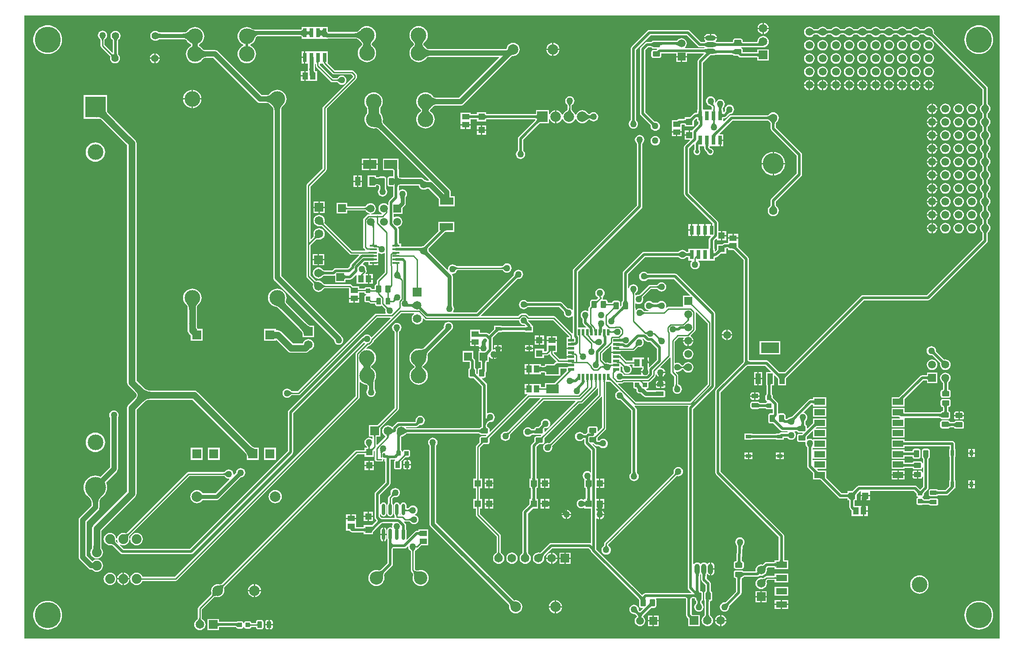
<source format=gtl>
G04 Layer_Physical_Order=1*
G04 Layer_Color=255*
%FSLAX44Y44*%
%MOMM*%
G71*
G01*
G75*
%ADD10R,2.0000X1.1999*%
%ADD11R,1.1000X1.7000*%
%ADD12R,2.4000X1.7000*%
%ADD13R,1.2700X0.5588*%
%ADD14R,0.5588X1.2700*%
%ADD15R,1.3970X0.4318*%
G04:AMPARAMS|DCode=16|XSize=0.5001mm|YSize=0.5001mm|CornerRadius=0.125mm|HoleSize=0mm|Usage=FLASHONLY|Rotation=90.000|XOffset=0mm|YOffset=0mm|HoleType=Round|Shape=RoundedRectangle|*
%AMROUNDEDRECTD16*
21,1,0.5001,0.2501,0,0,90.0*
21,1,0.2501,0.5001,0,0,90.0*
1,1,0.2501,0.1250,0.1250*
1,1,0.2501,0.1250,-0.1250*
1,1,0.2501,-0.1250,-0.1250*
1,1,0.2501,-0.1250,0.1250*
%
%ADD16ROUNDEDRECTD16*%
G04:AMPARAMS|DCode=17|XSize=0.889mm|YSize=0.889mm|CornerRadius=0.1111mm|HoleSize=0mm|Usage=FLASHONLY|Rotation=270.000|XOffset=0mm|YOffset=0mm|HoleType=Round|Shape=RoundedRectangle|*
%AMROUNDEDRECTD17*
21,1,0.8890,0.6667,0,0,270.0*
21,1,0.6667,0.8890,0,0,270.0*
1,1,0.2223,-0.3334,-0.3334*
1,1,0.2223,-0.3334,0.3334*
1,1,0.2223,0.3334,0.3334*
1,1,0.2223,0.3334,-0.3334*
%
%ADD17ROUNDEDRECTD17*%
G04:AMPARAMS|DCode=18|XSize=1.016mm|YSize=1.397mm|CornerRadius=0.127mm|HoleSize=0mm|Usage=FLASHONLY|Rotation=180.000|XOffset=0mm|YOffset=0mm|HoleType=Round|Shape=RoundedRectangle|*
%AMROUNDEDRECTD18*
21,1,1.0160,1.1430,0,0,180.0*
21,1,0.7620,1.3970,0,0,180.0*
1,1,0.2540,-0.3810,0.5715*
1,1,0.2540,0.3810,0.5715*
1,1,0.2540,0.3810,-0.5715*
1,1,0.2540,-0.3810,-0.5715*
%
%ADD18ROUNDEDRECTD18*%
%ADD19R,1.5000X1.6000*%
G04:AMPARAMS|DCode=20|XSize=0.889mm|YSize=1.27mm|CornerRadius=0.1111mm|HoleSize=0mm|Usage=FLASHONLY|Rotation=0.000|XOffset=0mm|YOffset=0mm|HoleType=Round|Shape=RoundedRectangle|*
%AMROUNDEDRECTD20*
21,1,0.8890,1.0477,0,0,0.0*
21,1,0.6667,1.2700,0,0,0.0*
1,1,0.2223,0.3334,-0.5239*
1,1,0.2223,-0.3334,-0.5239*
1,1,0.2223,-0.3334,0.5239*
1,1,0.2223,0.3334,0.5239*
%
%ADD20ROUNDEDRECTD20*%
%ADD21R,2.5000X1.7000*%
%ADD22O,0.6000X2.2000*%
%ADD23R,1.2700X1.2700*%
%ADD24R,1.4000X1.1000*%
%ADD25R,1.1501X1.3000*%
G04:AMPARAMS|DCode=26|XSize=1.016mm|YSize=1.397mm|CornerRadius=0.127mm|HoleSize=0mm|Usage=FLASHONLY|Rotation=90.000|XOffset=0mm|YOffset=0mm|HoleType=Round|Shape=RoundedRectangle|*
%AMROUNDEDRECTD26*
21,1,1.0160,1.1430,0,0,90.0*
21,1,0.7620,1.3970,0,0,90.0*
1,1,0.2540,0.5715,0.3810*
1,1,0.2540,0.5715,-0.3810*
1,1,0.2540,-0.5715,-0.3810*
1,1,0.2540,-0.5715,0.3810*
%
%ADD26ROUNDEDRECTD26*%
%ADD27R,1.1000X1.4000*%
G04:AMPARAMS|DCode=28|XSize=0.889mm|YSize=0.889mm|CornerRadius=0.1111mm|HoleSize=0mm|Usage=FLASHONLY|Rotation=180.000|XOffset=0mm|YOffset=0mm|HoleType=Round|Shape=RoundedRectangle|*
%AMROUNDEDRECTD28*
21,1,0.8890,0.6667,0,0,180.0*
21,1,0.6667,0.8890,0,0,180.0*
1,1,0.2223,-0.3334,0.3334*
1,1,0.2223,0.3334,0.3334*
1,1,0.2223,0.3334,-0.3334*
1,1,0.2223,-0.3334,-0.3334*
%
%ADD28ROUNDEDRECTD28*%
G04:AMPARAMS|DCode=29|XSize=0.889mm|YSize=1.27mm|CornerRadius=0.1111mm|HoleSize=0mm|Usage=FLASHONLY|Rotation=90.000|XOffset=0mm|YOffset=0mm|HoleType=Round|Shape=RoundedRectangle|*
%AMROUNDEDRECTD29*
21,1,0.8890,1.0477,0,0,90.0*
21,1,0.6667,1.2700,0,0,90.0*
1,1,0.2223,0.5239,0.3334*
1,1,0.2223,0.5239,-0.3334*
1,1,0.2223,-0.5239,-0.3334*
1,1,0.2223,-0.5239,0.3334*
%
%ADD29ROUNDEDRECTD29*%
%ADD30R,1.2700X1.2700*%
%ADD31C,4.0000*%
%ADD32R,1.0000X2.0000*%
%ADD33R,3.5000X2.0000*%
%ADD34C,0.2500*%
%ADD35R,2.5000X1.4000*%
%ADD36R,0.7201X1.7800*%
%ADD37R,1.0000X0.7000*%
%ADD38R,0.7000X1.0000*%
%ADD39C,0.5080*%
%ADD40C,0.2540*%
%ADD41C,0.7620*%
%ADD42C,1.2700*%
%ADD43C,1.0160*%
%ADD44C,2.0000*%
%ADD45C,1.5000*%
%ADD46R,1.6510X1.6510*%
%ADD47C,1.6510*%
%ADD48R,1.5000X1.5000*%
%ADD49C,3.0000*%
%ADD50C,2.0000*%
%ADD51R,2.0000X2.0000*%
%ADD52O,2.0000X1.0000*%
%ADD53O,2.0000X1.0000*%
%ADD54C,1.8796*%
%ADD55R,4.0000X4.0000*%
%ADD56C,3.0000*%
%ADD57C,2.0000*%
%ADD58C,1.4000*%
%ADD59C,0.8000*%
%ADD60R,1.5000X1.5000*%
%ADD61C,2.5400*%
%ADD62R,1.8000X1.8000*%
%ADD63R,2.1590X1.1989*%
%ADD64R,1.6510X1.6510*%
%ADD65C,5.0000*%
%ADD66O,1.0000X2.0000*%
%ADD67O,1.0000X2.0000*%
%ADD68C,1.6000*%
%ADD69C,1.2700*%
G36*
X1873250Y6350D02*
X6350D01*
Y1200150D01*
X1873250D01*
Y6350D01*
D02*
G37*
%LPC*%
G36*
X1421642Y1185835D02*
Y1176384D01*
X1431093D01*
X1430889Y1177932D01*
X1429801Y1180558D01*
X1428071Y1182813D01*
X1425816Y1184544D01*
X1423190Y1185631D01*
X1421642Y1185835D01*
D02*
G37*
G36*
X1419102D02*
X1417554Y1185631D01*
X1414928Y1184544D01*
X1412673Y1182813D01*
X1410943Y1180558D01*
X1409855Y1177932D01*
X1409651Y1176384D01*
X1419102D01*
Y1185835D01*
D02*
G37*
G36*
X1737360Y1178527D02*
X1734739Y1178182D01*
X1732297Y1177170D01*
X1730199Y1175561D01*
X1728679Y1173579D01*
X1720641D01*
X1719121Y1175561D01*
X1717023Y1177170D01*
X1714581Y1178182D01*
X1711960Y1178527D01*
X1709339Y1178182D01*
X1706897Y1177170D01*
X1704799Y1175561D01*
X1703279Y1173579D01*
X1695241D01*
X1693721Y1175561D01*
X1691623Y1177170D01*
X1689181Y1178182D01*
X1686560Y1178527D01*
X1683939Y1178182D01*
X1681497Y1177170D01*
X1679399Y1175561D01*
X1677879Y1173579D01*
X1669841D01*
X1668321Y1175561D01*
X1666223Y1177170D01*
X1663781Y1178182D01*
X1661160Y1178527D01*
X1658539Y1178182D01*
X1656097Y1177170D01*
X1653999Y1175561D01*
X1652479Y1173579D01*
X1644441D01*
X1642921Y1175561D01*
X1640823Y1177170D01*
X1638381Y1178182D01*
X1635760Y1178527D01*
X1633139Y1178182D01*
X1630697Y1177170D01*
X1628599Y1175561D01*
X1627079Y1173579D01*
X1619041D01*
X1617521Y1175561D01*
X1615423Y1177170D01*
X1612981Y1178182D01*
X1610360Y1178527D01*
X1607739Y1178182D01*
X1605297Y1177170D01*
X1603199Y1175561D01*
X1601679Y1173579D01*
X1593641D01*
X1592121Y1175561D01*
X1590023Y1177170D01*
X1587581Y1178182D01*
X1584960Y1178527D01*
X1582339Y1178182D01*
X1579897Y1177170D01*
X1577799Y1175561D01*
X1576279Y1173579D01*
X1568241D01*
X1566721Y1175561D01*
X1564623Y1177170D01*
X1562181Y1178182D01*
X1559560Y1178527D01*
X1556939Y1178182D01*
X1554497Y1177170D01*
X1552399Y1175561D01*
X1550879Y1173579D01*
X1542841D01*
X1541321Y1175561D01*
X1539223Y1177170D01*
X1536781Y1178182D01*
X1534160Y1178527D01*
X1531539Y1178182D01*
X1529097Y1177170D01*
X1526999Y1175561D01*
X1525479Y1173579D01*
X1517441D01*
X1515921Y1175561D01*
X1513823Y1177170D01*
X1511381Y1178182D01*
X1508760Y1178527D01*
X1506139Y1178182D01*
X1503697Y1177170D01*
X1501599Y1175561D01*
X1499990Y1173463D01*
X1498978Y1171021D01*
X1498633Y1168400D01*
X1498978Y1165779D01*
X1499990Y1163337D01*
X1501599Y1161239D01*
X1503697Y1159630D01*
X1506139Y1158618D01*
X1508760Y1158273D01*
X1511381Y1158618D01*
X1513823Y1159630D01*
X1515921Y1161239D01*
X1517441Y1163221D01*
X1525479D01*
X1526999Y1161239D01*
X1529097Y1159630D01*
X1531539Y1158618D01*
X1534160Y1158273D01*
X1536781Y1158618D01*
X1539223Y1159630D01*
X1541321Y1161239D01*
X1542841Y1163221D01*
X1550879D01*
X1552399Y1161239D01*
X1554497Y1159630D01*
X1556939Y1158618D01*
X1559560Y1158273D01*
X1562181Y1158618D01*
X1564623Y1159630D01*
X1566721Y1161239D01*
X1568241Y1163221D01*
X1576279D01*
X1577799Y1161239D01*
X1579897Y1159630D01*
X1582339Y1158618D01*
X1584960Y1158273D01*
X1587581Y1158618D01*
X1590023Y1159630D01*
X1592121Y1161239D01*
X1593641Y1163221D01*
X1601679D01*
X1603199Y1161239D01*
X1605297Y1159630D01*
X1607739Y1158618D01*
X1610360Y1158273D01*
X1612981Y1158618D01*
X1615423Y1159630D01*
X1617521Y1161239D01*
X1619041Y1163221D01*
X1627079D01*
X1628599Y1161239D01*
X1630697Y1159630D01*
X1633139Y1158618D01*
X1635760Y1158273D01*
X1638381Y1158618D01*
X1640823Y1159630D01*
X1642921Y1161239D01*
X1644441Y1163221D01*
X1652479D01*
X1653999Y1161239D01*
X1656097Y1159630D01*
X1658539Y1158618D01*
X1661160Y1158273D01*
X1663781Y1158618D01*
X1666223Y1159630D01*
X1668321Y1161239D01*
X1669841Y1163221D01*
X1677879D01*
X1679399Y1161239D01*
X1681497Y1159630D01*
X1683939Y1158618D01*
X1686560Y1158273D01*
X1689181Y1158618D01*
X1691623Y1159630D01*
X1693721Y1161239D01*
X1695241Y1163221D01*
X1703279D01*
X1704799Y1161239D01*
X1706897Y1159630D01*
X1709339Y1158618D01*
X1711960Y1158273D01*
X1714581Y1158618D01*
X1717023Y1159630D01*
X1719121Y1161239D01*
X1720641Y1163221D01*
X1728679D01*
X1730199Y1161239D01*
X1732297Y1159630D01*
X1734739Y1158618D01*
X1737360Y1158273D01*
X1739836Y1158599D01*
X1840130Y1058305D01*
Y1029761D01*
X1838149Y1028241D01*
X1836540Y1026143D01*
X1835528Y1023701D01*
X1835183Y1021080D01*
X1835528Y1018459D01*
X1836540Y1016017D01*
X1838149Y1013919D01*
X1840130Y1012399D01*
Y1004361D01*
X1838149Y1002841D01*
X1836540Y1000743D01*
X1835528Y998301D01*
X1835183Y995680D01*
X1835528Y993059D01*
X1836540Y990617D01*
X1838149Y988519D01*
X1840130Y986999D01*
Y978961D01*
X1838149Y977441D01*
X1836540Y975343D01*
X1835528Y972901D01*
X1835183Y970280D01*
X1835528Y967659D01*
X1836540Y965217D01*
X1838149Y963119D01*
X1840130Y961599D01*
Y953561D01*
X1838149Y952041D01*
X1836540Y949943D01*
X1835528Y947501D01*
X1835183Y944880D01*
X1835528Y942259D01*
X1836540Y939817D01*
X1838149Y937719D01*
X1840130Y936199D01*
Y928161D01*
X1838149Y926641D01*
X1836540Y924543D01*
X1835528Y922101D01*
X1835183Y919480D01*
X1835528Y916859D01*
X1836540Y914417D01*
X1838149Y912319D01*
X1840130Y910799D01*
Y902761D01*
X1838149Y901241D01*
X1836540Y899143D01*
X1835528Y896701D01*
X1835183Y894080D01*
X1835528Y891459D01*
X1836540Y889017D01*
X1838149Y886919D01*
X1840130Y885399D01*
Y877361D01*
X1838149Y875841D01*
X1836540Y873743D01*
X1835528Y871301D01*
X1835183Y868680D01*
X1835528Y866059D01*
X1836540Y863617D01*
X1838149Y861519D01*
X1840130Y859999D01*
Y851961D01*
X1838149Y850441D01*
X1836540Y848343D01*
X1835528Y845901D01*
X1835183Y843280D01*
X1835528Y840659D01*
X1836540Y838217D01*
X1838149Y836119D01*
X1840130Y834599D01*
Y826561D01*
X1838149Y825041D01*
X1836540Y822943D01*
X1835528Y820501D01*
X1835183Y817880D01*
X1835528Y815259D01*
X1836540Y812817D01*
X1838149Y810719D01*
X1840130Y809199D01*
Y801161D01*
X1838149Y799641D01*
X1836540Y797543D01*
X1835528Y795101D01*
X1835183Y792480D01*
X1835528Y789859D01*
X1836540Y787417D01*
X1838149Y785319D01*
X1840130Y783799D01*
Y770495D01*
X1733945Y664309D01*
X1611402D01*
X1609420Y663915D01*
X1607740Y662793D01*
X1461667Y516720D01*
X1451237D01*
X1430295Y537663D01*
X1428614Y538785D01*
X1426632Y539179D01*
X1393179D01*
Y733508D01*
X1392785Y735490D01*
X1391662Y737171D01*
X1372540Y756293D01*
Y765468D01*
Y772238D01*
X1353460D01*
Y763688D01*
X1346610D01*
X1344628Y763293D01*
X1342948Y762170D01*
X1342467Y761690D01*
X1332012D01*
Y751235D01*
X1328912Y748135D01*
X1327738Y748621D01*
Y752932D01*
X1326778D01*
Y768099D01*
X1330839Y772160D01*
X1332012Y771674D01*
Y769310D01*
X1339632D01*
Y778200D01*
Y787090D01*
X1334442D01*
Y802738D01*
X1334048Y804720D01*
X1332925Y806400D01*
X1279180Y860145D01*
Y945263D01*
X1287407Y953491D01*
X1288581Y953005D01*
Y942873D01*
X1288047Y942178D01*
X1287388Y940587D01*
X1287164Y938880D01*
X1287388Y937173D01*
X1288047Y935582D01*
X1289096Y934216D01*
X1290462Y933167D01*
X1292053Y932508D01*
X1293760Y932284D01*
X1295468Y932508D01*
X1297058Y933167D01*
X1298425Y934216D01*
X1299473Y935582D01*
X1300132Y937173D01*
X1300357Y938880D01*
X1300132Y940587D01*
X1299473Y942178D01*
X1298940Y942873D01*
Y949660D01*
X1306733Y949660D01*
X1307631Y948762D01*
Y945230D01*
X1308025Y943248D01*
X1309148Y941568D01*
X1312674Y938041D01*
X1312789Y937173D01*
X1313448Y935582D01*
X1314496Y934216D01*
X1315862Y933167D01*
X1317453Y932508D01*
X1319160Y932284D01*
X1320867Y932508D01*
X1322458Y933167D01*
X1323825Y934216D01*
X1324873Y935582D01*
X1325532Y937173D01*
X1325757Y938880D01*
X1325532Y940587D01*
X1324873Y942178D01*
X1323825Y943544D01*
X1322458Y944593D01*
X1320867Y945252D01*
X1319999Y945366D01*
X1317990Y947375D01*
Y948762D01*
X1318888Y949660D01*
X1320221Y949660D01*
X1330800D01*
X1331651Y949660D01*
Y949660D01*
X1332070D01*
Y949660D01*
X1336940D01*
Y961100D01*
X1338210D01*
Y962370D01*
X1344351D01*
Y972540D01*
X1337524D01*
X1337038Y973713D01*
X1361966Y998641D01*
X1430547D01*
X1430603Y998505D01*
X1432293Y996303D01*
X1434495Y994613D01*
X1434631Y994557D01*
Y983350D01*
X1435025Y981368D01*
X1436148Y979687D01*
X1484530Y931305D01*
Y897495D01*
X1436148Y849113D01*
X1435025Y847432D01*
X1434631Y845450D01*
Y835283D01*
X1434495Y835227D01*
X1432293Y833537D01*
X1430603Y831336D01*
X1429541Y828772D01*
X1429179Y826020D01*
X1429541Y823269D01*
X1430603Y820705D01*
X1432293Y818503D01*
X1434495Y816814D01*
X1437059Y815751D01*
X1439810Y815389D01*
X1442562Y815751D01*
X1445126Y816814D01*
X1447327Y818503D01*
X1449017Y820705D01*
X1450079Y823269D01*
X1450441Y826020D01*
X1450079Y828772D01*
X1449017Y831336D01*
X1447327Y833537D01*
X1445126Y835227D01*
X1444990Y835283D01*
Y843305D01*
X1493372Y891687D01*
X1494495Y893368D01*
X1494890Y895350D01*
Y933450D01*
X1494495Y935432D01*
X1493372Y937113D01*
X1444990Y985495D01*
Y994557D01*
X1445126Y994613D01*
X1447327Y996303D01*
X1449017Y998505D01*
X1450079Y1001069D01*
X1450441Y1003820D01*
X1450079Y1006572D01*
X1449017Y1009136D01*
X1447327Y1011337D01*
X1445126Y1013027D01*
X1442562Y1014089D01*
X1439810Y1014451D01*
X1437059Y1014089D01*
X1434495Y1013027D01*
X1432293Y1011337D01*
X1430603Y1009136D01*
X1430547Y1009000D01*
X1359820D01*
X1357838Y1008605D01*
X1356158Y1007483D01*
X1345621Y996946D01*
X1344351Y997472D01*
X1344351Y997507D01*
X1344351Y997508D01*
X1344351Y997594D01*
Y1002921D01*
X1346099D01*
X1348082Y1003315D01*
X1349762Y1004438D01*
X1356412Y1011087D01*
X1358321Y1011339D01*
X1360483Y1012235D01*
X1362340Y1013660D01*
X1363765Y1015517D01*
X1364661Y1017679D01*
X1364967Y1020000D01*
X1364661Y1022321D01*
X1363765Y1024483D01*
X1362340Y1026340D01*
X1360483Y1027765D01*
X1358321Y1028661D01*
X1356000Y1028967D01*
X1353679Y1028661D01*
X1351517Y1027765D01*
X1349660Y1026340D01*
X1348235Y1024483D01*
X1347339Y1022321D01*
X1347033Y1020000D01*
X1347339Y1017679D01*
X1347636Y1016962D01*
X1345524Y1014850D01*
X1344351Y1015336D01*
Y1019540D01*
X1343390D01*
Y1022979D01*
X1344551Y1023870D01*
X1345976Y1025727D01*
X1346871Y1027889D01*
X1347177Y1030210D01*
X1346871Y1032531D01*
X1345976Y1034694D01*
X1344551Y1036551D01*
X1342693Y1037975D01*
X1340531Y1038871D01*
X1338210Y1039177D01*
X1335889Y1038871D01*
X1333727Y1037975D01*
X1331870Y1036551D01*
X1330445Y1034694D01*
X1330031Y1033695D01*
X1329834Y1033220D01*
X1328716Y1033658D01*
X1328712Y1034064D01*
X1328726Y1034170D01*
X1328967Y1036000D01*
X1328661Y1038321D01*
X1327765Y1040483D01*
X1326340Y1042340D01*
X1324483Y1043765D01*
X1322321Y1044661D01*
X1320000Y1044967D01*
X1317679Y1044661D01*
X1315517Y1043765D01*
X1313660Y1042340D01*
X1312235Y1040483D01*
X1311339Y1038321D01*
X1311033Y1036000D01*
X1311339Y1033679D01*
X1312235Y1031517D01*
X1313660Y1029660D01*
X1315517Y1028235D01*
X1317679Y1027339D01*
X1319439Y1027107D01*
X1321995Y1024551D01*
Y1020438D01*
X1321097Y1019540D01*
X1319370Y1019540D01*
X1318100Y1019540D01*
X1306670D01*
Y1019540D01*
X1306449D01*
X1305179Y1020021D01*
Y1109493D01*
X1319508Y1123821D01*
X1324788D01*
X1326756Y1124080D01*
X1328591Y1124840D01*
X1328769Y1124977D01*
X1362531D01*
X1362554Y1124860D01*
X1363396Y1123599D01*
X1364657Y1122757D01*
X1366143Y1122462D01*
X1372228D01*
X1374038Y1120652D01*
X1375718Y1119529D01*
X1377700Y1119135D01*
X1409577D01*
Y1113519D01*
X1431167D01*
Y1135109D01*
X1409577D01*
Y1129494D01*
X1381458D01*
Y1133966D01*
X1381162Y1135453D01*
X1380320Y1136713D01*
X1379060Y1137555D01*
X1378449Y1137677D01*
X1378574Y1138947D01*
X1419456D01*
X1420372Y1138826D01*
X1423190Y1139197D01*
X1425816Y1140285D01*
X1428071Y1142015D01*
X1429801Y1144270D01*
X1430889Y1146896D01*
X1431260Y1149714D01*
X1430889Y1152532D01*
X1429801Y1155158D01*
X1428071Y1157413D01*
X1425816Y1159144D01*
X1423190Y1160231D01*
X1420372Y1160602D01*
X1417554Y1160231D01*
X1414928Y1159144D01*
X1412673Y1157413D01*
X1410943Y1155158D01*
X1409855Y1152532D01*
X1409484Y1149714D01*
X1409126Y1149306D01*
X1381458D01*
Y1151746D01*
X1381162Y1153233D01*
X1380320Y1154493D01*
X1379060Y1155335D01*
X1377573Y1155631D01*
X1366143D01*
X1364657Y1155335D01*
X1363396Y1154493D01*
X1362554Y1153233D01*
X1362258Y1151746D01*
Y1149306D01*
X1330318D01*
X1330166Y1149504D01*
X1329726Y1149841D01*
Y1151111D01*
X1330166Y1151449D01*
X1331374Y1153024D01*
X1332134Y1154858D01*
X1332226Y1155556D01*
X1307350D01*
X1307442Y1154858D01*
X1308202Y1153024D01*
X1309411Y1151449D01*
X1309436Y1151429D01*
X1309502Y1149990D01*
X1308802Y1149306D01*
X1301499D01*
X1280013Y1170792D01*
X1278332Y1171915D01*
X1276350Y1172309D01*
X1202690D01*
X1200708Y1171915D01*
X1199027Y1170792D01*
X1168337Y1140102D01*
X1167215Y1138422D01*
X1166821Y1136440D01*
Y999231D01*
X1165660Y998340D01*
X1164235Y996483D01*
X1163339Y994321D01*
X1163033Y992000D01*
X1163339Y989679D01*
X1164235Y987517D01*
X1165660Y985660D01*
X1167517Y984235D01*
X1169679Y983339D01*
X1172000Y983033D01*
X1174321Y983339D01*
X1176483Y984235D01*
X1178340Y985660D01*
X1179765Y987517D01*
X1180661Y989679D01*
X1180967Y992000D01*
X1180661Y994321D01*
X1179765Y996483D01*
X1178340Y998340D01*
X1177179Y999231D01*
Y1134295D01*
X1204835Y1161951D01*
X1274205D01*
X1295691Y1140464D01*
X1297372Y1139341D01*
X1299354Y1138947D01*
X1299354Y1138947D01*
X1308032D01*
X1308114Y1138905D01*
X1308133Y1138873D01*
X1307416Y1137603D01*
X1271309D01*
X1270900Y1138806D01*
X1271283Y1139099D01*
X1272892Y1141197D01*
X1273904Y1143639D01*
X1274249Y1146260D01*
X1273904Y1148881D01*
X1272892Y1151323D01*
X1271283Y1153420D01*
X1269185Y1155030D01*
X1266743Y1156041D01*
X1264122Y1156386D01*
X1261501Y1156041D01*
X1259059Y1155030D01*
X1256961Y1153420D01*
X1255441Y1151439D01*
X1222729D01*
X1221577Y1151668D01*
X1210147D01*
X1208660Y1151373D01*
X1207400Y1150531D01*
X1206558Y1149270D01*
X1206535Y1149153D01*
X1197974D01*
X1195992Y1148759D01*
X1194311Y1147636D01*
X1186338Y1139662D01*
X1185215Y1137982D01*
X1184820Y1136000D01*
Y1012000D01*
X1185215Y1010018D01*
X1186338Y1008337D01*
X1205224Y989451D01*
X1205033Y988000D01*
X1205339Y985679D01*
X1206235Y983517D01*
X1207660Y981660D01*
X1209517Y980235D01*
X1211679Y979339D01*
X1214000Y979033D01*
X1216321Y979339D01*
X1218483Y980235D01*
X1220340Y981660D01*
X1221765Y983517D01*
X1222661Y985679D01*
X1222967Y988000D01*
X1222661Y990321D01*
X1221765Y992483D01*
X1220340Y994340D01*
X1218483Y995765D01*
X1216321Y996661D01*
X1214000Y996967D01*
X1212549Y996776D01*
X1195180Y1014145D01*
Y1133855D01*
X1200119Y1138794D01*
X1206535D01*
X1206558Y1138677D01*
X1207400Y1137417D01*
X1208660Y1136575D01*
X1210147Y1136279D01*
X1216826D01*
X1217352Y1135009D01*
X1216232Y1133888D01*
X1210147D01*
X1208660Y1133593D01*
X1207400Y1132751D01*
X1206558Y1131490D01*
X1206262Y1130004D01*
Y1122384D01*
X1206558Y1120897D01*
X1207400Y1119637D01*
X1208660Y1118795D01*
X1210147Y1118499D01*
X1221577D01*
X1223064Y1118795D01*
X1224324Y1119637D01*
X1225166Y1120897D01*
X1225462Y1122384D01*
Y1127244D01*
X1254082D01*
Y1122130D01*
X1264122D01*
X1274162D01*
Y1127244D01*
X1306622D01*
X1307108Y1126071D01*
X1296337Y1115301D01*
X1295215Y1113620D01*
X1294821Y1111638D01*
Y1019540D01*
X1293970D01*
Y1013280D01*
X1290844D01*
X1288862Y1012885D01*
X1287182Y1011763D01*
X1280593Y1005174D01*
X1270138D01*
Y1001463D01*
X1259710D01*
X1259710Y1001464D01*
X1257728Y1001069D01*
X1256048Y999947D01*
X1255613Y999512D01*
X1245358D01*
Y983432D01*
Y977742D01*
X1254898D01*
X1264438D01*
Y983432D01*
Y991105D01*
X1270138D01*
Y987394D01*
X1287918D01*
Y997849D01*
X1292700Y1002631D01*
X1293970Y1002221D01*
Y996660D01*
X1296821D01*
Y992145D01*
X1285780Y981105D01*
X1284891Y979774D01*
X1280298D01*
Y970884D01*
X1279028D01*
Y969614D01*
X1270138D01*
Y961994D01*
X1279601D01*
X1280087Y960821D01*
X1270338Y951071D01*
X1269215Y949391D01*
X1268820Y947409D01*
Y858000D01*
X1269215Y856018D01*
X1270338Y854337D01*
X1323473Y801202D01*
X1322947Y799932D01*
X1322868D01*
Y788492D01*
X1320328D01*
Y799932D01*
X1316308D01*
X1315457Y799932D01*
X1314187Y799932D01*
X1310168D01*
Y788492D01*
Y777052D01*
X1314187D01*
X1315038Y777052D01*
X1316308Y777052D01*
X1319421D01*
X1319908Y775879D01*
X1317936Y773907D01*
X1316813Y772226D01*
X1316419Y770244D01*
Y753830D01*
X1315520Y752932D01*
X1314187Y752932D01*
X1303608D01*
X1302757Y752932D01*
X1301487Y752932D01*
X1290908D01*
X1290057Y752932D01*
Y752932D01*
X1289638D01*
Y752932D01*
X1277357D01*
Y747179D01*
X1273231D01*
X1272340Y748340D01*
X1270483Y749765D01*
X1268321Y750661D01*
X1266000Y750967D01*
X1263679Y750661D01*
X1261517Y749765D01*
X1259660Y748340D01*
X1258769Y747179D01*
X1192000D01*
X1190018Y746785D01*
X1188337Y745663D01*
X1153083Y710408D01*
X1151961Y708728D01*
X1151566Y706746D01*
Y653339D01*
X1151449Y653316D01*
X1150189Y652474D01*
X1149347Y651214D01*
X1149051Y649727D01*
Y643642D01*
X1147834Y642425D01*
X1146661Y642911D01*
Y649727D01*
X1146365Y651214D01*
X1145523Y652474D01*
X1144263Y653316D01*
X1142776Y653612D01*
X1135156D01*
X1133669Y653316D01*
X1132409Y652474D01*
X1131567Y651214D01*
X1131303Y649885D01*
X1122585D01*
Y651715D01*
X1122289Y653202D01*
X1121447Y654462D01*
X1120187Y655304D01*
X1118700Y655600D01*
X1113911D01*
X1113232Y656870D01*
X1113589Y657403D01*
X1113885Y658890D01*
X1113589Y660377D01*
X1113277Y660844D01*
X1114340Y661660D01*
X1115765Y663517D01*
X1116661Y665679D01*
X1116967Y668000D01*
X1116661Y670321D01*
X1115765Y672483D01*
X1114340Y674340D01*
X1112483Y675765D01*
X1110321Y676661D01*
X1108000Y676967D01*
X1105679Y676661D01*
X1103517Y675765D01*
X1101660Y674340D01*
X1100235Y672483D01*
X1099339Y670321D01*
X1099033Y668000D01*
X1099339Y665679D01*
X1100235Y663517D01*
X1101660Y661660D01*
X1103517Y660235D01*
X1103997Y660036D01*
X1104349Y658732D01*
X1101167Y655551D01*
X1100920Y655600D01*
X1093300D01*
X1091813Y655304D01*
X1090553Y654462D01*
X1089711Y653202D01*
X1089415Y651715D01*
Y643799D01*
X1087253Y641637D01*
X1086411Y640377D01*
X1086115Y638890D01*
Y633949D01*
X1084976Y633387D01*
X1084483Y633765D01*
X1082321Y634661D01*
X1080000Y634967D01*
X1077679Y634661D01*
X1075517Y633765D01*
X1073660Y632340D01*
X1072235Y630483D01*
X1071339Y628321D01*
X1071033Y626000D01*
X1071339Y623679D01*
X1072235Y621517D01*
X1073660Y619660D01*
X1074820Y618769D01*
Y611818D01*
X1075215Y609836D01*
X1076338Y608156D01*
X1081504Y602989D01*
X1081018Y601816D01*
X1066320D01*
Y708996D01*
X1187663Y830338D01*
X1188785Y832018D01*
X1189180Y834000D01*
Y954769D01*
X1190340Y955660D01*
X1191765Y957517D01*
X1192661Y959679D01*
X1192967Y962000D01*
X1192661Y964321D01*
X1191765Y966483D01*
X1190340Y968340D01*
X1188483Y969765D01*
X1186321Y970661D01*
X1184000Y970967D01*
X1181679Y970661D01*
X1179517Y969765D01*
X1177660Y968340D01*
X1176235Y966483D01*
X1175339Y964321D01*
X1175033Y962000D01*
X1175339Y959679D01*
X1176235Y957517D01*
X1177660Y955660D01*
X1178820Y954769D01*
Y836145D01*
X1057478Y714803D01*
X1056356Y713123D01*
X1055962Y711141D01*
Y636314D01*
X1054691Y635883D01*
X1054340Y636340D01*
X1052483Y637765D01*
X1050321Y638661D01*
X1048000Y638967D01*
X1046549Y638776D01*
X1035663Y649662D01*
X1033982Y650785D01*
X1032000Y651180D01*
X969231D01*
X968340Y652340D01*
X966483Y653765D01*
X964321Y654661D01*
X962000Y654967D01*
X959679Y654661D01*
X957517Y653765D01*
X955660Y652340D01*
X954235Y650483D01*
X953339Y648321D01*
X953033Y646000D01*
X953339Y643679D01*
X954235Y641517D01*
X955660Y639660D01*
X957517Y638235D01*
X959679Y637339D01*
X962000Y637033D01*
X964321Y637339D01*
X966483Y638235D01*
X968340Y639660D01*
X969231Y640820D01*
X1029855D01*
X1039224Y631451D01*
X1039033Y630000D01*
X1039339Y627679D01*
X1040235Y625517D01*
X1041660Y623660D01*
X1043517Y622235D01*
X1045679Y621339D01*
X1048000Y621033D01*
X1050321Y621339D01*
X1052483Y622235D01*
X1054340Y623660D01*
X1054691Y624117D01*
X1055962Y623686D01*
Y591328D01*
X1054691Y590802D01*
X1022747Y622747D01*
X1021487Y623589D01*
X1020000Y623885D01*
X972541D01*
X968534Y627891D01*
X967274Y628733D01*
X965788Y629029D01*
X958213D01*
X956726Y628733D01*
X955466Y627891D01*
X951459Y623885D01*
X880869D01*
X880383Y625058D01*
X950549Y695224D01*
X952000Y695033D01*
X954321Y695339D01*
X956483Y696235D01*
X958340Y697660D01*
X959765Y699517D01*
X960661Y701679D01*
X960967Y704000D01*
X960661Y706321D01*
X959765Y708483D01*
X958340Y710340D01*
X956483Y711765D01*
X954321Y712661D01*
X952000Y712967D01*
X949679Y712661D01*
X947517Y711765D01*
X945660Y710340D01*
X944235Y708483D01*
X943339Y706321D01*
X943033Y704000D01*
X943224Y702549D01*
X871855Y631180D01*
X827573D01*
X826947Y632449D01*
X827765Y633517D01*
X828661Y635679D01*
X828967Y638000D01*
X828661Y640321D01*
X827765Y642483D01*
X826474Y644166D01*
Y699552D01*
X825982Y702030D01*
X824718Y703921D01*
X824977Y704613D01*
X825391Y705114D01*
X826000Y705033D01*
X828321Y705339D01*
X830483Y706235D01*
X832340Y707660D01*
X833765Y709517D01*
X834661Y711679D01*
X834719Y712115D01*
X921987D01*
X922235Y711517D01*
X923660Y709660D01*
X925517Y708235D01*
X927679Y707339D01*
X930000Y707033D01*
X932321Y707339D01*
X934483Y708235D01*
X936340Y709660D01*
X937765Y711517D01*
X938661Y713679D01*
X938967Y716000D01*
X938661Y718321D01*
X937765Y720483D01*
X936340Y722340D01*
X934483Y723765D01*
X932321Y724661D01*
X930000Y724967D01*
X927679Y724661D01*
X925517Y723765D01*
X923660Y722340D01*
X922235Y720483D01*
X921987Y719885D01*
X832690D01*
X832340Y720340D01*
X830483Y721765D01*
X828321Y722661D01*
X826000Y722967D01*
X823679Y722661D01*
X821517Y721765D01*
X819660Y720340D01*
X818235Y718483D01*
X817339Y716321D01*
X817033Y714000D01*
X817113Y713391D01*
X815911Y712797D01*
X780382Y748326D01*
X780436Y748738D01*
X780108Y751229D01*
X779574Y752519D01*
X812515Y785460D01*
X829040D01*
Y804540D01*
X798960D01*
Y786555D01*
X770758Y758353D01*
X768323Y758033D01*
X766196Y757151D01*
X727339D01*
Y763275D01*
X722993D01*
Y790340D01*
X722994Y790340D01*
X722599Y792322D01*
X721797Y793523D01*
X722292Y794869D01*
X722457Y794890D01*
X724899Y795902D01*
X726997Y797511D01*
X728606Y799609D01*
X729618Y802051D01*
X729963Y804672D01*
X729618Y807293D01*
X728606Y809735D01*
X726997Y811833D01*
X724899Y813442D01*
X722457Y814454D01*
X719836Y814799D01*
X717215Y814454D01*
X714773Y813442D01*
X714591Y813302D01*
X713452Y813864D01*
Y820032D01*
X729876D01*
Y830956D01*
X734578Y835658D01*
X735982Y837758D01*
X736474Y840236D01*
Y851834D01*
X737765Y853517D01*
X738661Y855679D01*
X738967Y858000D01*
X738661Y860321D01*
X737765Y862483D01*
X736340Y864340D01*
X734483Y865765D01*
X732321Y866661D01*
X730000Y866967D01*
X727679Y866661D01*
X725517Y865765D01*
X724264Y864804D01*
X722993Y865430D01*
Y873666D01*
X723641Y874061D01*
X723986Y874202D01*
X761394D01*
X761519Y873248D01*
X762481Y870927D01*
X764010Y868934D01*
X766003Y867405D01*
X768323Y866444D01*
X770814Y866116D01*
X773304Y866444D01*
X775625Y867405D01*
X776469Y868052D01*
X780270D01*
X799960Y848363D01*
Y834460D01*
X830040D01*
Y853540D01*
X822636D01*
Y861050D01*
X822374Y863039D01*
X821606Y864893D01*
X820385Y866485D01*
X693025Y993844D01*
X692733Y994508D01*
X692334Y995664D01*
X692049Y996781D01*
X692286Y997562D01*
X692625Y1001000D01*
X692286Y1004438D01*
X691283Y1007745D01*
X689654Y1010792D01*
X687463Y1013463D01*
X687448Y1013475D01*
Y1022763D01*
X689454Y1025208D01*
X691083Y1028255D01*
X692086Y1031562D01*
X692425Y1035000D01*
X692086Y1038438D01*
X691083Y1041745D01*
X689454Y1044792D01*
X687263Y1047463D01*
X684592Y1049654D01*
X681545Y1051283D01*
X678238Y1052286D01*
X674800Y1052625D01*
X671361Y1052286D01*
X668055Y1051283D01*
X665008Y1049654D01*
X662337Y1047463D01*
X660145Y1044792D01*
X658517Y1041745D01*
X657514Y1038438D01*
X657175Y1035000D01*
X657514Y1031562D01*
X658517Y1028255D01*
X660145Y1025208D01*
X662152Y1022763D01*
Y1012993D01*
X660346Y1010792D01*
X658717Y1007745D01*
X657714Y1004438D01*
X657375Y1001000D01*
X657714Y997562D01*
X658717Y994255D01*
X660346Y991208D01*
X662537Y988537D01*
X665208Y986346D01*
X668255Y984717D01*
X671562Y983714D01*
X675000Y983375D01*
X678438Y983714D01*
X679219Y983951D01*
X680336Y983666D01*
X681492Y983267D01*
X682156Y982975D01*
X780533Y884597D01*
X780047Y883424D01*
X776469D01*
X775625Y884071D01*
X773304Y885033D01*
X772250Y885171D01*
X770099Y887323D01*
X768507Y888544D01*
X766653Y889312D01*
X764664Y889574D01*
X723986D01*
X723641Y889715D01*
X722993Y890110D01*
Y904738D01*
X722994Y904738D01*
X722684Y906294D01*
Y925948D01*
X692604D01*
Y903868D01*
X711359D01*
X712635Y902593D01*
Y891488D01*
X705104D01*
X703617Y891192D01*
X702357Y890350D01*
X701515Y889090D01*
X701219Y887603D01*
Y876173D01*
X701515Y874686D01*
X702357Y873426D01*
X703617Y872584D01*
X705104Y872288D01*
X712635D01*
Y865460D01*
X712406Y864313D01*
Y855686D01*
X712635Y854540D01*
Y853324D01*
X704610Y845298D01*
X703487Y843618D01*
X703092Y841636D01*
Y837259D01*
X701890Y836850D01*
X701597Y837233D01*
X699499Y838842D01*
X697057Y839854D01*
X694436Y840199D01*
X691815Y839854D01*
X689373Y838842D01*
X687275Y837233D01*
X685666Y835135D01*
X684654Y832693D01*
X684309Y830072D01*
X684654Y827451D01*
X685666Y825009D01*
X687275Y822911D01*
X689373Y821302D01*
X690287Y820923D01*
X690572Y819628D01*
X689889Y818851D01*
X670451D01*
X670367Y820121D01*
X671657Y820290D01*
X674099Y821302D01*
X676197Y822911D01*
X677806Y825009D01*
X678818Y827451D01*
X679163Y830072D01*
X678818Y832693D01*
X677806Y835135D01*
X676197Y837233D01*
X674099Y838842D01*
X671657Y839854D01*
X669036Y840199D01*
X666415Y839854D01*
X663973Y838842D01*
X661875Y837233D01*
X660266Y835135D01*
X659863Y834163D01*
X659814Y834126D01*
X659556Y833957D01*
X624212D01*
Y840620D01*
X604132D01*
Y820540D01*
X624212D01*
Y826187D01*
X659556D01*
X659814Y826018D01*
X659863Y825981D01*
X660266Y825009D01*
X661875Y822911D01*
X663973Y821302D01*
X666415Y820290D01*
X667705Y820121D01*
X667621Y818851D01*
X664772D01*
X663286Y818555D01*
X662025Y817713D01*
X655995Y811683D01*
X655153Y810423D01*
X654857Y808936D01*
Y756416D01*
X655153Y754929D01*
X655995Y753669D01*
X658888Y750777D01*
X658362Y749507D01*
X633429D01*
X580763Y802172D01*
X580643Y802789D01*
X580593Y803154D01*
X581001Y804140D01*
X581372Y806958D01*
X581001Y809776D01*
X579913Y812402D01*
X578183Y814657D01*
X575928Y816387D01*
X573302Y817475D01*
X570484Y817846D01*
X567666Y817475D01*
X565040Y816387D01*
X562785Y814657D01*
X561055Y812402D01*
X559967Y809776D01*
X559596Y806958D01*
X559967Y804140D01*
X561055Y801514D01*
X562785Y799259D01*
X565040Y797529D01*
X567666Y796441D01*
X570484Y796070D01*
X573302Y796441D01*
X574288Y796849D01*
X574653Y796799D01*
X575270Y796679D01*
X629073Y742875D01*
X630333Y742033D01*
X631820Y741737D01*
X646686D01*
X647172Y740564D01*
X631320Y724712D01*
X630197Y723031D01*
X629803Y721049D01*
Y719621D01*
X625933Y715751D01*
X601941D01*
X599958Y715357D01*
X598278Y714234D01*
X595851Y711807D01*
X578753D01*
X578643Y712072D01*
X576913Y714327D01*
X574658Y716057D01*
X572032Y717145D01*
X569214Y717516D01*
X566396Y717145D01*
X563770Y716057D01*
X561515Y714327D01*
X559785Y712072D01*
X558697Y709446D01*
X558326Y706628D01*
X558697Y703810D01*
X559785Y701184D01*
X561515Y698929D01*
X563770Y697199D01*
X566396Y696111D01*
X569214Y695740D01*
X572032Y696111D01*
X574658Y697199D01*
X576913Y698929D01*
X578643Y701184D01*
X578753Y701449D01*
X597997D01*
X599814Y701810D01*
X600418Y701608D01*
X601084Y701252D01*
Y688968D01*
X621164D01*
Y693829D01*
X629798D01*
X631780Y694223D01*
X633461Y695346D01*
X641147Y703032D01*
X642320Y702546D01*
Y685658D01*
X664090D01*
Y695198D01*
Y704738D01*
X659891D01*
X659405Y705911D01*
X660745Y707252D01*
X661588Y708512D01*
X661883Y709999D01*
X661588Y711485D01*
X660792Y712676D01*
X660967Y714000D01*
X660661Y716321D01*
X659765Y718483D01*
X658340Y720340D01*
X656483Y721765D01*
X654840Y722446D01*
X654432Y723835D01*
X657705Y727107D01*
X664601D01*
Y721365D01*
X672856D01*
Y726064D01*
X674126D01*
Y727183D01*
X674886Y727334D01*
X683651D01*
Y727969D01*
Y734319D01*
Y744063D01*
X684921Y744689D01*
X685515Y744233D01*
X687678Y743337D01*
X689999Y743032D01*
X692319Y743337D01*
X694482Y744233D01*
X694976Y744612D01*
X696115Y744051D01*
Y707609D01*
X682037Y693531D01*
X681195Y692271D01*
X680899Y690784D01*
Y685733D01*
X679487Y685452D01*
X678227Y684610D01*
X677385Y683350D01*
X677089Y681863D01*
Y676223D01*
X671411D01*
X671237Y677096D01*
X670430Y678304D01*
X669222Y679111D01*
X667798Y679395D01*
X661130D01*
X659706Y679111D01*
X658498Y678304D01*
X657691Y677096D01*
X657645Y676865D01*
X647080D01*
Y681020D01*
X634994D01*
X632039Y683975D01*
X630779Y684817D01*
X629292Y685113D01*
X579866D01*
X579346Y685463D01*
X579052Y685686D01*
X578643Y686672D01*
X576913Y688927D01*
X574658Y690657D01*
X572032Y691745D01*
X569214Y692116D01*
X566396Y691745D01*
X565410Y691337D01*
X565045Y691386D01*
X564428Y691507D01*
X553885Y702051D01*
Y759465D01*
X565698Y771279D01*
X566315Y771400D01*
X566680Y771449D01*
X567666Y771041D01*
X570484Y770670D01*
X573302Y771041D01*
X575928Y772129D01*
X578183Y773859D01*
X579913Y776114D01*
X581001Y778740D01*
X581372Y781558D01*
X581001Y784376D01*
X579913Y787002D01*
X578183Y789257D01*
X575928Y790987D01*
X573302Y792075D01*
X570484Y792446D01*
X567666Y792075D01*
X565040Y790987D01*
X562785Y789257D01*
X561055Y787002D01*
X559967Y784376D01*
X559596Y781558D01*
X559967Y778740D01*
X560375Y777754D01*
X560326Y777389D01*
X560205Y776772D01*
X555149Y771717D01*
X553976Y772203D01*
Y872482D01*
X583797Y902303D01*
X584639Y903563D01*
X584935Y905050D01*
Y1021401D01*
X641557Y1078023D01*
X642399Y1079283D01*
X642695Y1080770D01*
Y1085850D01*
X642399Y1087337D01*
X641557Y1088597D01*
X636477Y1093677D01*
X635217Y1094519D01*
X633730Y1094815D01*
X600524D01*
X587190Y1108149D01*
Y1130940D01*
X575760D01*
X574909Y1130940D01*
X573639Y1130940D01*
X563060D01*
X562209Y1130940D01*
X560939Y1130940D01*
X550360D01*
X549509Y1130940D01*
X548239Y1130940D01*
X544220D01*
Y1119500D01*
Y1108060D01*
X549090Y1108060D01*
X549175Y1106825D01*
Y1093540D01*
X544770D01*
Y1084000D01*
Y1074460D01*
X566540D01*
Y1093540D01*
X562124D01*
Y1106825D01*
X562139Y1107032D01*
X563445Y1107522D01*
X563805Y1107162D01*
Y1103630D01*
X564101Y1102143D01*
X564943Y1100883D01*
X592573Y1073253D01*
X593833Y1072411D01*
X595320Y1072115D01*
X605987D01*
X606235Y1071517D01*
X607660Y1069660D01*
X609517Y1068235D01*
X611679Y1067339D01*
X614000Y1067033D01*
X616321Y1067339D01*
X618483Y1068235D01*
X620340Y1069660D01*
X621765Y1071517D01*
X622661Y1073679D01*
X622967Y1076000D01*
X622661Y1078321D01*
X621765Y1080483D01*
X620340Y1082340D01*
X618483Y1083765D01*
X616321Y1084661D01*
X614000Y1084967D01*
X611679Y1084661D01*
X609517Y1083765D01*
X607660Y1082340D01*
X606235Y1080483D01*
X605987Y1079885D01*
X596929D01*
X571575Y1105239D01*
Y1107162D01*
X572473Y1108060D01*
X574490Y1108060D01*
X575760Y1108060D01*
X577312D01*
X577461Y1107309D01*
X578303Y1106049D01*
X596168Y1088183D01*
X597429Y1087341D01*
X598915Y1087045D01*
X632121D01*
X634925Y1084241D01*
Y1082379D01*
X578303Y1025757D01*
X577461Y1024497D01*
X577165Y1023010D01*
Y906659D01*
X547344Y876838D01*
X546502Y875578D01*
X546206Y874091D01*
Y761532D01*
X546115Y761074D01*
Y700442D01*
X546411Y698955D01*
X547253Y697695D01*
X558935Y686014D01*
X559055Y685397D01*
X559105Y685032D01*
X558697Y684046D01*
X558326Y681228D01*
X558697Y678410D01*
X559785Y675784D01*
X561515Y673529D01*
X563770Y671799D01*
X566396Y670711D01*
X569214Y670340D01*
X572032Y670711D01*
X574658Y671799D01*
X576913Y673529D01*
X578643Y675784D01*
X579052Y676769D01*
X579345Y676993D01*
X579866Y677343D01*
X627683D01*
X628000Y677026D01*
Y664940D01*
Y659250D01*
X637540D01*
X647080D01*
Y664940D01*
Y669096D01*
X657408D01*
Y669004D01*
X657691Y667580D01*
X658498Y666372D01*
X659706Y665565D01*
X660708Y665365D01*
Y664071D01*
X659706Y663871D01*
X658498Y663064D01*
X657691Y661856D01*
X657408Y660432D01*
Y653764D01*
X657691Y652340D01*
X658498Y651132D01*
X659706Y650325D01*
X661130Y650042D01*
X666027D01*
X666797Y649271D01*
X668057Y648429D01*
X669544Y648133D01*
X677728D01*
Y646779D01*
X678011Y645355D01*
X678818Y644147D01*
X680026Y643340D01*
X681450Y643056D01*
X688118D01*
X689542Y643340D01*
X690516Y643990D01*
X697587Y636920D01*
X697339Y636321D01*
X697033Y634000D01*
X697339Y631679D01*
X698030Y630011D01*
X697351Y628741D01*
X679896D01*
X678410Y628445D01*
X677150Y627603D01*
X529681Y480135D01*
X517283D01*
X517035Y480733D01*
X515610Y482590D01*
X513753Y484015D01*
X511591Y484911D01*
X509270Y485217D01*
X506949Y484911D01*
X504787Y484015D01*
X502930Y482590D01*
X501505Y480733D01*
X500609Y478571D01*
X500303Y476250D01*
X500609Y473929D01*
X501505Y471767D01*
X502930Y469910D01*
X504787Y468485D01*
X506949Y467589D01*
X509270Y467283D01*
X511591Y467589D01*
X513753Y468485D01*
X515610Y469910D01*
X517035Y471767D01*
X517283Y472365D01*
X531291D01*
X532777Y472661D01*
X534037Y473503D01*
X681506Y620971D01*
X706454D01*
X706940Y619798D01*
X671118Y583976D01*
X669873Y584224D01*
X669765Y584483D01*
X668340Y586340D01*
X666483Y587765D01*
X664321Y588661D01*
X662000Y588967D01*
X659679Y588661D01*
X657517Y587765D01*
X655660Y586340D01*
X654511Y584844D01*
X654218Y584785D01*
X652538Y583662D01*
X652538Y583662D01*
X511958Y443083D01*
X510835Y441402D01*
X510440Y439420D01*
Y365365D01*
X322975Y177899D01*
X196347D01*
X189179Y185068D01*
X189898Y186144D01*
X192513Y185061D01*
X195630Y184651D01*
X198746Y185061D01*
X201650Y186264D01*
X204144Y188178D01*
X206058Y190672D01*
X207260Y193576D01*
X207671Y196692D01*
X207260Y199809D01*
X206849Y200802D01*
X206954Y201635D01*
X207121Y202546D01*
X207169Y202738D01*
X321857Y317425D01*
X389497D01*
X389745Y316827D01*
X391170Y314970D01*
X393027Y313545D01*
X395189Y312649D01*
X397510Y312343D01*
X397972Y312404D01*
X398565Y311201D01*
X371810Y284446D01*
X347438D01*
X345543Y286916D01*
X342924Y288926D01*
X339873Y290189D01*
X336600Y290620D01*
X333326Y290189D01*
X330276Y288926D01*
X327656Y286916D01*
X325646Y284296D01*
X324383Y281246D01*
X323952Y277972D01*
X324383Y274698D01*
X325646Y271648D01*
X327656Y269028D01*
X330276Y267018D01*
X333326Y265755D01*
X336600Y265324D01*
X339873Y265755D01*
X342924Y267018D01*
X345543Y269028D01*
X347438Y271498D01*
X374492D01*
X376970Y271990D01*
X379070Y273394D01*
X420588Y314912D01*
X422691Y315189D01*
X424853Y316085D01*
X426710Y317510D01*
X428135Y319367D01*
X429031Y321529D01*
X429337Y323850D01*
X429031Y326171D01*
X428135Y328333D01*
X426710Y330190D01*
X424853Y331615D01*
X422691Y332511D01*
X420370Y332817D01*
X418049Y332511D01*
X415887Y331615D01*
X414030Y330190D01*
X412605Y328333D01*
X411709Y326171D01*
X411432Y324068D01*
X407619Y320255D01*
X406416Y320848D01*
X406477Y321310D01*
X406171Y323631D01*
X405275Y325793D01*
X403850Y327650D01*
X401993Y329075D01*
X399831Y329971D01*
X397510Y330277D01*
X395189Y329971D01*
X393027Y329075D01*
X391170Y327650D01*
X389745Y325793D01*
X389497Y325195D01*
X320248D01*
X318761Y324899D01*
X317501Y324057D01*
X201676Y208232D01*
X201484Y208183D01*
X200573Y208016D01*
X199739Y207911D01*
X198746Y208323D01*
X195630Y208733D01*
X192513Y208323D01*
X189609Y207120D01*
X187115Y205206D01*
X185202Y202712D01*
X183999Y199809D01*
X183589Y196692D01*
X183999Y193576D01*
X185082Y190961D01*
X184006Y190241D01*
X181776Y192471D01*
X181649Y192916D01*
X181629Y193016D01*
X181861Y193576D01*
X182271Y196692D01*
X181861Y199809D01*
X180658Y202712D01*
X178744Y205206D01*
X176250Y207120D01*
X173346Y208323D01*
X170230Y208733D01*
X167113Y208323D01*
X164209Y207120D01*
X161716Y205206D01*
X159802Y202712D01*
X158599Y199809D01*
X158189Y196692D01*
X158599Y193576D01*
X159802Y190672D01*
X161716Y188178D01*
X164209Y186264D01*
X167113Y185061D01*
X170230Y184651D01*
X173346Y185061D01*
X173906Y185293D01*
X174006Y185273D01*
X174451Y185146D01*
X190539Y169058D01*
X190539Y169058D01*
X192220Y167935D01*
X194202Y167540D01*
X325120D01*
X327102Y167935D01*
X328783Y169058D01*
X519282Y359557D01*
X520405Y361238D01*
X520799Y363220D01*
Y437275D01*
X656522Y572998D01*
X657517Y572235D01*
X657776Y572127D01*
X658024Y570882D01*
X641259Y554117D01*
X640417Y552857D01*
X640121Y551370D01*
Y470355D01*
X294143Y124377D01*
X232342D01*
X231458Y126512D01*
X229544Y129006D01*
X227050Y130920D01*
X224146Y132123D01*
X221030Y132533D01*
X217913Y132123D01*
X215009Y130920D01*
X212516Y129006D01*
X210602Y126512D01*
X209399Y123609D01*
X208989Y120492D01*
X209399Y117376D01*
X210602Y114472D01*
X212516Y111978D01*
X215009Y110064D01*
X217913Y108861D01*
X221030Y108451D01*
X224146Y108861D01*
X227050Y110064D01*
X229544Y111978D01*
X231458Y114472D01*
X232342Y116607D01*
X295752D01*
X297239Y116903D01*
X298499Y117745D01*
X646753Y465999D01*
X647595Y467259D01*
X647891Y468746D01*
Y497659D01*
X649087Y498087D01*
X649537Y497537D01*
X652208Y495345D01*
X655255Y493717D01*
X658561Y492714D01*
X661827Y492392D01*
X662458Y491926D01*
X663084Y491293D01*
X663526Y490672D01*
Y484166D01*
X662235Y482483D01*
X661339Y480321D01*
X661033Y478000D01*
X661339Y475679D01*
X662235Y473517D01*
X663660Y471660D01*
X665517Y470235D01*
X667679Y469339D01*
X670000Y469033D01*
X672321Y469339D01*
X674483Y470235D01*
X676340Y471660D01*
X677765Y473517D01*
X678661Y475679D01*
X678967Y478000D01*
X678661Y480321D01*
X677765Y482483D01*
X676474Y484166D01*
Y499120D01*
X676763Y500412D01*
X678283Y503255D01*
X679286Y506562D01*
X679625Y510000D01*
X679286Y513438D01*
X678283Y516745D01*
X676655Y519792D01*
X674463Y522463D01*
X671792Y524655D01*
X670902Y525130D01*
X670299Y526128D01*
X669838Y527056D01*
X670284Y527970D01*
X670873Y528961D01*
X671592Y529346D01*
X674263Y531537D01*
X676454Y534208D01*
X678083Y537255D01*
X679086Y540562D01*
X679425Y544000D01*
X679086Y547439D01*
X678083Y550745D01*
X676454Y553792D01*
X674263Y556463D01*
X671592Y558655D01*
X668545Y560283D01*
X665238Y561286D01*
X661800Y561625D01*
X661407Y561586D01*
X660863Y562734D01*
X665101Y566971D01*
X665788D01*
X667274Y567267D01*
X668534Y568109D01*
X673891Y573466D01*
X674733Y574726D01*
X675029Y576213D01*
Y576899D01*
X727594Y629464D01*
X752336D01*
X752696Y628194D01*
X750745Y626697D01*
X749015Y624442D01*
X747927Y621816D01*
X747556Y618998D01*
X747927Y616180D01*
X749015Y613554D01*
X750745Y611299D01*
X753000Y609569D01*
X755626Y608481D01*
X758444Y608110D01*
X761262Y608481D01*
X763888Y609569D01*
X766143Y611299D01*
X767873Y613554D01*
X768961Y616180D01*
X769295Y618714D01*
X770452Y619353D01*
X772552Y617253D01*
X773812Y616411D01*
X775299Y616115D01*
X952932D01*
X953033Y616000D01*
X953339Y613679D01*
X954235Y611517D01*
X955660Y609660D01*
X957517Y608235D01*
X959679Y607339D01*
X962000Y607033D01*
X963451Y607224D01*
X964961Y605714D01*
X964435Y604444D01*
X920164D01*
Y605305D01*
X905084D01*
Y599050D01*
X895680Y589645D01*
X895001Y590324D01*
X893321Y591446D01*
X891339Y591841D01*
X878504D01*
Y597576D01*
X859424D01*
Y581496D01*
Y575806D01*
X868964D01*
Y574536D01*
X870234D01*
Y566496D01*
X876034D01*
X876740Y565440D01*
X876529Y564931D01*
X876391Y563880D01*
X885190D01*
Y561340D01*
X876391D01*
X876529Y560289D01*
X877359Y558286D01*
X876876Y557016D01*
X875434D01*
Y535936D01*
X880294D01*
Y524326D01*
X877854D01*
X876367Y524030D01*
X875107Y523188D01*
X874265Y521927D01*
X873969Y520441D01*
Y513625D01*
X872796Y513139D01*
X871579Y514356D01*
Y520441D01*
X871283Y521927D01*
X870441Y523188D01*
X869181Y524030D01*
X869063Y524053D01*
Y538066D01*
X868669Y540048D01*
X867546Y541729D01*
X865514Y543761D01*
Y557016D01*
X845434D01*
Y535936D01*
X858689D01*
X858705Y535920D01*
Y524053D01*
X858587Y524030D01*
X857327Y523188D01*
X856485Y521927D01*
X856189Y520441D01*
Y509011D01*
X856485Y507524D01*
X857327Y506264D01*
X858587Y505422D01*
X860074Y505126D01*
X866159D01*
X881821Y489464D01*
Y419000D01*
Y411475D01*
X881285D01*
X879798Y411179D01*
X878538Y410337D01*
X877696Y409077D01*
X877673Y408960D01*
X737181D01*
X736536Y410000D01*
X737079Y411055D01*
X756235D01*
X758217Y411450D01*
X759897Y412572D01*
X762549Y415224D01*
X764000Y415033D01*
X766321Y415339D01*
X768483Y416235D01*
X770340Y417660D01*
X771765Y419517D01*
X772661Y421679D01*
X772967Y424000D01*
X772661Y426321D01*
X771765Y428483D01*
X770340Y430340D01*
X768483Y431765D01*
X766321Y432661D01*
X764000Y432967D01*
X761679Y432661D01*
X759517Y431765D01*
X757660Y430340D01*
X756235Y428483D01*
X755339Y426321D01*
X755033Y424000D01*
X755224Y422549D01*
X754089Y421414D01*
X722387D01*
X720405Y421020D01*
X718725Y419897D01*
X711509Y412681D01*
X711073Y412029D01*
X710645Y411891D01*
X709445Y411879D01*
X707534Y413345D01*
X704908Y414433D01*
X702090Y414804D01*
X699272Y414433D01*
X696646Y413345D01*
X694391Y411615D01*
X692661Y409360D01*
X691573Y406734D01*
X691202Y403916D01*
X691573Y401098D01*
X692661Y398472D01*
X694391Y396217D01*
X696646Y394487D01*
X697035Y394325D01*
X697333Y392827D01*
X681748Y377242D01*
X680575Y377728D01*
Y393121D01*
X687485D01*
Y409217D01*
X721938Y443671D01*
X722780Y444931D01*
X723076Y446417D01*
Y593987D01*
X723675Y594235D01*
X725532Y595660D01*
X726957Y597517D01*
X727853Y599679D01*
X728158Y602000D01*
X727853Y604321D01*
X726957Y606483D01*
X725532Y608340D01*
X723675Y609765D01*
X721512Y610661D01*
X719192Y610967D01*
X716871Y610661D01*
X714708Y609765D01*
X712851Y608340D01*
X711426Y606483D01*
X710530Y604321D01*
X710225Y602000D01*
X710530Y599679D01*
X711426Y597517D01*
X712851Y595660D01*
X714708Y594235D01*
X715307Y593987D01*
Y448026D01*
X681991Y414711D01*
X665895D01*
Y393121D01*
X672805D01*
Y389584D01*
X671535Y388958D01*
X670483Y389765D01*
X668321Y390661D01*
X666000Y390967D01*
X663679Y390661D01*
X661517Y389765D01*
X659660Y388340D01*
X658235Y386483D01*
X657339Y384321D01*
X657033Y382000D01*
X657339Y379679D01*
X658235Y377517D01*
X659660Y375660D01*
X661517Y374235D01*
X662115Y373987D01*
Y372166D01*
X657640D01*
Y367160D01*
X641904D01*
X640418Y366865D01*
X639157Y366023D01*
X383312Y110178D01*
X382934Y110085D01*
X381986Y109916D01*
X380757Y109823D01*
X379874Y110189D01*
X376600Y110620D01*
X373327Y110189D01*
X370276Y108926D01*
X367657Y106916D01*
X365647Y104296D01*
X364383Y101245D01*
X363952Y97972D01*
X364383Y94698D01*
X364794Y93706D01*
X364662Y92623D01*
X364487Y91638D01*
X364394Y91260D01*
X339407Y66273D01*
X338565Y65012D01*
X338270Y63526D01*
Y43640D01*
X337919Y43120D01*
X337696Y42826D01*
X336710Y42417D01*
X334455Y40687D01*
X332725Y38432D01*
X331637Y35806D01*
X331266Y32988D01*
X331637Y30170D01*
X332725Y27544D01*
X334455Y25289D01*
X336710Y23559D01*
X339336Y22471D01*
X342154Y22100D01*
X344972Y22471D01*
X347598Y23559D01*
X349853Y25289D01*
X351584Y27544D01*
X352671Y30170D01*
X353042Y32988D01*
X352671Y35806D01*
X351584Y38432D01*
X349853Y40687D01*
X347598Y42417D01*
X346613Y42826D01*
X346389Y43119D01*
X346039Y43640D01*
Y61917D01*
X369888Y85766D01*
X370266Y85859D01*
X371215Y86027D01*
X372443Y86121D01*
X373327Y85755D01*
X376600Y85324D01*
X379874Y85755D01*
X382924Y87018D01*
X385544Y89028D01*
X387554Y91648D01*
X388817Y94698D01*
X389248Y97972D01*
X388817Y101245D01*
X388406Y102238D01*
X388538Y103320D01*
X388713Y104306D01*
X388806Y104684D01*
X643513Y359391D01*
X657640D01*
Y354386D01*
X675420D01*
Y365489D01*
X675459Y365516D01*
X676729Y364837D01*
Y349386D01*
X677025Y347900D01*
X677867Y346639D01*
X679127Y345797D01*
X680614Y345502D01*
X689390D01*
X690877Y345797D01*
X691908Y346486D01*
X692911Y345816D01*
X693120Y345775D01*
Y348605D01*
X693275Y349386D01*
X695660D01*
Y345692D01*
X696821Y345041D01*
Y305365D01*
X678327Y286873D01*
X677205Y285192D01*
X676811Y283210D01*
Y238010D01*
X677205Y236028D01*
X678327Y234347D01*
X680675Y232000D01*
X672123Y223448D01*
X655698D01*
Y219737D01*
X641108D01*
Y228122D01*
Y234892D01*
X622028D01*
Y228122D01*
Y213122D01*
X627913D01*
X630140Y210895D01*
X631820Y209773D01*
X633802Y209378D01*
X655698D01*
Y205668D01*
X673478D01*
Y210399D01*
X674220Y210895D01*
X690145Y226821D01*
X710871D01*
X711033Y226492D01*
X711378Y225550D01*
X710537Y223519D01*
X710231Y221198D01*
X710514Y219051D01*
X710124Y218647D01*
X709420Y218254D01*
X708660Y218762D01*
X706498Y219192D01*
X704336Y218762D01*
X702504Y217538D01*
X701279Y215706D01*
X700849Y213544D01*
Y197544D01*
X701279Y195382D01*
X701318Y195324D01*
Y184000D01*
Y150643D01*
X687985Y137310D01*
X687209Y137070D01*
X686041Y136802D01*
X684770Y136597D01*
X684460Y136573D01*
X682988Y137019D01*
X680000Y137314D01*
X677012Y137019D01*
X674140Y136148D01*
X671492Y134733D01*
X669171Y132828D01*
X667267Y130508D01*
X665852Y127860D01*
X664980Y124987D01*
X664686Y122000D01*
X664980Y119012D01*
X665852Y116140D01*
X667267Y113492D01*
X669171Y111171D01*
X671492Y109267D01*
X674140Y107852D01*
X677012Y106980D01*
X680000Y106686D01*
X682988Y106980D01*
X685860Y107852D01*
X688508Y109267D01*
X690828Y111171D01*
X692733Y113492D01*
X694148Y116140D01*
X695019Y119012D01*
X695314Y122000D01*
X695019Y124987D01*
X694566Y126482D01*
X694594Y126749D01*
X694802Y128041D01*
X695070Y129209D01*
X695310Y129985D01*
X710160Y144835D01*
X710160Y144836D01*
X711283Y146516D01*
X711677Y148498D01*
Y178820D01*
X733910D01*
X735892Y179215D01*
X737572Y180338D01*
X739909Y182674D01*
X741048Y182112D01*
X741033Y182000D01*
X741339Y179679D01*
X742235Y177517D01*
X743660Y175660D01*
X745517Y174235D01*
X746115Y173987D01*
Y137000D01*
X746411Y135513D01*
X747253Y134253D01*
X749828Y131678D01*
X749848Y131613D01*
X750102Y130476D01*
X750307Y129191D01*
X750478Y126628D01*
X749980Y124987D01*
X749686Y122000D01*
X749980Y119012D01*
X750852Y116140D01*
X752267Y113492D01*
X754172Y111171D01*
X756492Y109267D01*
X759140Y107852D01*
X762012Y106980D01*
X765000Y106686D01*
X767988Y106980D01*
X770860Y107852D01*
X773508Y109267D01*
X775828Y111171D01*
X777733Y113492D01*
X779148Y116140D01*
X780019Y119012D01*
X780314Y122000D01*
X780019Y124987D01*
X779148Y127860D01*
X777733Y130508D01*
X775828Y132828D01*
X773508Y134733D01*
X770860Y136148D01*
X767988Y137019D01*
X765000Y137314D01*
X762012Y137019D01*
X760238Y136481D01*
X757825Y136690D01*
X756524Y136897D01*
X755387Y137152D01*
X755322Y137172D01*
X753885Y138609D01*
Y173987D01*
X754483Y174235D01*
X756340Y175660D01*
X757765Y177517D01*
X758015Y178118D01*
X759487Y178411D01*
X760747Y179253D01*
X765954Y184460D01*
X779540D01*
Y199460D01*
Y215540D01*
X760460D01*
Y212680D01*
X757410D01*
X755428Y212285D01*
X753748Y211163D01*
X738522Y195937D01*
X737351Y196562D01*
X737546Y197544D01*
Y213544D01*
X737116Y215706D01*
X737077Y215764D01*
Y223226D01*
X736683Y225208D01*
X735560Y226888D01*
X733408Y229041D01*
X733776Y230337D01*
X733851Y230393D01*
X735248Y230115D01*
X743987D01*
X744235Y229517D01*
X745660Y227660D01*
X747517Y226235D01*
X749679Y225339D01*
X752000Y225033D01*
X754321Y225339D01*
X756483Y226235D01*
X758340Y227660D01*
X759765Y229517D01*
X760661Y231679D01*
X760967Y234000D01*
X760661Y236321D01*
X759765Y238483D01*
X758340Y240340D01*
X756483Y241765D01*
X754321Y242661D01*
X754080Y242693D01*
X753908Y243996D01*
X754483Y244235D01*
X756340Y245660D01*
X757765Y247517D01*
X758661Y249679D01*
X758967Y252000D01*
X758661Y254321D01*
X757765Y256483D01*
X756340Y258340D01*
X754483Y259765D01*
X752321Y260661D01*
X750000Y260967D01*
X747679Y260661D01*
X745517Y259765D01*
X743660Y258340D01*
X742235Y256483D01*
X741987Y255885D01*
X737546D01*
Y261544D01*
X737116Y263705D01*
X735892Y265538D01*
X734060Y266762D01*
X731898Y267192D01*
X729736Y266762D01*
X727904Y265538D01*
X726679Y263705D01*
X726249Y261544D01*
Y245544D01*
X726415Y244713D01*
X725548Y243619D01*
X724681Y244713D01*
X724846Y245544D01*
Y261544D01*
X724417Y263705D01*
X723192Y265538D01*
X721359Y266762D01*
X719198Y267192D01*
X717036Y266762D01*
X715204Y265538D01*
X713979Y263705D01*
X713549Y261544D01*
Y245544D01*
X713979Y243382D01*
X715204Y241550D01*
X715313Y241476D01*
Y238760D01*
X715375Y238449D01*
X714333Y237180D01*
X690145D01*
X687169Y240155D01*
Y243960D01*
X688439Y244085D01*
X688579Y243382D01*
X689804Y241550D01*
X691636Y240325D01*
X693798Y239895D01*
X695959Y240325D01*
X697792Y241550D01*
X699016Y243382D01*
X699446Y245544D01*
Y261544D01*
X699016Y263705D01*
X697792Y265538D01*
X695959Y266762D01*
X693798Y267192D01*
X691636Y266762D01*
X689804Y265538D01*
X688579Y263705D01*
X688439Y263002D01*
X687169Y263127D01*
Y281065D01*
X705663Y299557D01*
X706785Y301238D01*
X707179Y303220D01*
Y348820D01*
X715674D01*
X716046Y347599D01*
X715174Y347017D01*
X714367Y345809D01*
X714083Y344385D01*
Y333907D01*
X714367Y332482D01*
X715174Y331275D01*
X716382Y330468D01*
X717806Y330184D01*
X724474D01*
X725898Y330468D01*
X727106Y331275D01*
X727913Y332482D01*
X728197Y333907D01*
Y344385D01*
X727964Y345556D01*
X736087Y353679D01*
X740984D01*
X742408Y353963D01*
X743616Y354770D01*
X744423Y355978D01*
X744707Y357402D01*
Y364070D01*
X744423Y365494D01*
X743616Y366702D01*
X742408Y367509D01*
X740984Y367792D01*
X734316D01*
X732892Y367509D01*
X731684Y366702D01*
X730877Y365494D01*
X730677Y364492D01*
X729383D01*
X729183Y365494D01*
X728376Y366702D01*
X727590Y367228D01*
Y393041D01*
X730308Y393399D01*
X732934Y394487D01*
X735189Y396217D01*
X736919Y398472D01*
X736973Y398601D01*
X877673D01*
X877696Y398484D01*
X878538Y397223D01*
X879798Y396381D01*
X881285Y396086D01*
X889932D01*
X890418Y394912D01*
X889201Y393695D01*
X881285D01*
X879798Y393399D01*
X878538Y392557D01*
X877696Y391297D01*
X877400Y389810D01*
Y382190D01*
X877449Y381943D01*
X871487Y375981D01*
X870645Y374721D01*
X870349Y373234D01*
Y312390D01*
X865943D01*
Y294310D01*
X870349D01*
Y273390D01*
X865943D01*
Y255311D01*
X870349D01*
Y243366D01*
X870645Y241880D01*
X871487Y240619D01*
X910315Y201791D01*
Y170653D01*
X909965Y170132D01*
X909741Y169838D01*
X908756Y169430D01*
X906501Y167699D01*
X904770Y165444D01*
X903683Y162818D01*
X903312Y160000D01*
X903683Y157182D01*
X904770Y154556D01*
X906501Y152301D01*
X908756Y150571D01*
X911382Y149483D01*
X914200Y149112D01*
X917018Y149483D01*
X919644Y150571D01*
X921899Y152301D01*
X923629Y154556D01*
X924717Y157182D01*
X925088Y160000D01*
X924717Y162818D01*
X923629Y165444D01*
X921899Y167699D01*
X919644Y169430D01*
X918658Y169838D01*
X918435Y170131D01*
X918084Y170653D01*
Y203400D01*
X917789Y204887D01*
X916947Y206147D01*
X878119Y244975D01*
Y255311D01*
X882524D01*
Y273390D01*
X878119D01*
Y294310D01*
X882524D01*
Y312390D01*
X878119D01*
Y371625D01*
X884799Y378306D01*
X892715D01*
X894202Y378601D01*
X895462Y379443D01*
X896304Y380704D01*
X896600Y382190D01*
Y389810D01*
X896551Y390057D01*
X973465Y466971D01*
X993218D01*
X993704Y465798D01*
X930020Y402113D01*
X929421Y402361D01*
X927100Y402667D01*
X924779Y402361D01*
X922617Y401465D01*
X920760Y400040D01*
X919335Y398183D01*
X918439Y396021D01*
X918133Y393700D01*
X918439Y391379D01*
X919335Y389217D01*
X920760Y387360D01*
X922617Y385935D01*
X924779Y385039D01*
X927100Y384733D01*
X929421Y385039D01*
X931583Y385935D01*
X933440Y387360D01*
X934865Y389217D01*
X935761Y391379D01*
X936067Y393700D01*
X935761Y396021D01*
X935513Y396619D01*
X1000531Y461637D01*
X1060484D01*
X1060970Y460464D01*
X1002773Y402267D01*
X1001600Y402753D01*
Y407590D01*
X1001486Y408161D01*
X1002549Y409224D01*
X1004000Y409033D01*
X1006321Y409339D01*
X1008483Y410235D01*
X1010340Y411660D01*
X1011765Y413517D01*
X1012661Y415679D01*
X1012967Y418000D01*
X1012661Y420321D01*
X1011765Y422483D01*
X1010340Y424340D01*
X1008483Y425765D01*
X1006321Y426661D01*
X1004000Y426967D01*
X1001679Y426661D01*
X999517Y425765D01*
X997660Y424340D01*
X996235Y422483D01*
X995339Y420321D01*
X995033Y418000D01*
X995224Y416549D01*
X990150Y411475D01*
X986285D01*
X984799Y411179D01*
X983538Y410337D01*
X982696Y409077D01*
X982400Y407590D01*
Y407179D01*
X977231D01*
X976340Y408340D01*
X974483Y409765D01*
X972321Y410661D01*
X970000Y410967D01*
X967679Y410661D01*
X965517Y409765D01*
X963660Y408340D01*
X962235Y406483D01*
X961339Y404321D01*
X961033Y402000D01*
X961339Y399679D01*
X962235Y397517D01*
X963660Y395660D01*
X965517Y394235D01*
X967679Y393339D01*
X970000Y393033D01*
X972321Y393339D01*
X974483Y394235D01*
X976340Y395660D01*
X977231Y396820D01*
X984141D01*
X984799Y396381D01*
X986285Y396086D01*
X994932D01*
X995418Y394912D01*
X994201Y393695D01*
X986285D01*
X984799Y393399D01*
X983538Y392557D01*
X982696Y391297D01*
X982400Y389810D01*
Y383726D01*
X977588Y378913D01*
X976466Y377233D01*
X976071Y375251D01*
Y312539D01*
X972960D01*
Y294460D01*
X976071D01*
Y273540D01*
X972960D01*
Y263535D01*
X961337Y251912D01*
X960215Y250232D01*
X959820Y248249D01*
Y169539D01*
X959556Y169430D01*
X957301Y167699D01*
X955570Y165444D01*
X954483Y162818D01*
X954112Y160000D01*
X954483Y157182D01*
X955570Y154556D01*
X957301Y152301D01*
X959556Y150571D01*
X962182Y149483D01*
X965000Y149112D01*
X967818Y149483D01*
X970444Y150571D01*
X972699Y152301D01*
X974429Y154556D01*
X975517Y157182D01*
X975888Y160000D01*
X975517Y162818D01*
X974429Y165444D01*
X972699Y167699D01*
X970444Y169430D01*
X970179Y169539D01*
Y246104D01*
X979536Y255460D01*
X989541D01*
Y273540D01*
X986430D01*
Y294460D01*
X989541D01*
Y312539D01*
X986430D01*
Y373106D01*
X991630Y378306D01*
X997715D01*
X999202Y378601D01*
X1000462Y379443D01*
X1001304Y380704D01*
X1001600Y382190D01*
Y389810D01*
X1001551Y390057D01*
X1067797Y456303D01*
X1072206D01*
X1073693Y456599D01*
X1074953Y457441D01*
X1102747Y485235D01*
X1102844Y485380D01*
X1104114Y484995D01*
Y473608D01*
X1010919Y380413D01*
X1010321Y380661D01*
X1008000Y380967D01*
X1005679Y380661D01*
X1003517Y379765D01*
X1001660Y378340D01*
X1000235Y376483D01*
X999339Y374321D01*
X999033Y372000D01*
X999339Y369679D01*
X1000235Y367517D01*
X1001660Y365660D01*
X1003517Y364235D01*
X1005679Y363339D01*
X1008000Y363033D01*
X1010321Y363339D01*
X1012483Y364235D01*
X1014340Y365660D01*
X1015765Y367517D01*
X1016661Y369679D01*
X1016967Y372000D01*
X1016661Y374321D01*
X1016413Y374919D01*
X1110746Y469252D01*
X1110845Y469401D01*
X1112115Y469016D01*
Y410829D01*
X1104773Y403487D01*
X1103599Y403973D01*
Y408810D01*
X1103304Y410297D01*
X1102462Y411557D01*
X1101201Y412399D01*
X1099715Y412695D01*
X1088285D01*
X1086798Y412399D01*
X1085538Y411557D01*
X1084696Y410297D01*
X1084400Y408810D01*
Y401210D01*
X1084093Y401149D01*
X1082413Y400026D01*
X1080805Y398419D01*
X1076470D01*
X1075580Y399580D01*
X1073723Y401005D01*
X1071560Y401900D01*
X1069239Y402206D01*
X1066919Y401900D01*
X1064756Y401005D01*
X1062899Y399580D01*
X1061474Y397723D01*
X1060578Y395560D01*
X1060273Y393239D01*
X1060578Y390919D01*
X1061474Y388756D01*
X1062899Y386899D01*
X1064756Y385474D01*
X1066919Y384578D01*
X1069239Y384273D01*
X1071560Y384578D01*
X1073723Y385474D01*
X1075580Y386899D01*
X1076470Y388060D01*
X1077771D01*
Y381201D01*
X1078166Y379218D01*
X1079288Y377538D01*
X1090886Y365941D01*
Y325520D01*
X1089616Y324894D01*
X1088481Y325765D01*
X1086319Y326660D01*
X1083998Y326966D01*
X1081677Y326660D01*
X1079514Y325765D01*
X1077657Y324340D01*
X1076232Y322483D01*
X1075337Y320320D01*
X1075031Y317999D01*
X1075337Y315679D01*
X1076232Y313516D01*
X1077657Y311659D01*
X1077960Y311427D01*
Y294460D01*
X1081071D01*
Y273540D01*
X1077960D01*
Y272949D01*
X1076690Y272387D01*
X1074821Y273162D01*
X1072500Y273467D01*
X1070180Y273162D01*
X1068017Y272266D01*
X1066160Y270841D01*
X1064735Y268984D01*
X1063839Y266821D01*
X1063534Y264500D01*
X1063839Y262180D01*
X1064735Y260017D01*
X1066160Y258160D01*
X1068017Y256735D01*
X1070180Y255839D01*
X1072500Y255534D01*
X1074821Y255839D01*
X1076690Y256613D01*
X1077960Y256052D01*
Y255460D01*
X1090886D01*
Y189613D01*
X1089616Y188864D01*
X1088031Y189179D01*
X1014400D01*
X1014400Y189179D01*
X1012418Y188785D01*
X1010737Y187663D01*
X993483Y170408D01*
X993218Y170517D01*
X990400Y170888D01*
X987582Y170517D01*
X984956Y169430D01*
X982701Y167699D01*
X980970Y165444D01*
X979883Y162818D01*
X979512Y160000D01*
X979883Y157182D01*
X980970Y154556D01*
X982701Y152301D01*
X984956Y150571D01*
X987582Y149483D01*
X990400Y149112D01*
X993218Y149483D01*
X995844Y150571D01*
X998099Y152301D01*
X999829Y154556D01*
X1000917Y157182D01*
X1001288Y160000D01*
X1000917Y162818D01*
X1000807Y163083D01*
X1016545Y178820D01*
X1085886D01*
X1090451Y174255D01*
X1090634Y173337D01*
X1091757Y171657D01*
X1182840Y80573D01*
X1182731Y80027D01*
Y68597D01*
X1183027Y67111D01*
X1183869Y65850D01*
X1185129Y65008D01*
X1186616Y64713D01*
X1189622D01*
X1190108Y63539D01*
X1184600Y58032D01*
X1182082Y60549D01*
X1182273Y62000D01*
X1181968Y64321D01*
X1181072Y66483D01*
X1179647Y68340D01*
X1177790Y69765D01*
X1175627Y70661D01*
X1173307Y70967D01*
X1170986Y70661D01*
X1168823Y69765D01*
X1166966Y68340D01*
X1165541Y66483D01*
X1164645Y64321D01*
X1164340Y62000D01*
X1164645Y59679D01*
X1165541Y57517D01*
X1166966Y55660D01*
X1168823Y54235D01*
X1170986Y53339D01*
X1173307Y53033D01*
X1174757Y53224D01*
X1178672Y49310D01*
X1178589Y48042D01*
X1177439Y47161D01*
X1175830Y45063D01*
X1174819Y42621D01*
X1174473Y40000D01*
X1174819Y37379D01*
X1175830Y34937D01*
X1177439Y32839D01*
X1179537Y31230D01*
X1181979Y30218D01*
X1184600Y29873D01*
X1187221Y30218D01*
X1189663Y31230D01*
X1191761Y32839D01*
X1193370Y34937D01*
X1194382Y37379D01*
X1194727Y40000D01*
X1194382Y42621D01*
X1193370Y45063D01*
X1191761Y47161D01*
X1190611Y48042D01*
X1190528Y49310D01*
X1205931Y64713D01*
X1212016D01*
X1213502Y65008D01*
X1214763Y65850D01*
X1215605Y67111D01*
X1215900Y68597D01*
Y80027D01*
X1215605Y81514D01*
X1215580Y81551D01*
X1216259Y82821D01*
X1273082D01*
Y50662D01*
X1273477Y48680D01*
X1274600Y47000D01*
X1277501Y44098D01*
Y29833D01*
X1299091D01*
Y51423D01*
X1284826D01*
X1283441Y52807D01*
Y82821D01*
X1289745D01*
Y81395D01*
X1290041Y79908D01*
X1290883Y78648D01*
X1292144Y77806D01*
X1292261Y77783D01*
Y73791D01*
X1291100Y72900D01*
X1289675Y71043D01*
X1288779Y68881D01*
X1288473Y66560D01*
X1288779Y64239D01*
X1289675Y62077D01*
X1291100Y60219D01*
X1292957Y58794D01*
X1295119Y57899D01*
X1297440Y57593D01*
X1299761Y57899D01*
X1301924Y58794D01*
X1303781Y60219D01*
X1305206Y62077D01*
X1306101Y64239D01*
X1306407Y66560D01*
X1306101Y68881D01*
X1305206Y71043D01*
X1303781Y72900D01*
X1302620Y73791D01*
Y77783D01*
X1302737Y77806D01*
X1303997Y78648D01*
X1304839Y79908D01*
X1305135Y81395D01*
Y92825D01*
X1304839Y94311D01*
X1303997Y95572D01*
X1302737Y96414D01*
X1301250Y96709D01*
X1299572D01*
Y128904D01*
X1299770Y129056D01*
X1299789Y129082D01*
X1301229Y129147D01*
X1301913Y128448D01*
Y119118D01*
X1302307Y117136D01*
X1303430Y115455D01*
X1310041Y108844D01*
Y96437D01*
X1309924Y96414D01*
X1308663Y95572D01*
X1307821Y94311D01*
X1307525Y92825D01*
Y81395D01*
X1307821Y79908D01*
X1308517Y78867D01*
Y50167D01*
X1308252Y50057D01*
X1305997Y48327D01*
X1304267Y46072D01*
X1303179Y43446D01*
X1302808Y40628D01*
X1303179Y37810D01*
X1304267Y35184D01*
X1305997Y32929D01*
X1308252Y31198D01*
X1310878Y30111D01*
X1313696Y29740D01*
X1316514Y30111D01*
X1319140Y31198D01*
X1321395Y32929D01*
X1323125Y35184D01*
X1324213Y37810D01*
X1324584Y40628D01*
X1324213Y43446D01*
X1323125Y46072D01*
X1321395Y48327D01*
X1319140Y50057D01*
X1318876Y50167D01*
Y77510D01*
X1319030D01*
X1320517Y77806D01*
X1321777Y78648D01*
X1322619Y79908D01*
X1322915Y81395D01*
Y92825D01*
X1322619Y94311D01*
X1321777Y95572D01*
X1320517Y96414D01*
X1320400Y96437D01*
Y110990D01*
X1320005Y112972D01*
X1318883Y114652D01*
X1312272Y121263D01*
Y128904D01*
X1312470Y129056D01*
X1312807Y129496D01*
X1314077D01*
X1314415Y129056D01*
X1315990Y127847D01*
X1317824Y127088D01*
X1318522Y126996D01*
Y139433D01*
Y151872D01*
X1317824Y151780D01*
X1315990Y151020D01*
X1314415Y149811D01*
X1314077Y149372D01*
X1312807D01*
X1312470Y149811D01*
X1310895Y151020D01*
X1309061Y151779D01*
X1307092Y152039D01*
X1305124Y151779D01*
X1303290Y151020D01*
X1301715Y149811D01*
X1301377Y149372D01*
X1300107D01*
X1299770Y149811D01*
X1298195Y151020D01*
X1296361Y151779D01*
X1294392Y152039D01*
X1292424Y151779D01*
X1290590Y151020D01*
X1289015Y149811D01*
X1287879Y148332D01*
X1287740Y148329D01*
X1286609Y149120D01*
Y445741D01*
X1326996Y486128D01*
X1328119Y487808D01*
X1328513Y489791D01*
X1328513Y489791D01*
Y628666D01*
X1328119Y630648D01*
X1326996Y632328D01*
X1255663Y703662D01*
X1253982Y704785D01*
X1252000Y705180D01*
X1199231D01*
X1198340Y706340D01*
X1196483Y707765D01*
X1194321Y708661D01*
X1192000Y708967D01*
X1189679Y708661D01*
X1187517Y707765D01*
X1185660Y706340D01*
X1184235Y704483D01*
X1183339Y702321D01*
X1183033Y700000D01*
X1183339Y697679D01*
X1184235Y695517D01*
X1185660Y693660D01*
X1187517Y692235D01*
X1189679Y691339D01*
X1192000Y691033D01*
X1194321Y691339D01*
X1196483Y692235D01*
X1198340Y693660D01*
X1199231Y694820D01*
X1249855D01*
X1280662Y664013D01*
X1280176Y662840D01*
X1266960D01*
Y642760D01*
X1266960D01*
X1266746Y641579D01*
X1238620D01*
X1237134Y641283D01*
X1235873Y640441D01*
X1235272Y639839D01*
X1234195Y640558D01*
X1234659Y641678D01*
X1234964Y643999D01*
X1234659Y646320D01*
X1233763Y648482D01*
X1232338Y650339D01*
X1230481Y651764D01*
X1228318Y652660D01*
X1225997Y652965D01*
X1223677Y652660D01*
X1221514Y651764D01*
X1219657Y650339D01*
X1218766Y649178D01*
X1209232D01*
X1208340Y650340D01*
X1206483Y651765D01*
X1204321Y652661D01*
X1202000Y652967D01*
X1199679Y652661D01*
X1197517Y651765D01*
X1195660Y650340D01*
X1194235Y648483D01*
X1193339Y646321D01*
X1193033Y644000D01*
X1193339Y641679D01*
X1194235Y639517D01*
X1195660Y637660D01*
X1197517Y636235D01*
X1199679Y635339D01*
X1201078Y635155D01*
X1200995Y633885D01*
X1192013D01*
X1191765Y634483D01*
X1190340Y636340D01*
X1188483Y637765D01*
X1186321Y638661D01*
X1184000Y638967D01*
X1181679Y638661D01*
X1179517Y637765D01*
X1177660Y636340D01*
X1177365Y635956D01*
X1176095Y636387D01*
Y638829D01*
X1175885Y639885D01*
Y648048D01*
X1177024Y648610D01*
X1177514Y648233D01*
X1179677Y647337D01*
X1181998Y647032D01*
X1184318Y647337D01*
X1186481Y648233D01*
X1188338Y649658D01*
X1189763Y651515D01*
X1190659Y653678D01*
X1190964Y655999D01*
X1190659Y658319D01*
X1189825Y660332D01*
X1205609Y676115D01*
X1217987D01*
X1218235Y675517D01*
X1219660Y673660D01*
X1221517Y672235D01*
X1223679Y671339D01*
X1226000Y671033D01*
X1228321Y671339D01*
X1230483Y672235D01*
X1232340Y673660D01*
X1233765Y675517D01*
X1234661Y677679D01*
X1234967Y680000D01*
X1234661Y682321D01*
X1233765Y684483D01*
X1232340Y686340D01*
X1230483Y687765D01*
X1228321Y688661D01*
X1226000Y688967D01*
X1223679Y688661D01*
X1221517Y687765D01*
X1219660Y686340D01*
X1218235Y684483D01*
X1217987Y683885D01*
X1204000D01*
X1202513Y683589D01*
X1201253Y682747D01*
X1183300Y664794D01*
X1181998Y664965D01*
X1179677Y664660D01*
X1177514Y663764D01*
X1177024Y663388D01*
X1175885Y663949D01*
Y667987D01*
X1176483Y668235D01*
X1178340Y669660D01*
X1179765Y671517D01*
X1180661Y673679D01*
X1180967Y676000D01*
X1180661Y678321D01*
X1179765Y680483D01*
X1178340Y682340D01*
X1176483Y683765D01*
X1174321Y684661D01*
X1172000Y684967D01*
X1169679Y684661D01*
X1167517Y683765D01*
X1165660Y682340D01*
X1164235Y680483D01*
X1163339Y678321D01*
X1163195Y677232D01*
X1161926Y677315D01*
Y704601D01*
X1194145Y736821D01*
X1258769D01*
X1259660Y735660D01*
X1261517Y734235D01*
X1263679Y733339D01*
X1266000Y733033D01*
X1268321Y733339D01*
X1270483Y734235D01*
X1272340Y735660D01*
X1273231Y736821D01*
X1277357D01*
Y730052D01*
X1283252D01*
X1283581Y728782D01*
X1282301Y727113D01*
X1281405Y724951D01*
X1281099Y722630D01*
X1281405Y720309D01*
X1282301Y718147D01*
X1283726Y716290D01*
X1285583Y714865D01*
X1287745Y713969D01*
X1290066Y713663D01*
X1292387Y713969D01*
X1294549Y714865D01*
X1296406Y716290D01*
X1297831Y718147D01*
X1298727Y720309D01*
X1299033Y722630D01*
X1298727Y724951D01*
X1297831Y727113D01*
X1296551Y728782D01*
X1296880Y730052D01*
X1301487D01*
X1302338Y730052D01*
X1303608Y730052D01*
X1314187D01*
X1315038Y730052D01*
X1316308Y730052D01*
X1327738D01*
Y736312D01*
X1329594D01*
X1331576Y736707D01*
X1333257Y737830D01*
X1339337Y743910D01*
X1349792D01*
Y753328D01*
X1353460D01*
Y750468D01*
X1363715D01*
X1382820Y731363D01*
Y536145D01*
X1330338Y483662D01*
X1329215Y481982D01*
X1328820Y480000D01*
Y324000D01*
X1329215Y322018D01*
X1330338Y320337D01*
X1450187Y200488D01*
Y156266D01*
X1442031D01*
Y152912D01*
X1427172D01*
X1425190Y152517D01*
X1423510Y151395D01*
X1419587Y147472D01*
X1419322Y147581D01*
X1416504Y147952D01*
X1413686Y147581D01*
X1411060Y146493D01*
X1408805Y144763D01*
X1407075Y142508D01*
X1405987Y139882D01*
X1405616Y137064D01*
X1405799Y135674D01*
X1404962Y134719D01*
X1383095D01*
X1382462Y135667D01*
X1381201Y136509D01*
X1379715Y136805D01*
X1368285D01*
X1366798Y136509D01*
X1365538Y135667D01*
X1364696Y134407D01*
X1364400Y132920D01*
Y125300D01*
X1364696Y123813D01*
X1365538Y122553D01*
X1366798Y121711D01*
X1368285Y121415D01*
X1368820D01*
Y96145D01*
X1348011Y75336D01*
X1346560Y75527D01*
X1344239Y75221D01*
X1342077Y74325D01*
X1340219Y72900D01*
X1338795Y71043D01*
X1337899Y68881D01*
X1337593Y66560D01*
X1337899Y64239D01*
X1338795Y62077D01*
X1340219Y60219D01*
X1342077Y58794D01*
X1344239Y57899D01*
X1346560Y57593D01*
X1348881Y57899D01*
X1351043Y58794D01*
X1352900Y60219D01*
X1354325Y62077D01*
X1355221Y64239D01*
X1355526Y66560D01*
X1355336Y68011D01*
X1377662Y90337D01*
X1378785Y92018D01*
X1379179Y94000D01*
Y121415D01*
X1379715D01*
X1381201Y121711D01*
X1382462Y122553D01*
X1383304Y123813D01*
X1383413Y124361D01*
X1408980D01*
X1410962Y124755D01*
X1412643Y125878D01*
X1413421Y126656D01*
X1413686Y126547D01*
X1416504Y126176D01*
X1419322Y126547D01*
X1421948Y127635D01*
X1424203Y129365D01*
X1425934Y131620D01*
X1427021Y134246D01*
X1427392Y137064D01*
X1427021Y139882D01*
X1426912Y140147D01*
X1429318Y142552D01*
X1442031D01*
Y139198D01*
X1468701D01*
Y156266D01*
X1460546D01*
Y202634D01*
X1460151Y204616D01*
X1459029Y206296D01*
X1339180Y326145D01*
Y477855D01*
X1390145Y528820D01*
X1424487D01*
X1435414Y517893D01*
X1434928Y516720D01*
X1426012D01*
Y491640D01*
X1426595D01*
Y474168D01*
X1425808Y473642D01*
X1425001Y472434D01*
X1424718Y471010D01*
Y464342D01*
X1425001Y462918D01*
X1425808Y461710D01*
X1427016Y460903D01*
X1428018Y460703D01*
Y459408D01*
X1427016Y459209D01*
X1425808Y458402D01*
X1425282Y457616D01*
X1413546D01*
X1413528Y457702D01*
X1412721Y458910D01*
X1411514Y459717D01*
X1410089Y460000D01*
X1399611D01*
X1398187Y459717D01*
X1396979Y458910D01*
X1396172Y457702D01*
X1395889Y456278D01*
Y449610D01*
X1396172Y448186D01*
X1396979Y446978D01*
X1398187Y446171D01*
X1399611Y445887D01*
X1410089D01*
X1411514Y446171D01*
X1412721Y446978D01*
X1412908Y447257D01*
X1425282D01*
X1425808Y446470D01*
X1427016Y445663D01*
X1428440Y445379D01*
X1435108D01*
X1436532Y445663D01*
X1437551Y446343D01*
X1438292Y446128D01*
X1438820Y445801D01*
Y437652D01*
X1433806D01*
X1432319Y437356D01*
X1431059Y436514D01*
X1430217Y435254D01*
X1429922Y433767D01*
Y422337D01*
X1430217Y420850D01*
X1431059Y419590D01*
X1432319Y418748D01*
X1433806Y418452D01*
X1439891D01*
X1453512Y404832D01*
X1453512Y404832D01*
X1455192Y403709D01*
X1457174Y403315D01*
X1467000D01*
X1467381Y402196D01*
X1466631Y401180D01*
X1455251D01*
X1453269Y400785D01*
X1451589Y399663D01*
X1451272Y399189D01*
X1444860D01*
Y398328D01*
X1399940D01*
Y399189D01*
X1384860D01*
Y387109D01*
X1399940D01*
Y387969D01*
X1444860D01*
Y387109D01*
X1459940D01*
Y390821D01*
X1466769D01*
X1467660Y389660D01*
X1469517Y388235D01*
X1471679Y387339D01*
X1474000Y387033D01*
X1476321Y387339D01*
X1478483Y388235D01*
X1480340Y389660D01*
X1481765Y391517D01*
X1482661Y393679D01*
X1482967Y396000D01*
X1482661Y398321D01*
X1481765Y400483D01*
X1480567Y402044D01*
X1481000Y403315D01*
X1485439D01*
X1485462Y403197D01*
X1486304Y401937D01*
X1487565Y401095D01*
X1489051Y400799D01*
X1495867D01*
X1496353Y399626D01*
X1495136Y398409D01*
X1489051D01*
X1487565Y398113D01*
X1486304Y397271D01*
X1485462Y396011D01*
X1485166Y394524D01*
Y386904D01*
X1485462Y385417D01*
X1486304Y384157D01*
X1487565Y383315D01*
X1489051Y383019D01*
X1500253D01*
X1500625Y382780D01*
X1500710Y382695D01*
X1501281Y381884D01*
X1501033Y380000D01*
X1501339Y377679D01*
X1502235Y375517D01*
X1503660Y373660D01*
X1504821Y372769D01*
Y336647D01*
X1505215Y334665D01*
X1506337Y332984D01*
X1516262Y323060D01*
Y311052D01*
X1530017D01*
X1565015Y276054D01*
X1566696Y274931D01*
X1568678Y274536D01*
X1581634D01*
Y270826D01*
X1585345D01*
Y257738D01*
X1585739Y255756D01*
X1586862Y254075D01*
X1589716Y251221D01*
Y240966D01*
X1611486D01*
Y250506D01*
Y257475D01*
X1607287D01*
X1607602Y257552D01*
X1607884Y257780D01*
X1608133Y258161D01*
X1608349Y258695D01*
X1608531Y259380D01*
X1608650Y260046D01*
X1595704D01*
Y270826D01*
X1599414D01*
Y282089D01*
X1605764Y288439D01*
X1607034Y287913D01*
X1607034Y287551D01*
Y280986D01*
X1615924D01*
X1624814D01*
X1624814Y288606D01*
X1625995Y288820D01*
X1709223D01*
X1714024Y284020D01*
Y280954D01*
X1714307Y279530D01*
X1715114Y278322D01*
X1716322Y277515D01*
X1717324Y277315D01*
Y276021D01*
X1716322Y275821D01*
X1715114Y275014D01*
X1714307Y273806D01*
X1714024Y272382D01*
Y265714D01*
X1714307Y264290D01*
X1715114Y263082D01*
X1716322Y262275D01*
X1717746Y261991D01*
X1724414D01*
X1725838Y262275D01*
X1726323Y262598D01*
X1738083D01*
X1738609Y261812D01*
X1739817Y261005D01*
X1741241Y260721D01*
X1751719D01*
X1753143Y261005D01*
X1754351Y261812D01*
X1755158Y263020D01*
X1755442Y264444D01*
Y271112D01*
X1755158Y272536D01*
X1754351Y273744D01*
X1753143Y274551D01*
X1751719Y274834D01*
X1741241D01*
X1739817Y274551D01*
X1738609Y273744D01*
X1738083Y272957D01*
X1728022D01*
X1727853Y273806D01*
X1727046Y275014D01*
X1725838Y275821D01*
X1724836Y276021D01*
Y277315D01*
X1725838Y277515D01*
X1727046Y278322D01*
X1727853Y279530D01*
X1728137Y280954D01*
Y284020D01*
X1735411Y291294D01*
X1736533Y292974D01*
X1736928Y294956D01*
Y350907D01*
X1737045Y350930D01*
X1738305Y351772D01*
X1739147Y353032D01*
X1739443Y354519D01*
Y365949D01*
X1739147Y367436D01*
X1738305Y368696D01*
X1737045Y369538D01*
X1735558Y369834D01*
X1727938D01*
X1726452Y369538D01*
X1725191Y368696D01*
X1724349Y367436D01*
X1724053Y365949D01*
Y354519D01*
X1724349Y353032D01*
X1725191Y351772D01*
X1726452Y350930D01*
X1726569Y350907D01*
Y342054D01*
X1725299Y341929D01*
X1725050Y343179D01*
X1724208Y344439D01*
X1722948Y345281D01*
X1721461Y345577D01*
X1710031D01*
X1708544Y345281D01*
X1707284Y344439D01*
X1706442Y343179D01*
X1706419Y343061D01*
X1691344D01*
Y348131D01*
X1666264D01*
Y331052D01*
X1691344D01*
Y332702D01*
X1706419D01*
X1706442Y332585D01*
X1707284Y331325D01*
X1708544Y330483D01*
X1710031Y330187D01*
X1721461D01*
X1722948Y330483D01*
X1724208Y331325D01*
X1725050Y332585D01*
X1725299Y333835D01*
X1726569Y333710D01*
Y324274D01*
X1725299Y324149D01*
X1725050Y325399D01*
X1724208Y326659D01*
X1722948Y327501D01*
X1721461Y327797D01*
X1717016D01*
Y320102D01*
Y312407D01*
X1721461D01*
X1722948Y312703D01*
X1724208Y313545D01*
X1725050Y314805D01*
X1725299Y316055D01*
X1726569Y315930D01*
Y297101D01*
X1721080Y291613D01*
X1715031Y297663D01*
X1713350Y298785D01*
X1711368Y299179D01*
X1604000D01*
X1602018Y298785D01*
X1600338Y297663D01*
X1591281Y288606D01*
X1581634D01*
Y284895D01*
X1570823D01*
X1541342Y314376D01*
Y328131D01*
X1525841D01*
X1524093Y329879D01*
X1524579Y331052D01*
X1541342D01*
Y348131D01*
X1516262D01*
Y348131D01*
X1515179Y348583D01*
Y350600D01*
X1516262Y351052D01*
X1516449Y351052D01*
X1541342D01*
Y368131D01*
X1516449D01*
X1516262Y368131D01*
X1515179Y368583D01*
Y370600D01*
X1516262Y371052D01*
Y371052D01*
X1541342D01*
Y388131D01*
X1516262D01*
Y387836D01*
X1515123Y387275D01*
X1514483Y387765D01*
X1512321Y388661D01*
X1510000Y388967D01*
X1507679Y388661D01*
X1505636Y387815D01*
X1505164Y387985D01*
X1504366Y388483D01*
Y392989D01*
X1515089Y403712D01*
X1516262Y403226D01*
Y391052D01*
X1541342D01*
Y408131D01*
X1521167D01*
X1520681Y409304D01*
X1522431Y411054D01*
X1541342D01*
Y428133D01*
X1516262D01*
Y419535D01*
X1505539Y408812D01*
X1504366Y409298D01*
Y412304D01*
X1504070Y413791D01*
X1503228Y415051D01*
X1501968Y415893D01*
X1501180Y416050D01*
Y422769D01*
X1502340Y423660D01*
X1503765Y425517D01*
X1504661Y427679D01*
X1504967Y430000D01*
X1504661Y432321D01*
X1503765Y434483D01*
X1502340Y436340D01*
X1500483Y437765D01*
X1498840Y438446D01*
X1498432Y439835D01*
X1513011Y454414D01*
X1516262D01*
Y451054D01*
X1541342D01*
Y468133D01*
X1516262D01*
Y464773D01*
X1510866D01*
X1508884Y464379D01*
X1507204Y463256D01*
X1474808Y430860D01*
X1474000Y430967D01*
X1471679Y430661D01*
X1469517Y429765D01*
X1467660Y428340D01*
X1466769Y427179D01*
X1463593D01*
X1463091Y427682D01*
Y433767D01*
X1462795Y435254D01*
X1461953Y436514D01*
X1460693Y437356D01*
X1459206Y437652D01*
X1451586D01*
X1450450Y437425D01*
X1449180Y438152D01*
Y455450D01*
X1448785Y457432D01*
X1447663Y459113D01*
X1438831Y467944D01*
Y471010D01*
X1438547Y472434D01*
X1437740Y473642D01*
X1436954Y474168D01*
Y491640D01*
X1441092D01*
Y510556D01*
X1442265Y511042D01*
X1448912Y504395D01*
Y491640D01*
X1463992D01*
Y504395D01*
X1613548Y653951D01*
X1736090D01*
X1738072Y654345D01*
X1739753Y655468D01*
X1848972Y764688D01*
X1850095Y766368D01*
X1850490Y768350D01*
Y783799D01*
X1852471Y785319D01*
X1854080Y787417D01*
X1855092Y789859D01*
X1855437Y792480D01*
X1855092Y795101D01*
X1854080Y797543D01*
X1852471Y799641D01*
X1850490Y801161D01*
Y809199D01*
X1852471Y810719D01*
X1854080Y812817D01*
X1855092Y815259D01*
X1855437Y817880D01*
X1855092Y820501D01*
X1854080Y822943D01*
X1852471Y825041D01*
X1850490Y826561D01*
Y834599D01*
X1852471Y836119D01*
X1854080Y838217D01*
X1855092Y840659D01*
X1855437Y843280D01*
X1855092Y845901D01*
X1854080Y848343D01*
X1852471Y850441D01*
X1850490Y851961D01*
Y859999D01*
X1852471Y861519D01*
X1854080Y863617D01*
X1855092Y866059D01*
X1855437Y868680D01*
X1855092Y871301D01*
X1854080Y873743D01*
X1852471Y875841D01*
X1850490Y877361D01*
Y885399D01*
X1852471Y886919D01*
X1854080Y889017D01*
X1855092Y891459D01*
X1855437Y894080D01*
X1855092Y896701D01*
X1854080Y899143D01*
X1852471Y901241D01*
X1850490Y902761D01*
Y910799D01*
X1852471Y912319D01*
X1854080Y914417D01*
X1855092Y916859D01*
X1855437Y919480D01*
X1855092Y922101D01*
X1854080Y924543D01*
X1852471Y926641D01*
X1850490Y928161D01*
Y936199D01*
X1852471Y937719D01*
X1854080Y939817D01*
X1855092Y942259D01*
X1855437Y944880D01*
X1855092Y947501D01*
X1854080Y949943D01*
X1852471Y952041D01*
X1850490Y953561D01*
Y961599D01*
X1852471Y963119D01*
X1854080Y965217D01*
X1855092Y967659D01*
X1855437Y970280D01*
X1855092Y972901D01*
X1854080Y975343D01*
X1852471Y977441D01*
X1850490Y978961D01*
Y986999D01*
X1852471Y988519D01*
X1854080Y990617D01*
X1855092Y993059D01*
X1855437Y995680D01*
X1855092Y998301D01*
X1854080Y1000743D01*
X1852471Y1002841D01*
X1850490Y1004361D01*
Y1012399D01*
X1852471Y1013919D01*
X1854080Y1016017D01*
X1855092Y1018459D01*
X1855437Y1021080D01*
X1855092Y1023701D01*
X1854080Y1026143D01*
X1852471Y1028241D01*
X1850490Y1029761D01*
Y1060450D01*
X1850490Y1060450D01*
X1850095Y1062432D01*
X1848972Y1064112D01*
X1747161Y1165924D01*
X1747487Y1168400D01*
X1747142Y1171021D01*
X1746130Y1173463D01*
X1744521Y1175561D01*
X1742423Y1177170D01*
X1739981Y1178182D01*
X1737360Y1178527D01*
D02*
G37*
G36*
X661800Y1179625D02*
X658362Y1179286D01*
X655055Y1178283D01*
X652008Y1176655D01*
X649337Y1174463D01*
X647145Y1171792D01*
X646557Y1170690D01*
X646215Y1170426D01*
X645020Y1169620D01*
X643847Y1168946D01*
X642847Y1168475D01*
X588232D01*
X587190Y1169516D01*
Y1177940D01*
X574909D01*
Y1177940D01*
X574490D01*
Y1177940D01*
X563060D01*
X562209Y1177940D01*
X560939Y1177940D01*
X549509D01*
Y1177940D01*
X549090D01*
Y1177940D01*
X536809D01*
Y1172974D01*
X446090D01*
X442537Y1174043D01*
X441792Y1174654D01*
X438745Y1176283D01*
X435438Y1177286D01*
X432000Y1177625D01*
X428562Y1177286D01*
X425255Y1176283D01*
X422208Y1174654D01*
X419537Y1172463D01*
X417346Y1169792D01*
X415717Y1166745D01*
X414714Y1163438D01*
X414375Y1160000D01*
X414714Y1156562D01*
X415717Y1153255D01*
X417346Y1150208D01*
X419537Y1147537D01*
X422208Y1145346D01*
X425255Y1143717D01*
X425430Y1143664D01*
Y1142336D01*
X425255Y1142283D01*
X422208Y1140655D01*
X419537Y1138463D01*
X417346Y1135792D01*
X415717Y1132745D01*
X414714Y1129438D01*
X414375Y1126000D01*
X414714Y1122562D01*
X415717Y1119255D01*
X417346Y1116208D01*
X419537Y1113537D01*
X422208Y1111346D01*
X425255Y1109717D01*
X428562Y1108714D01*
X432000Y1108375D01*
X435438Y1108714D01*
X438745Y1109717D01*
X441792Y1111346D01*
X444463Y1113537D01*
X446655Y1116208D01*
X448283Y1119255D01*
X449286Y1122562D01*
X449625Y1126000D01*
X449286Y1129438D01*
X448283Y1132745D01*
X446655Y1135792D01*
X444463Y1138463D01*
X441792Y1140655D01*
X438745Y1142283D01*
X438569Y1142336D01*
Y1143664D01*
X438745Y1143717D01*
X441792Y1145346D01*
X444463Y1147537D01*
X446655Y1150208D01*
X448283Y1153255D01*
X449286Y1156562D01*
X449425Y1157968D01*
X449462Y1158025D01*
X450147Y1158839D01*
X450888Y1159512D01*
X451649Y1160026D01*
X536809D01*
Y1155060D01*
X549090D01*
Y1155060D01*
X549509D01*
Y1155060D01*
X560939D01*
X561790Y1155060D01*
X563060Y1155060D01*
X574490D01*
Y1155060D01*
X574909D01*
Y1155060D01*
X587190D01*
Y1155526D01*
X642846D01*
X643847Y1155054D01*
X645020Y1154381D01*
X646215Y1153575D01*
X646556Y1153310D01*
X647145Y1152208D01*
X649337Y1149537D01*
X652008Y1147346D01*
X652375Y1147150D01*
X652634Y1146643D01*
X653033Y1145655D01*
Y1144208D01*
X652649Y1143241D01*
X652409Y1142762D01*
X652208Y1142654D01*
X649537Y1140463D01*
X647346Y1137792D01*
X645717Y1134745D01*
X644714Y1131439D01*
X644375Y1128000D01*
X644714Y1124562D01*
X645717Y1121255D01*
X647346Y1118208D01*
X649537Y1115537D01*
X652208Y1113345D01*
X655255Y1111717D01*
X658561Y1110714D01*
X662000Y1110375D01*
X665438Y1110714D01*
X668745Y1111717D01*
X671792Y1113345D01*
X674463Y1115537D01*
X676655Y1118208D01*
X678283Y1121255D01*
X679286Y1124562D01*
X679625Y1128000D01*
X679286Y1131439D01*
X678283Y1134745D01*
X676655Y1137792D01*
X674463Y1140463D01*
X671792Y1142654D01*
X671591Y1142762D01*
X671351Y1143240D01*
X670967Y1144208D01*
Y1145935D01*
X671334Y1146879D01*
X671554Y1147325D01*
X671592Y1147346D01*
X674263Y1149537D01*
X676454Y1152208D01*
X678083Y1155255D01*
X679086Y1158562D01*
X679425Y1162000D01*
X679086Y1165439D01*
X678083Y1168745D01*
X676454Y1171792D01*
X674263Y1174463D01*
X671592Y1176655D01*
X668545Y1178283D01*
X665238Y1179286D01*
X661800Y1179625D01*
D02*
G37*
G36*
X332800Y1177625D02*
X329361Y1177286D01*
X326055Y1176283D01*
X323008Y1174654D01*
X320337Y1172463D01*
X318146Y1169792D01*
X317996Y1169512D01*
X317717Y1169318D01*
X316449Y1168542D01*
X315216Y1167892D01*
X314262Y1167474D01*
X264157D01*
X263904Y1167804D01*
X261911Y1169333D01*
X259590Y1170294D01*
X257100Y1170622D01*
X254609Y1170294D01*
X252289Y1169333D01*
X250296Y1167804D01*
X248767Y1165811D01*
X247805Y1163490D01*
X247477Y1161000D01*
X247805Y1158510D01*
X248767Y1156189D01*
X250296Y1154196D01*
X252289Y1152667D01*
X254609Y1151705D01*
X257100Y1151378D01*
X259590Y1151705D01*
X261911Y1152667D01*
X263904Y1154196D01*
X264157Y1154526D01*
X313520D01*
X314536Y1154012D01*
X315648Y1153321D01*
X316768Y1152493D01*
X317057Y1152244D01*
X318146Y1150208D01*
X320337Y1147537D01*
X323008Y1145346D01*
X325314Y1144113D01*
Y1141780D01*
X323208Y1140655D01*
X320537Y1138463D01*
X318346Y1135792D01*
X316717Y1132745D01*
X315714Y1129438D01*
X315375Y1126000D01*
X315714Y1122562D01*
X316717Y1119255D01*
X318346Y1116208D01*
X320537Y1113537D01*
X323208Y1111346D01*
X326255Y1109717D01*
X329562Y1108714D01*
X333000Y1108375D01*
X336438Y1108714D01*
X339745Y1109717D01*
X342792Y1111346D01*
X345463Y1113537D01*
X347654Y1116208D01*
X348039Y1116927D01*
X349030Y1117516D01*
X350130Y1118052D01*
X350806Y1118314D01*
X368147D01*
X451923Y1034537D01*
X453515Y1033316D01*
X455369Y1032548D01*
X457358Y1032286D01*
X472464D01*
X473140Y1032024D01*
X474240Y1031488D01*
X475231Y1030899D01*
X475615Y1030180D01*
X477807Y1027509D01*
X480478Y1025318D01*
X481197Y1024933D01*
X481786Y1023942D01*
X482322Y1022842D01*
X482584Y1022166D01*
Y697730D01*
X482846Y695741D01*
X483614Y693887D01*
X484835Y692296D01*
X599045Y578086D01*
X599033Y578000D01*
X599339Y575679D01*
X600235Y573517D01*
X601660Y571660D01*
X603517Y570235D01*
X605679Y569339D01*
X608000Y569033D01*
X610321Y569339D01*
X612483Y570235D01*
X614340Y571660D01*
X615765Y573517D01*
X616661Y575679D01*
X616967Y578000D01*
X616661Y580321D01*
X615765Y582483D01*
X614340Y584340D01*
X614180Y584464D01*
X613435Y585435D01*
X497956Y700914D01*
Y1022166D01*
X498218Y1022842D01*
X498754Y1023942D01*
X499343Y1024933D01*
X500062Y1025318D01*
X502732Y1027509D01*
X504924Y1030180D01*
X506553Y1033227D01*
X507556Y1036534D01*
X507895Y1039972D01*
X507556Y1043410D01*
X506553Y1046717D01*
X504924Y1049764D01*
X502732Y1052435D01*
X500062Y1054626D01*
X497015Y1056255D01*
X493708Y1057258D01*
X490270Y1057597D01*
X486831Y1057258D01*
X483525Y1056255D01*
X480478Y1054626D01*
X477807Y1052435D01*
X475615Y1049764D01*
X475231Y1049045D01*
X474239Y1048456D01*
X473140Y1047920D01*
X472464Y1047658D01*
X460541D01*
X376765Y1131434D01*
X375173Y1132656D01*
X373319Y1133424D01*
X371330Y1133686D01*
X350806D01*
X350130Y1133948D01*
X349030Y1134484D01*
X348039Y1135073D01*
X347654Y1135792D01*
X345463Y1138463D01*
X342792Y1140655D01*
X340686Y1141780D01*
Y1144327D01*
X342592Y1145346D01*
X345263Y1147537D01*
X347454Y1150208D01*
X349083Y1153255D01*
X350086Y1156562D01*
X350425Y1160000D01*
X350086Y1163438D01*
X349083Y1166745D01*
X347454Y1169792D01*
X345263Y1172463D01*
X342592Y1174654D01*
X339545Y1176283D01*
X336238Y1177286D01*
X332800Y1177625D01*
D02*
G37*
G36*
X1431093Y1173844D02*
X1421642D01*
Y1164393D01*
X1423190Y1164597D01*
X1425816Y1165685D01*
X1428071Y1167415D01*
X1429801Y1169670D01*
X1430889Y1172296D01*
X1431093Y1173844D01*
D02*
G37*
G36*
X1419102D02*
X1409651D01*
X1409855Y1172296D01*
X1410943Y1169670D01*
X1412673Y1167415D01*
X1414928Y1165685D01*
X1417554Y1164597D01*
X1419102Y1164393D01*
Y1173844D01*
D02*
G37*
G36*
X1324788Y1164431D02*
X1321058D01*
Y1158096D01*
X1332226D01*
X1332134Y1158795D01*
X1331374Y1160629D01*
X1330166Y1162204D01*
X1328591Y1163412D01*
X1326756Y1164172D01*
X1324788Y1164431D01*
D02*
G37*
G36*
X1318518D02*
X1314788D01*
X1312820Y1164172D01*
X1310986Y1163412D01*
X1309411Y1162204D01*
X1308202Y1160629D01*
X1307442Y1158795D01*
X1307350Y1158096D01*
X1318518D01*
Y1164431D01*
D02*
G37*
G36*
X1019270Y1147481D02*
Y1136270D01*
X1030481D01*
X1030217Y1138274D01*
X1028954Y1141324D01*
X1026944Y1143944D01*
X1024324Y1145954D01*
X1021274Y1147217D01*
X1019270Y1147481D01*
D02*
G37*
G36*
X1016730D02*
X1014726Y1147217D01*
X1011676Y1145954D01*
X1009056Y1143944D01*
X1007046Y1141324D01*
X1005783Y1138274D01*
X1005519Y1136270D01*
X1016730D01*
Y1147481D01*
D02*
G37*
G36*
X1737360Y1153127D02*
X1734739Y1152782D01*
X1732297Y1151770D01*
X1730199Y1150161D01*
X1728590Y1148063D01*
X1727578Y1145621D01*
X1727233Y1143000D01*
X1727578Y1140379D01*
X1728590Y1137937D01*
X1730199Y1135839D01*
X1732297Y1134230D01*
X1734739Y1133218D01*
X1737360Y1132873D01*
X1739981Y1133218D01*
X1742423Y1134230D01*
X1744521Y1135839D01*
X1746130Y1137937D01*
X1747142Y1140379D01*
X1747487Y1143000D01*
X1747142Y1145621D01*
X1746130Y1148063D01*
X1744521Y1150161D01*
X1742423Y1151770D01*
X1739981Y1152782D01*
X1737360Y1153127D01*
D02*
G37*
G36*
X1711960D02*
X1709339Y1152782D01*
X1706897Y1151770D01*
X1704799Y1150161D01*
X1703190Y1148063D01*
X1702178Y1145621D01*
X1701833Y1143000D01*
X1702178Y1140379D01*
X1703190Y1137937D01*
X1704799Y1135839D01*
X1706897Y1134230D01*
X1709339Y1133218D01*
X1711960Y1132873D01*
X1714581Y1133218D01*
X1717023Y1134230D01*
X1719121Y1135839D01*
X1720730Y1137937D01*
X1721742Y1140379D01*
X1722087Y1143000D01*
X1721742Y1145621D01*
X1720730Y1148063D01*
X1719121Y1150161D01*
X1717023Y1151770D01*
X1714581Y1152782D01*
X1711960Y1153127D01*
D02*
G37*
G36*
X1686560D02*
X1683939Y1152782D01*
X1681497Y1151770D01*
X1679399Y1150161D01*
X1677790Y1148063D01*
X1676778Y1145621D01*
X1676433Y1143000D01*
X1676778Y1140379D01*
X1677790Y1137937D01*
X1679399Y1135839D01*
X1681497Y1134230D01*
X1683939Y1133218D01*
X1686560Y1132873D01*
X1689181Y1133218D01*
X1691623Y1134230D01*
X1693721Y1135839D01*
X1695330Y1137937D01*
X1696342Y1140379D01*
X1696687Y1143000D01*
X1696342Y1145621D01*
X1695330Y1148063D01*
X1693721Y1150161D01*
X1691623Y1151770D01*
X1689181Y1152782D01*
X1686560Y1153127D01*
D02*
G37*
G36*
X1661160D02*
X1658539Y1152782D01*
X1656097Y1151770D01*
X1653999Y1150161D01*
X1652390Y1148063D01*
X1651378Y1145621D01*
X1651033Y1143000D01*
X1651378Y1140379D01*
X1652390Y1137937D01*
X1653999Y1135839D01*
X1656097Y1134230D01*
X1658539Y1133218D01*
X1661160Y1132873D01*
X1663781Y1133218D01*
X1666223Y1134230D01*
X1668321Y1135839D01*
X1669930Y1137937D01*
X1670942Y1140379D01*
X1671287Y1143000D01*
X1670942Y1145621D01*
X1669930Y1148063D01*
X1668321Y1150161D01*
X1666223Y1151770D01*
X1663781Y1152782D01*
X1661160Y1153127D01*
D02*
G37*
G36*
X1635760D02*
X1633139Y1152782D01*
X1630697Y1151770D01*
X1628599Y1150161D01*
X1626990Y1148063D01*
X1625978Y1145621D01*
X1625633Y1143000D01*
X1625978Y1140379D01*
X1626990Y1137937D01*
X1628599Y1135839D01*
X1630697Y1134230D01*
X1633139Y1133218D01*
X1635760Y1132873D01*
X1638381Y1133218D01*
X1640823Y1134230D01*
X1642921Y1135839D01*
X1644530Y1137937D01*
X1645542Y1140379D01*
X1645887Y1143000D01*
X1645542Y1145621D01*
X1644530Y1148063D01*
X1642921Y1150161D01*
X1640823Y1151770D01*
X1638381Y1152782D01*
X1635760Y1153127D01*
D02*
G37*
G36*
X1610360D02*
X1607739Y1152782D01*
X1605297Y1151770D01*
X1603199Y1150161D01*
X1601590Y1148063D01*
X1600578Y1145621D01*
X1600233Y1143000D01*
X1600578Y1140379D01*
X1601590Y1137937D01*
X1603199Y1135839D01*
X1605297Y1134230D01*
X1607739Y1133218D01*
X1610360Y1132873D01*
X1612981Y1133218D01*
X1615423Y1134230D01*
X1617521Y1135839D01*
X1619130Y1137937D01*
X1620142Y1140379D01*
X1620487Y1143000D01*
X1620142Y1145621D01*
X1619130Y1148063D01*
X1617521Y1150161D01*
X1615423Y1151770D01*
X1612981Y1152782D01*
X1610360Y1153127D01*
D02*
G37*
G36*
X1584960D02*
X1582339Y1152782D01*
X1579897Y1151770D01*
X1577799Y1150161D01*
X1576190Y1148063D01*
X1575178Y1145621D01*
X1574833Y1143000D01*
X1575178Y1140379D01*
X1576190Y1137937D01*
X1577799Y1135839D01*
X1579897Y1134230D01*
X1582339Y1133218D01*
X1584960Y1132873D01*
X1587581Y1133218D01*
X1590023Y1134230D01*
X1592121Y1135839D01*
X1593730Y1137937D01*
X1594742Y1140379D01*
X1595087Y1143000D01*
X1594742Y1145621D01*
X1593730Y1148063D01*
X1592121Y1150161D01*
X1590023Y1151770D01*
X1587581Y1152782D01*
X1584960Y1153127D01*
D02*
G37*
G36*
X1559560D02*
X1556939Y1152782D01*
X1554497Y1151770D01*
X1552399Y1150161D01*
X1550790Y1148063D01*
X1549778Y1145621D01*
X1549433Y1143000D01*
X1549778Y1140379D01*
X1550790Y1137937D01*
X1552399Y1135839D01*
X1554497Y1134230D01*
X1556939Y1133218D01*
X1559560Y1132873D01*
X1562181Y1133218D01*
X1564623Y1134230D01*
X1566721Y1135839D01*
X1568330Y1137937D01*
X1569342Y1140379D01*
X1569687Y1143000D01*
X1569342Y1145621D01*
X1568330Y1148063D01*
X1566721Y1150161D01*
X1564623Y1151770D01*
X1562181Y1152782D01*
X1559560Y1153127D01*
D02*
G37*
G36*
X1534160D02*
X1531539Y1152782D01*
X1529097Y1151770D01*
X1526999Y1150161D01*
X1525390Y1148063D01*
X1524378Y1145621D01*
X1524033Y1143000D01*
X1524378Y1140379D01*
X1525390Y1137937D01*
X1526999Y1135839D01*
X1529097Y1134230D01*
X1531539Y1133218D01*
X1534160Y1132873D01*
X1536781Y1133218D01*
X1539223Y1134230D01*
X1541321Y1135839D01*
X1542930Y1137937D01*
X1543942Y1140379D01*
X1544287Y1143000D01*
X1543942Y1145621D01*
X1542930Y1148063D01*
X1541321Y1150161D01*
X1539223Y1151770D01*
X1536781Y1152782D01*
X1534160Y1153127D01*
D02*
G37*
G36*
X1508760D02*
X1506139Y1152782D01*
X1503697Y1151770D01*
X1501599Y1150161D01*
X1499990Y1148063D01*
X1498978Y1145621D01*
X1498633Y1143000D01*
X1498978Y1140379D01*
X1499990Y1137937D01*
X1501599Y1135839D01*
X1503697Y1134230D01*
X1506139Y1133218D01*
X1508760Y1132873D01*
X1511381Y1133218D01*
X1513823Y1134230D01*
X1515921Y1135839D01*
X1517530Y1137937D01*
X1518542Y1140379D01*
X1518887Y1143000D01*
X1518542Y1145621D01*
X1517530Y1148063D01*
X1515921Y1150161D01*
X1513823Y1151770D01*
X1511381Y1152782D01*
X1508760Y1153127D01*
D02*
G37*
G36*
X1833118Y1181293D02*
X1828797Y1180953D01*
X1824581Y1179941D01*
X1820576Y1178282D01*
X1816880Y1176017D01*
X1813584Y1173202D01*
X1810769Y1169906D01*
X1808504Y1166210D01*
X1806845Y1162205D01*
X1805833Y1157990D01*
X1805493Y1153668D01*
X1805833Y1149346D01*
X1806845Y1145131D01*
X1808504Y1141126D01*
X1810769Y1137430D01*
X1813584Y1134134D01*
X1816880Y1131319D01*
X1820576Y1129054D01*
X1824581Y1127395D01*
X1828797Y1126383D01*
X1833118Y1126043D01*
X1837440Y1126383D01*
X1841655Y1127395D01*
X1845660Y1129054D01*
X1849356Y1131319D01*
X1852652Y1134134D01*
X1855467Y1137430D01*
X1857732Y1141126D01*
X1859391Y1145131D01*
X1860403Y1149346D01*
X1860743Y1153668D01*
X1860403Y1157990D01*
X1859391Y1162205D01*
X1857732Y1166210D01*
X1855467Y1169906D01*
X1852652Y1173202D01*
X1849356Y1176017D01*
X1845660Y1178282D01*
X1841655Y1179941D01*
X1837440Y1180953D01*
X1833118Y1181293D01*
D02*
G37*
G36*
X50800D02*
X46479Y1180953D01*
X42263Y1179941D01*
X38258Y1178282D01*
X34562Y1176017D01*
X31266Y1173202D01*
X28451Y1169906D01*
X26186Y1166210D01*
X24527Y1162205D01*
X23515Y1157990D01*
X23175Y1153668D01*
X23515Y1149346D01*
X24527Y1145131D01*
X26186Y1141126D01*
X28451Y1137430D01*
X31266Y1134134D01*
X34562Y1131319D01*
X38258Y1129054D01*
X42263Y1127395D01*
X46479Y1126383D01*
X50800Y1126043D01*
X55121Y1126383D01*
X59337Y1127395D01*
X63342Y1129054D01*
X67038Y1131319D01*
X70334Y1134134D01*
X73149Y1137430D01*
X75414Y1141126D01*
X77073Y1145131D01*
X78085Y1149346D01*
X78425Y1153668D01*
X78085Y1157990D01*
X77073Y1162205D01*
X75414Y1166210D01*
X73149Y1169906D01*
X70334Y1173202D01*
X67038Y1176017D01*
X63342Y1178282D01*
X59337Y1179941D01*
X55121Y1180953D01*
X50800Y1181293D01*
D02*
G37*
G36*
X1030481Y1133730D02*
X1019270D01*
Y1122519D01*
X1021274Y1122783D01*
X1024324Y1124046D01*
X1026944Y1126056D01*
X1028954Y1128676D01*
X1030217Y1131726D01*
X1030481Y1133730D01*
D02*
G37*
G36*
X1016730D02*
X1005519D01*
X1005783Y1131726D01*
X1007046Y1128676D01*
X1009056Y1126056D01*
X1011676Y1124046D01*
X1014726Y1122783D01*
X1016730Y1122519D01*
Y1133730D01*
D02*
G37*
G36*
X761000Y1179625D02*
X757562Y1179286D01*
X754255Y1178283D01*
X751208Y1176655D01*
X748537Y1174463D01*
X746346Y1171792D01*
X744717Y1168745D01*
X743714Y1165439D01*
X743375Y1162000D01*
X743714Y1158562D01*
X744717Y1155255D01*
X746346Y1152208D01*
X748537Y1149537D01*
X751208Y1147346D01*
X751409Y1147238D01*
X751649Y1146760D01*
X752033Y1145792D01*
Y1144208D01*
X751649Y1143241D01*
X751409Y1142762D01*
X751208Y1142654D01*
X748537Y1140463D01*
X746346Y1137792D01*
X744717Y1134745D01*
X743714Y1131439D01*
X743375Y1128000D01*
X743714Y1124562D01*
X744717Y1121255D01*
X746346Y1118208D01*
X748537Y1115537D01*
X751208Y1113345D01*
X754255Y1111717D01*
X757562Y1110714D01*
X761000Y1110375D01*
X764438Y1110714D01*
X767745Y1111717D01*
X770792Y1113345D01*
X773463Y1115537D01*
X775655Y1118208D01*
X776039Y1118927D01*
X777030Y1119516D01*
X778130Y1120052D01*
X778806Y1120314D01*
X914585D01*
X915071Y1119141D01*
X838617Y1042686D01*
X791806D01*
X791129Y1042948D01*
X790030Y1043484D01*
X789039Y1044073D01*
X788654Y1044792D01*
X786463Y1047463D01*
X783792Y1049654D01*
X780745Y1051283D01*
X777439Y1052286D01*
X774000Y1052625D01*
X770562Y1052286D01*
X767255Y1051283D01*
X764208Y1049654D01*
X761537Y1047463D01*
X759345Y1044792D01*
X757717Y1041745D01*
X756714Y1038438D01*
X756375Y1035000D01*
X756714Y1031562D01*
X757717Y1028255D01*
X759345Y1025208D01*
X761537Y1022537D01*
X764208Y1020346D01*
X764927Y1019961D01*
X765516Y1018970D01*
X765989Y1018000D01*
X765516Y1017030D01*
X764927Y1016039D01*
X764208Y1015655D01*
X761537Y1013463D01*
X759345Y1010792D01*
X757717Y1007745D01*
X756714Y1004438D01*
X756375Y1001000D01*
X756714Y997562D01*
X757717Y994255D01*
X759345Y991208D01*
X761537Y988537D01*
X764208Y986346D01*
X767255Y984717D01*
X770562Y983714D01*
X774000Y983375D01*
X777439Y983714D01*
X780745Y984717D01*
X783792Y986346D01*
X786463Y988537D01*
X788654Y991208D01*
X790283Y994255D01*
X791286Y997562D01*
X791625Y1001000D01*
X791286Y1004438D01*
X790283Y1007745D01*
X788654Y1010792D01*
X786463Y1013463D01*
X783792Y1015655D01*
X783073Y1016039D01*
X782484Y1017030D01*
X782011Y1018000D01*
X782484Y1018970D01*
X783073Y1019961D01*
X783792Y1020346D01*
X786463Y1022537D01*
X788654Y1025208D01*
X789039Y1025927D01*
X790030Y1026516D01*
X791130Y1027052D01*
X791806Y1027315D01*
X841800D01*
X843789Y1027576D01*
X845643Y1028344D01*
X847235Y1029566D01*
X940228Y1122559D01*
X941800Y1122352D01*
X945074Y1122783D01*
X948124Y1124046D01*
X950744Y1126056D01*
X952754Y1128676D01*
X954017Y1131726D01*
X954448Y1135000D01*
X954017Y1138274D01*
X952754Y1141324D01*
X950744Y1143944D01*
X948124Y1145954D01*
X945074Y1147217D01*
X941800Y1147648D01*
X938526Y1147217D01*
X935476Y1145954D01*
X932856Y1143944D01*
X930846Y1141324D01*
X929583Y1138274D01*
X929242Y1135686D01*
X778806D01*
X778130Y1135948D01*
X777030Y1136484D01*
X776039Y1137073D01*
X775655Y1137792D01*
X773463Y1140463D01*
X770792Y1142654D01*
X770591Y1142762D01*
X770351Y1143240D01*
X769967Y1144208D01*
Y1145792D01*
X770351Y1146759D01*
X770591Y1147238D01*
X770792Y1147346D01*
X773463Y1149537D01*
X775655Y1152208D01*
X777283Y1155255D01*
X778286Y1158562D01*
X778625Y1162000D01*
X778286Y1165439D01*
X777283Y1168745D01*
X775655Y1171792D01*
X773463Y1174463D01*
X770792Y1176655D01*
X767745Y1178283D01*
X764438Y1179286D01*
X761000Y1179625D01*
D02*
G37*
G36*
X541680Y1130940D02*
X536809D01*
Y1120770D01*
X541680D01*
Y1130940D01*
D02*
G37*
G36*
X257370Y1127455D02*
Y1119270D01*
X265555D01*
X265394Y1120490D01*
X264433Y1122811D01*
X262904Y1124804D01*
X260911Y1126333D01*
X258591Y1127294D01*
X257370Y1127455D01*
D02*
G37*
G36*
X254830Y1127455D02*
X253610Y1127294D01*
X251289Y1126333D01*
X249296Y1124804D01*
X247767Y1122811D01*
X246806Y1120490D01*
X246645Y1119270D01*
X254830D01*
Y1127455D01*
D02*
G37*
G36*
X1274162Y1119590D02*
X1265392D01*
Y1110820D01*
X1274162D01*
Y1119590D01*
D02*
G37*
G36*
X1262852D02*
X1254082D01*
Y1110820D01*
X1262852D01*
Y1119590D01*
D02*
G37*
G36*
X265555Y1116730D02*
X257370D01*
Y1108545D01*
X258591Y1108705D01*
X260911Y1109667D01*
X262904Y1111196D01*
X264433Y1113189D01*
X265394Y1115509D01*
X265555Y1116730D01*
D02*
G37*
G36*
X254830D02*
X246645D01*
X246806Y1115509D01*
X247767Y1113189D01*
X249296Y1111196D01*
X251289Y1109667D01*
X253610Y1108705D01*
X254830Y1108545D01*
Y1116730D01*
D02*
G37*
G36*
X156000Y1170967D02*
X153679Y1170661D01*
X151517Y1169765D01*
X149660Y1168340D01*
X148235Y1166483D01*
X147339Y1164321D01*
X147033Y1162000D01*
X147339Y1159679D01*
X148235Y1157517D01*
X149660Y1155660D01*
X151517Y1154235D01*
X152115Y1153987D01*
Y1141900D01*
X152411Y1140413D01*
X153253Y1139153D01*
X170989Y1121417D01*
X170606Y1120490D01*
X170278Y1118000D01*
X170606Y1115509D01*
X171567Y1113189D01*
X173096Y1111196D01*
X175089Y1109667D01*
X177410Y1108705D01*
X179900Y1108378D01*
X182390Y1108705D01*
X184711Y1109667D01*
X186704Y1111196D01*
X188233Y1113189D01*
X189195Y1115509D01*
X189522Y1118000D01*
X189195Y1120490D01*
X188233Y1122811D01*
X186704Y1124804D01*
X186079Y1125283D01*
Y1152950D01*
X187704Y1154196D01*
X189233Y1156189D01*
X190194Y1158510D01*
X190522Y1161000D01*
X190194Y1163490D01*
X189233Y1165811D01*
X187704Y1167804D01*
X185711Y1169333D01*
X183390Y1170294D01*
X180900Y1170622D01*
X178409Y1170294D01*
X176089Y1169333D01*
X174096Y1167804D01*
X172567Y1165811D01*
X171605Y1163490D01*
X171278Y1161000D01*
X171605Y1158510D01*
X172567Y1156189D01*
X174096Y1154196D01*
X175720Y1152950D01*
Y1129333D01*
X174547Y1128847D01*
X159885Y1143509D01*
Y1153987D01*
X160483Y1154235D01*
X162340Y1155660D01*
X163765Y1157517D01*
X164661Y1159679D01*
X164967Y1162000D01*
X164661Y1164321D01*
X163765Y1166483D01*
X162340Y1168340D01*
X160483Y1169765D01*
X158321Y1170661D01*
X156000Y1170967D01*
D02*
G37*
G36*
X541680Y1118230D02*
X536809D01*
Y1108060D01*
X541680D01*
Y1118230D01*
D02*
G37*
G36*
X1737360Y1127727D02*
X1734739Y1127382D01*
X1732297Y1126370D01*
X1730199Y1124761D01*
X1728590Y1122663D01*
X1727578Y1120221D01*
X1727233Y1117600D01*
X1727578Y1114979D01*
X1728590Y1112537D01*
X1730199Y1110439D01*
X1732297Y1108830D01*
X1734739Y1107818D01*
X1737360Y1107473D01*
X1739981Y1107818D01*
X1742423Y1108830D01*
X1744521Y1110439D01*
X1746130Y1112537D01*
X1747142Y1114979D01*
X1747487Y1117600D01*
X1747142Y1120221D01*
X1746130Y1122663D01*
X1744521Y1124761D01*
X1742423Y1126370D01*
X1739981Y1127382D01*
X1737360Y1127727D01*
D02*
G37*
G36*
X1711960D02*
X1709339Y1127382D01*
X1706897Y1126370D01*
X1704799Y1124761D01*
X1703190Y1122663D01*
X1702178Y1120221D01*
X1701833Y1117600D01*
X1702178Y1114979D01*
X1703190Y1112537D01*
X1704799Y1110439D01*
X1706897Y1108830D01*
X1709339Y1107818D01*
X1711960Y1107473D01*
X1714581Y1107818D01*
X1717023Y1108830D01*
X1719121Y1110439D01*
X1720730Y1112537D01*
X1721742Y1114979D01*
X1722087Y1117600D01*
X1721742Y1120221D01*
X1720730Y1122663D01*
X1719121Y1124761D01*
X1717023Y1126370D01*
X1714581Y1127382D01*
X1711960Y1127727D01*
D02*
G37*
G36*
X1686560D02*
X1683939Y1127382D01*
X1681497Y1126370D01*
X1679399Y1124761D01*
X1677790Y1122663D01*
X1676778Y1120221D01*
X1676433Y1117600D01*
X1676778Y1114979D01*
X1677790Y1112537D01*
X1679399Y1110439D01*
X1681497Y1108830D01*
X1683939Y1107818D01*
X1686560Y1107473D01*
X1689181Y1107818D01*
X1691623Y1108830D01*
X1693721Y1110439D01*
X1695330Y1112537D01*
X1696342Y1114979D01*
X1696687Y1117600D01*
X1696342Y1120221D01*
X1695330Y1122663D01*
X1693721Y1124761D01*
X1691623Y1126370D01*
X1689181Y1127382D01*
X1686560Y1127727D01*
D02*
G37*
G36*
X1661160D02*
X1658539Y1127382D01*
X1656097Y1126370D01*
X1653999Y1124761D01*
X1652390Y1122663D01*
X1651378Y1120221D01*
X1651033Y1117600D01*
X1651378Y1114979D01*
X1652390Y1112537D01*
X1653999Y1110439D01*
X1656097Y1108830D01*
X1658539Y1107818D01*
X1661160Y1107473D01*
X1663781Y1107818D01*
X1666223Y1108830D01*
X1668321Y1110439D01*
X1669930Y1112537D01*
X1670942Y1114979D01*
X1671287Y1117600D01*
X1670942Y1120221D01*
X1669930Y1122663D01*
X1668321Y1124761D01*
X1666223Y1126370D01*
X1663781Y1127382D01*
X1661160Y1127727D01*
D02*
G37*
G36*
X1635760D02*
X1633139Y1127382D01*
X1630697Y1126370D01*
X1628599Y1124761D01*
X1626990Y1122663D01*
X1625978Y1120221D01*
X1625633Y1117600D01*
X1625978Y1114979D01*
X1626990Y1112537D01*
X1628599Y1110439D01*
X1630697Y1108830D01*
X1633139Y1107818D01*
X1635760Y1107473D01*
X1638381Y1107818D01*
X1640823Y1108830D01*
X1642921Y1110439D01*
X1644530Y1112537D01*
X1645542Y1114979D01*
X1645887Y1117600D01*
X1645542Y1120221D01*
X1644530Y1122663D01*
X1642921Y1124761D01*
X1640823Y1126370D01*
X1638381Y1127382D01*
X1635760Y1127727D01*
D02*
G37*
G36*
X1610360D02*
X1607739Y1127382D01*
X1605297Y1126370D01*
X1603199Y1124761D01*
X1601590Y1122663D01*
X1600578Y1120221D01*
X1600233Y1117600D01*
X1600578Y1114979D01*
X1601590Y1112537D01*
X1603199Y1110439D01*
X1605297Y1108830D01*
X1607739Y1107818D01*
X1610360Y1107473D01*
X1612981Y1107818D01*
X1615423Y1108830D01*
X1617521Y1110439D01*
X1619130Y1112537D01*
X1620142Y1114979D01*
X1620487Y1117600D01*
X1620142Y1120221D01*
X1619130Y1122663D01*
X1617521Y1124761D01*
X1615423Y1126370D01*
X1612981Y1127382D01*
X1610360Y1127727D01*
D02*
G37*
G36*
X1584960D02*
X1582339Y1127382D01*
X1579897Y1126370D01*
X1577799Y1124761D01*
X1576190Y1122663D01*
X1575178Y1120221D01*
X1574833Y1117600D01*
X1575178Y1114979D01*
X1576190Y1112537D01*
X1577799Y1110439D01*
X1579897Y1108830D01*
X1582339Y1107818D01*
X1584960Y1107473D01*
X1587581Y1107818D01*
X1590023Y1108830D01*
X1592121Y1110439D01*
X1593730Y1112537D01*
X1594742Y1114979D01*
X1595087Y1117600D01*
X1594742Y1120221D01*
X1593730Y1122663D01*
X1592121Y1124761D01*
X1590023Y1126370D01*
X1587581Y1127382D01*
X1584960Y1127727D01*
D02*
G37*
G36*
X1559560D02*
X1556939Y1127382D01*
X1554497Y1126370D01*
X1552399Y1124761D01*
X1550790Y1122663D01*
X1549778Y1120221D01*
X1549433Y1117600D01*
X1549778Y1114979D01*
X1550790Y1112537D01*
X1552399Y1110439D01*
X1554497Y1108830D01*
X1556939Y1107818D01*
X1559560Y1107473D01*
X1562181Y1107818D01*
X1564623Y1108830D01*
X1566721Y1110439D01*
X1568330Y1112537D01*
X1569342Y1114979D01*
X1569687Y1117600D01*
X1569342Y1120221D01*
X1568330Y1122663D01*
X1566721Y1124761D01*
X1564623Y1126370D01*
X1562181Y1127382D01*
X1559560Y1127727D01*
D02*
G37*
G36*
X1534160D02*
X1531539Y1127382D01*
X1529097Y1126370D01*
X1526999Y1124761D01*
X1525390Y1122663D01*
X1524378Y1120221D01*
X1524033Y1117600D01*
X1524378Y1114979D01*
X1525390Y1112537D01*
X1526999Y1110439D01*
X1529097Y1108830D01*
X1531539Y1107818D01*
X1534160Y1107473D01*
X1536781Y1107818D01*
X1539223Y1108830D01*
X1541321Y1110439D01*
X1542930Y1112537D01*
X1543942Y1114979D01*
X1544287Y1117600D01*
X1543942Y1120221D01*
X1542930Y1122663D01*
X1541321Y1124761D01*
X1539223Y1126370D01*
X1536781Y1127382D01*
X1534160Y1127727D01*
D02*
G37*
G36*
X1508760D02*
X1506139Y1127382D01*
X1503697Y1126370D01*
X1501599Y1124761D01*
X1499990Y1122663D01*
X1498978Y1120221D01*
X1498633Y1117600D01*
X1498978Y1114979D01*
X1499990Y1112537D01*
X1501599Y1110439D01*
X1503697Y1108830D01*
X1506139Y1107818D01*
X1508760Y1107473D01*
X1511381Y1107818D01*
X1513823Y1108830D01*
X1515921Y1110439D01*
X1517530Y1112537D01*
X1518542Y1114979D01*
X1518887Y1117600D01*
X1518542Y1120221D01*
X1517530Y1122663D01*
X1515921Y1124761D01*
X1513823Y1126370D01*
X1511381Y1127382D01*
X1508760Y1127727D01*
D02*
G37*
G36*
X542230Y1093540D02*
X535460D01*
Y1085270D01*
X542230D01*
Y1093540D01*
D02*
G37*
G36*
X1737360Y1102327D02*
X1734739Y1101982D01*
X1732297Y1100970D01*
X1730199Y1099361D01*
X1728590Y1097263D01*
X1727578Y1094821D01*
X1727233Y1092200D01*
X1727578Y1089579D01*
X1728590Y1087137D01*
X1730199Y1085039D01*
X1732297Y1083430D01*
X1734739Y1082418D01*
X1737360Y1082073D01*
X1739981Y1082418D01*
X1742423Y1083430D01*
X1744521Y1085039D01*
X1746130Y1087137D01*
X1747142Y1089579D01*
X1747487Y1092200D01*
X1747142Y1094821D01*
X1746130Y1097263D01*
X1744521Y1099361D01*
X1742423Y1100970D01*
X1739981Y1101982D01*
X1737360Y1102327D01*
D02*
G37*
G36*
X1711960D02*
X1709339Y1101982D01*
X1706897Y1100970D01*
X1704799Y1099361D01*
X1703190Y1097263D01*
X1702178Y1094821D01*
X1701833Y1092200D01*
X1702178Y1089579D01*
X1703190Y1087137D01*
X1704799Y1085039D01*
X1706897Y1083430D01*
X1709339Y1082418D01*
X1711960Y1082073D01*
X1714581Y1082418D01*
X1717023Y1083430D01*
X1719121Y1085039D01*
X1720730Y1087137D01*
X1721742Y1089579D01*
X1722087Y1092200D01*
X1721742Y1094821D01*
X1720730Y1097263D01*
X1719121Y1099361D01*
X1717023Y1100970D01*
X1714581Y1101982D01*
X1711960Y1102327D01*
D02*
G37*
G36*
X1686560D02*
X1683939Y1101982D01*
X1681497Y1100970D01*
X1679399Y1099361D01*
X1677790Y1097263D01*
X1676778Y1094821D01*
X1676433Y1092200D01*
X1676778Y1089579D01*
X1677790Y1087137D01*
X1679399Y1085039D01*
X1681497Y1083430D01*
X1683939Y1082418D01*
X1686560Y1082073D01*
X1689181Y1082418D01*
X1691623Y1083430D01*
X1693721Y1085039D01*
X1695330Y1087137D01*
X1696342Y1089579D01*
X1696687Y1092200D01*
X1696342Y1094821D01*
X1695330Y1097263D01*
X1693721Y1099361D01*
X1691623Y1100970D01*
X1689181Y1101982D01*
X1686560Y1102327D01*
D02*
G37*
G36*
X1661160D02*
X1658539Y1101982D01*
X1656097Y1100970D01*
X1653999Y1099361D01*
X1652390Y1097263D01*
X1651378Y1094821D01*
X1651033Y1092200D01*
X1651378Y1089579D01*
X1652390Y1087137D01*
X1653999Y1085039D01*
X1656097Y1083430D01*
X1658539Y1082418D01*
X1661160Y1082073D01*
X1663781Y1082418D01*
X1666223Y1083430D01*
X1668321Y1085039D01*
X1669930Y1087137D01*
X1670942Y1089579D01*
X1671287Y1092200D01*
X1670942Y1094821D01*
X1669930Y1097263D01*
X1668321Y1099361D01*
X1666223Y1100970D01*
X1663781Y1101982D01*
X1661160Y1102327D01*
D02*
G37*
G36*
X1635760D02*
X1633139Y1101982D01*
X1630697Y1100970D01*
X1628599Y1099361D01*
X1626990Y1097263D01*
X1625978Y1094821D01*
X1625633Y1092200D01*
X1625978Y1089579D01*
X1626990Y1087137D01*
X1628599Y1085039D01*
X1630697Y1083430D01*
X1633139Y1082418D01*
X1635760Y1082073D01*
X1638381Y1082418D01*
X1640823Y1083430D01*
X1642921Y1085039D01*
X1644530Y1087137D01*
X1645542Y1089579D01*
X1645887Y1092200D01*
X1645542Y1094821D01*
X1644530Y1097263D01*
X1642921Y1099361D01*
X1640823Y1100970D01*
X1638381Y1101982D01*
X1635760Y1102327D01*
D02*
G37*
G36*
X1610360D02*
X1607739Y1101982D01*
X1605297Y1100970D01*
X1603199Y1099361D01*
X1601590Y1097263D01*
X1600578Y1094821D01*
X1600233Y1092200D01*
X1600578Y1089579D01*
X1601590Y1087137D01*
X1603199Y1085039D01*
X1605297Y1083430D01*
X1607739Y1082418D01*
X1610360Y1082073D01*
X1612981Y1082418D01*
X1615423Y1083430D01*
X1617521Y1085039D01*
X1619130Y1087137D01*
X1620142Y1089579D01*
X1620487Y1092200D01*
X1620142Y1094821D01*
X1619130Y1097263D01*
X1617521Y1099361D01*
X1615423Y1100970D01*
X1612981Y1101982D01*
X1610360Y1102327D01*
D02*
G37*
G36*
X1584960D02*
X1582339Y1101982D01*
X1579897Y1100970D01*
X1577799Y1099361D01*
X1576190Y1097263D01*
X1575178Y1094821D01*
X1574833Y1092200D01*
X1575178Y1089579D01*
X1576190Y1087137D01*
X1577799Y1085039D01*
X1579897Y1083430D01*
X1582339Y1082418D01*
X1584960Y1082073D01*
X1587581Y1082418D01*
X1590023Y1083430D01*
X1592121Y1085039D01*
X1593730Y1087137D01*
X1594742Y1089579D01*
X1595087Y1092200D01*
X1594742Y1094821D01*
X1593730Y1097263D01*
X1592121Y1099361D01*
X1590023Y1100970D01*
X1587581Y1101982D01*
X1584960Y1102327D01*
D02*
G37*
G36*
X1559560D02*
X1556939Y1101982D01*
X1554497Y1100970D01*
X1552399Y1099361D01*
X1550790Y1097263D01*
X1549778Y1094821D01*
X1549433Y1092200D01*
X1549778Y1089579D01*
X1550790Y1087137D01*
X1552399Y1085039D01*
X1554497Y1083430D01*
X1556939Y1082418D01*
X1559560Y1082073D01*
X1562181Y1082418D01*
X1564623Y1083430D01*
X1566721Y1085039D01*
X1568330Y1087137D01*
X1569342Y1089579D01*
X1569687Y1092200D01*
X1569342Y1094821D01*
X1568330Y1097263D01*
X1566721Y1099361D01*
X1564623Y1100970D01*
X1562181Y1101982D01*
X1559560Y1102327D01*
D02*
G37*
G36*
X1534160D02*
X1531539Y1101982D01*
X1529097Y1100970D01*
X1526999Y1099361D01*
X1525390Y1097263D01*
X1524378Y1094821D01*
X1524033Y1092200D01*
X1524378Y1089579D01*
X1525390Y1087137D01*
X1526999Y1085039D01*
X1529097Y1083430D01*
X1531539Y1082418D01*
X1534160Y1082073D01*
X1536781Y1082418D01*
X1539223Y1083430D01*
X1541321Y1085039D01*
X1542930Y1087137D01*
X1543942Y1089579D01*
X1544287Y1092200D01*
X1543942Y1094821D01*
X1542930Y1097263D01*
X1541321Y1099361D01*
X1539223Y1100970D01*
X1536781Y1101982D01*
X1534160Y1102327D01*
D02*
G37*
G36*
X1508760D02*
X1506139Y1101982D01*
X1503697Y1100970D01*
X1501599Y1099361D01*
X1499990Y1097263D01*
X1498978Y1094821D01*
X1498633Y1092200D01*
X1498978Y1089579D01*
X1499990Y1087137D01*
X1501599Y1085039D01*
X1503697Y1083430D01*
X1506139Y1082418D01*
X1508760Y1082073D01*
X1511381Y1082418D01*
X1513823Y1083430D01*
X1515921Y1085039D01*
X1517530Y1087137D01*
X1518542Y1089579D01*
X1518887Y1092200D01*
X1518542Y1094821D01*
X1517530Y1097263D01*
X1515921Y1099361D01*
X1513823Y1100970D01*
X1511381Y1101982D01*
X1508760Y1102327D01*
D02*
G37*
G36*
X542230Y1082730D02*
X535460D01*
Y1074460D01*
X542230D01*
Y1082730D01*
D02*
G37*
G36*
X1713230Y1076759D02*
Y1068070D01*
X1721919D01*
X1721742Y1069421D01*
X1720730Y1071863D01*
X1719121Y1073961D01*
X1717023Y1075570D01*
X1714581Y1076582D01*
X1713230Y1076759D01*
D02*
G37*
G36*
X1637030D02*
Y1068070D01*
X1645719D01*
X1645542Y1069421D01*
X1644530Y1071863D01*
X1642921Y1073961D01*
X1640823Y1075570D01*
X1638381Y1076582D01*
X1637030Y1076759D01*
D02*
G37*
G36*
X1586230D02*
Y1068070D01*
X1594919D01*
X1594742Y1069421D01*
X1593730Y1071863D01*
X1592121Y1073961D01*
X1590023Y1075570D01*
X1587581Y1076582D01*
X1586230Y1076759D01*
D02*
G37*
G36*
X1510030D02*
Y1068070D01*
X1518719D01*
X1518542Y1069421D01*
X1517530Y1071863D01*
X1515921Y1073961D01*
X1513823Y1075570D01*
X1511381Y1076582D01*
X1510030Y1076759D01*
D02*
G37*
G36*
X1687830D02*
Y1068070D01*
X1696519D01*
X1696342Y1069421D01*
X1695330Y1071863D01*
X1693721Y1073961D01*
X1691623Y1075570D01*
X1689181Y1076582D01*
X1687830Y1076759D01*
D02*
G37*
G36*
X1662430D02*
Y1068070D01*
X1671119D01*
X1670942Y1069421D01*
X1669930Y1071863D01*
X1668321Y1073961D01*
X1666223Y1075570D01*
X1663781Y1076582D01*
X1662430Y1076759D01*
D02*
G37*
G36*
X1560830D02*
Y1068070D01*
X1569519D01*
X1569342Y1069421D01*
X1568330Y1071863D01*
X1566721Y1073961D01*
X1564623Y1075570D01*
X1562181Y1076582D01*
X1560830Y1076759D01*
D02*
G37*
G36*
X1535430D02*
Y1068070D01*
X1544119D01*
X1543942Y1069421D01*
X1542930Y1071863D01*
X1541321Y1073961D01*
X1539223Y1075570D01*
X1536781Y1076582D01*
X1535430Y1076759D01*
D02*
G37*
G36*
X1738630D02*
Y1068070D01*
X1747319D01*
X1747142Y1069421D01*
X1746130Y1071863D01*
X1744521Y1073961D01*
X1742423Y1075570D01*
X1739981Y1076582D01*
X1738630Y1076759D01*
D02*
G37*
G36*
X1611630D02*
Y1068070D01*
X1620319D01*
X1620142Y1069421D01*
X1619130Y1071863D01*
X1617521Y1073961D01*
X1615423Y1075570D01*
X1612981Y1076582D01*
X1611630Y1076759D01*
D02*
G37*
G36*
X1634490D02*
X1633139Y1076582D01*
X1630697Y1075570D01*
X1628599Y1073961D01*
X1626990Y1071863D01*
X1625978Y1069421D01*
X1625801Y1068070D01*
X1634490D01*
Y1076759D01*
D02*
G37*
G36*
X1507490D02*
X1506139Y1076582D01*
X1503697Y1075570D01*
X1501599Y1073961D01*
X1499990Y1071863D01*
X1498978Y1069421D01*
X1498801Y1068070D01*
X1507490D01*
Y1076759D01*
D02*
G37*
G36*
X1710690D02*
X1709339Y1076582D01*
X1706897Y1075570D01*
X1704799Y1073961D01*
X1703190Y1071863D01*
X1702178Y1069421D01*
X1702001Y1068070D01*
X1710690D01*
Y1076759D01*
D02*
G37*
G36*
X1685290D02*
X1683939Y1076582D01*
X1681497Y1075570D01*
X1679399Y1073961D01*
X1677790Y1071863D01*
X1676778Y1069421D01*
X1676601Y1068070D01*
X1685290D01*
Y1076759D01*
D02*
G37*
G36*
X1583690D02*
X1582339Y1076582D01*
X1579897Y1075570D01*
X1577799Y1073961D01*
X1576190Y1071863D01*
X1575178Y1069421D01*
X1575001Y1068070D01*
X1583690D01*
Y1076759D01*
D02*
G37*
G36*
X1558290D02*
X1556939Y1076582D01*
X1554497Y1075570D01*
X1552399Y1073961D01*
X1550790Y1071863D01*
X1549778Y1069421D01*
X1549601Y1068070D01*
X1558290D01*
Y1076759D01*
D02*
G37*
G36*
X1532890D02*
X1531539Y1076582D01*
X1529097Y1075570D01*
X1526999Y1073961D01*
X1525390Y1071863D01*
X1524378Y1069421D01*
X1524201Y1068070D01*
X1532890D01*
Y1076759D01*
D02*
G37*
G36*
X1736090D02*
X1734739Y1076582D01*
X1732297Y1075570D01*
X1730199Y1073961D01*
X1728590Y1071863D01*
X1727578Y1069421D01*
X1727401Y1068070D01*
X1736090D01*
Y1076759D01*
D02*
G37*
G36*
X1659890D02*
X1658539Y1076582D01*
X1656097Y1075570D01*
X1653999Y1073961D01*
X1652390Y1071863D01*
X1651378Y1069421D01*
X1651201Y1068070D01*
X1659890D01*
Y1076759D01*
D02*
G37*
G36*
X1609090D02*
X1607739Y1076582D01*
X1605297Y1075570D01*
X1603199Y1073961D01*
X1601590Y1071863D01*
X1600578Y1069421D01*
X1600401Y1068070D01*
X1609090D01*
Y1076759D01*
D02*
G37*
G36*
X1747319Y1065530D02*
X1738630D01*
Y1056841D01*
X1739981Y1057018D01*
X1742423Y1058030D01*
X1744521Y1059639D01*
X1746130Y1061737D01*
X1747142Y1064179D01*
X1747319Y1065530D01*
D02*
G37*
G36*
X1721919D02*
X1713230D01*
Y1056841D01*
X1714581Y1057018D01*
X1717023Y1058030D01*
X1719121Y1059639D01*
X1720730Y1061737D01*
X1721742Y1064179D01*
X1721919Y1065530D01*
D02*
G37*
G36*
X1696519D02*
X1687830D01*
Y1056841D01*
X1689181Y1057018D01*
X1691623Y1058030D01*
X1693721Y1059639D01*
X1695330Y1061737D01*
X1696342Y1064179D01*
X1696519Y1065530D01*
D02*
G37*
G36*
X1671119D02*
X1662430D01*
Y1056841D01*
X1663781Y1057018D01*
X1666223Y1058030D01*
X1668321Y1059639D01*
X1669930Y1061737D01*
X1670942Y1064179D01*
X1671119Y1065530D01*
D02*
G37*
G36*
X1645719D02*
X1637030D01*
Y1056841D01*
X1638381Y1057018D01*
X1640823Y1058030D01*
X1642921Y1059639D01*
X1644530Y1061737D01*
X1645542Y1064179D01*
X1645719Y1065530D01*
D02*
G37*
G36*
X1620319D02*
X1611630D01*
Y1056841D01*
X1612981Y1057018D01*
X1615423Y1058030D01*
X1617521Y1059639D01*
X1619130Y1061737D01*
X1620142Y1064179D01*
X1620319Y1065530D01*
D02*
G37*
G36*
X1594919D02*
X1586230D01*
Y1056841D01*
X1587581Y1057018D01*
X1590023Y1058030D01*
X1592121Y1059639D01*
X1593730Y1061737D01*
X1594742Y1064179D01*
X1594919Y1065530D01*
D02*
G37*
G36*
X1569519D02*
X1560830D01*
Y1056841D01*
X1562181Y1057018D01*
X1564623Y1058030D01*
X1566721Y1059639D01*
X1568330Y1061737D01*
X1569342Y1064179D01*
X1569519Y1065530D01*
D02*
G37*
G36*
X1544119D02*
X1535430D01*
Y1056841D01*
X1536781Y1057018D01*
X1539223Y1058030D01*
X1541321Y1059639D01*
X1542930Y1061737D01*
X1543942Y1064179D01*
X1544119Y1065530D01*
D02*
G37*
G36*
X1518719D02*
X1510030D01*
Y1056841D01*
X1511381Y1057018D01*
X1513823Y1058030D01*
X1515921Y1059639D01*
X1517530Y1061737D01*
X1518542Y1064179D01*
X1518719Y1065530D01*
D02*
G37*
G36*
X1736090D02*
X1727401D01*
X1727578Y1064179D01*
X1728590Y1061737D01*
X1730199Y1059639D01*
X1732297Y1058030D01*
X1734739Y1057018D01*
X1736090Y1056841D01*
Y1065530D01*
D02*
G37*
G36*
X1710690D02*
X1702001D01*
X1702178Y1064179D01*
X1703190Y1061737D01*
X1704799Y1059639D01*
X1706897Y1058030D01*
X1709339Y1057018D01*
X1710690Y1056841D01*
Y1065530D01*
D02*
G37*
G36*
X1685290D02*
X1676601D01*
X1676778Y1064179D01*
X1677790Y1061737D01*
X1679399Y1059639D01*
X1681497Y1058030D01*
X1683939Y1057018D01*
X1685290Y1056841D01*
Y1065530D01*
D02*
G37*
G36*
X1659890D02*
X1651201D01*
X1651378Y1064179D01*
X1652390Y1061737D01*
X1653999Y1059639D01*
X1656097Y1058030D01*
X1658539Y1057018D01*
X1659890Y1056841D01*
Y1065530D01*
D02*
G37*
G36*
X1634490D02*
X1625801D01*
X1625978Y1064179D01*
X1626990Y1061737D01*
X1628599Y1059639D01*
X1630697Y1058030D01*
X1633139Y1057018D01*
X1634490Y1056841D01*
Y1065530D01*
D02*
G37*
G36*
X1609090D02*
X1600401D01*
X1600578Y1064179D01*
X1601590Y1061737D01*
X1603199Y1059639D01*
X1605297Y1058030D01*
X1607739Y1057018D01*
X1609090Y1056841D01*
Y1065530D01*
D02*
G37*
G36*
X1583690D02*
X1575001D01*
X1575178Y1064179D01*
X1576190Y1061737D01*
X1577799Y1059639D01*
X1579897Y1058030D01*
X1582339Y1057018D01*
X1583690Y1056841D01*
Y1065530D01*
D02*
G37*
G36*
X1558290D02*
X1549601D01*
X1549778Y1064179D01*
X1550790Y1061737D01*
X1552399Y1059639D01*
X1554497Y1058030D01*
X1556939Y1057018D01*
X1558290Y1056841D01*
Y1065530D01*
D02*
G37*
G36*
X1532890D02*
X1524201D01*
X1524378Y1064179D01*
X1525390Y1061737D01*
X1526999Y1059639D01*
X1529097Y1058030D01*
X1531539Y1057018D01*
X1532890Y1056841D01*
Y1065530D01*
D02*
G37*
G36*
X1507490D02*
X1498801D01*
X1498978Y1064179D01*
X1499990Y1061737D01*
X1501599Y1059639D01*
X1503697Y1058030D01*
X1506139Y1057018D01*
X1507490Y1056841D01*
Y1065530D01*
D02*
G37*
G36*
X328980Y1057472D02*
Y1041242D01*
X345210D01*
X344996Y1043410D01*
X343993Y1046717D01*
X342364Y1049764D01*
X340172Y1052435D01*
X337502Y1054626D01*
X334454Y1056255D01*
X331148Y1057258D01*
X328980Y1057472D01*
D02*
G37*
G36*
X326440Y1057472D02*
X324271Y1057258D01*
X320965Y1056255D01*
X317918Y1054626D01*
X315247Y1052435D01*
X313055Y1049764D01*
X311427Y1046717D01*
X310424Y1043410D01*
X310210Y1041242D01*
X326440D01*
Y1057472D01*
D02*
G37*
G36*
Y1038702D02*
X310210D01*
X310424Y1036534D01*
X311427Y1033227D01*
X313055Y1030180D01*
X315247Y1027509D01*
X317918Y1025318D01*
X320965Y1023689D01*
X324271Y1022686D01*
X326440Y1022472D01*
Y1038702D01*
D02*
G37*
G36*
X345210D02*
X328980D01*
Y1022472D01*
X331148Y1022686D01*
X334454Y1023689D01*
X337502Y1025318D01*
X340172Y1027509D01*
X342364Y1030180D01*
X343993Y1033227D01*
X344996Y1036534D01*
X345210Y1038702D01*
D02*
G37*
G36*
X1744980Y1031039D02*
Y1022350D01*
X1753669D01*
X1753492Y1023701D01*
X1752480Y1026143D01*
X1750871Y1028241D01*
X1748773Y1029850D01*
X1746331Y1030862D01*
X1744980Y1031039D01*
D02*
G37*
G36*
X1742440D02*
X1741089Y1030862D01*
X1738647Y1029850D01*
X1736549Y1028241D01*
X1734940Y1026143D01*
X1733928Y1023701D01*
X1733751Y1022350D01*
X1742440D01*
Y1031039D01*
D02*
G37*
G36*
X1753669Y1019810D02*
X1744980D01*
Y1011121D01*
X1746331Y1011298D01*
X1748773Y1012310D01*
X1750871Y1013919D01*
X1752480Y1016017D01*
X1753492Y1018459D01*
X1753669Y1019810D01*
D02*
G37*
G36*
X1742440D02*
X1733751D01*
X1733928Y1018459D01*
X1734940Y1016017D01*
X1736549Y1013919D01*
X1738647Y1012310D01*
X1741089Y1011298D01*
X1742440Y1011121D01*
Y1019810D01*
D02*
G37*
G36*
X1010600Y1018390D02*
X985520D01*
Y1011029D01*
X890270D01*
Y1014730D01*
X872490D01*
Y1011019D01*
X860440D01*
Y1013760D01*
X841360D01*
Y997680D01*
Y991990D01*
X850900D01*
X860440D01*
Y997680D01*
Y1000660D01*
X872490D01*
Y996950D01*
X890270D01*
Y1000670D01*
X983759D01*
X984285Y999400D01*
X952337Y967452D01*
X951215Y965772D01*
X950820Y963790D01*
Y941231D01*
X949660Y940340D01*
X948235Y938483D01*
X947339Y936321D01*
X947033Y934000D01*
X947339Y931679D01*
X948235Y929517D01*
X949660Y927660D01*
X951517Y926235D01*
X953679Y925339D01*
X956000Y925033D01*
X958321Y925339D01*
X960483Y926235D01*
X962340Y927660D01*
X963765Y929517D01*
X964661Y931679D01*
X964967Y934000D01*
X964661Y936321D01*
X963765Y938483D01*
X962340Y940340D01*
X961180Y941231D01*
Y961645D01*
X992845Y993310D01*
X1010600D01*
Y1000809D01*
X1011870Y1001062D01*
X1012506Y999526D01*
X1014516Y996906D01*
X1017136Y994896D01*
X1020186Y993633D01*
X1022190Y993369D01*
Y1005850D01*
Y1018331D01*
X1020186Y1018067D01*
X1017136Y1016804D01*
X1014516Y1014793D01*
X1012506Y1012174D01*
X1011870Y1010638D01*
X1010600Y1010890D01*
Y1018390D01*
D02*
G37*
G36*
X1819910Y1031207D02*
X1817289Y1030862D01*
X1814847Y1029850D01*
X1812749Y1028241D01*
X1811140Y1026143D01*
X1810128Y1023701D01*
X1809783Y1021080D01*
X1810128Y1018459D01*
X1811140Y1016017D01*
X1812749Y1013919D01*
X1814847Y1012310D01*
X1817289Y1011298D01*
X1819910Y1010953D01*
X1822531Y1011298D01*
X1824973Y1012310D01*
X1827071Y1013919D01*
X1828680Y1016017D01*
X1829692Y1018459D01*
X1830037Y1021080D01*
X1829692Y1023701D01*
X1828680Y1026143D01*
X1827071Y1028241D01*
X1824973Y1029850D01*
X1822531Y1030862D01*
X1819910Y1031207D01*
D02*
G37*
G36*
X1794510D02*
X1791889Y1030862D01*
X1789447Y1029850D01*
X1787349Y1028241D01*
X1785740Y1026143D01*
X1784728Y1023701D01*
X1784383Y1021080D01*
X1784728Y1018459D01*
X1785740Y1016017D01*
X1787349Y1013919D01*
X1789447Y1012310D01*
X1791889Y1011298D01*
X1794510Y1010953D01*
X1797131Y1011298D01*
X1799573Y1012310D01*
X1801671Y1013919D01*
X1803280Y1016017D01*
X1804292Y1018459D01*
X1804637Y1021080D01*
X1804292Y1023701D01*
X1803280Y1026143D01*
X1801671Y1028241D01*
X1799573Y1029850D01*
X1797131Y1030862D01*
X1794510Y1031207D01*
D02*
G37*
G36*
X1769110D02*
X1766489Y1030862D01*
X1764047Y1029850D01*
X1761949Y1028241D01*
X1760340Y1026143D01*
X1759328Y1023701D01*
X1758983Y1021080D01*
X1759328Y1018459D01*
X1760340Y1016017D01*
X1761949Y1013919D01*
X1764047Y1012310D01*
X1766489Y1011298D01*
X1769110Y1010953D01*
X1771731Y1011298D01*
X1774173Y1012310D01*
X1776271Y1013919D01*
X1777880Y1016017D01*
X1778892Y1018459D01*
X1779237Y1021080D01*
X1778892Y1023701D01*
X1777880Y1026143D01*
X1776271Y1028241D01*
X1774173Y1029850D01*
X1771731Y1030862D01*
X1769110Y1031207D01*
D02*
G37*
G36*
X1050290Y1045287D02*
X1047969Y1044981D01*
X1045807Y1044085D01*
X1043950Y1042660D01*
X1042525Y1040803D01*
X1041629Y1038641D01*
X1041323Y1036320D01*
X1041629Y1033999D01*
X1042525Y1031837D01*
X1043950Y1029980D01*
X1045807Y1028555D01*
X1046115Y1028427D01*
Y1019407D01*
X1045900Y1019088D01*
X1045315Y1018361D01*
X1044710Y1017704D01*
X1042536Y1016804D01*
X1039916Y1014793D01*
X1037906Y1012174D01*
X1036847Y1009617D01*
X1035472D01*
X1034414Y1012174D01*
X1032403Y1014793D01*
X1029784Y1016804D01*
X1026733Y1018067D01*
X1024730Y1018331D01*
Y1005850D01*
Y993369D01*
X1026733Y993633D01*
X1029784Y994896D01*
X1032403Y996906D01*
X1034414Y999526D01*
X1035472Y1002083D01*
X1036847D01*
X1037906Y999526D01*
X1039916Y996906D01*
X1042536Y994896D01*
X1045586Y993633D01*
X1048860Y993202D01*
X1052133Y993633D01*
X1055184Y994896D01*
X1057803Y996906D01*
X1059814Y999526D01*
X1060872Y1002083D01*
X1062247D01*
X1063306Y999526D01*
X1065316Y996906D01*
X1067936Y994896D01*
X1070986Y993633D01*
X1074260Y993202D01*
X1077533Y993633D01*
X1080584Y994896D01*
X1083203Y996906D01*
X1085213Y999526D01*
X1085457Y1000114D01*
X1085737Y1000303D01*
X1086377Y1000670D01*
X1088619D01*
X1089509Y999509D01*
X1091367Y998084D01*
X1093529Y997189D01*
X1095850Y996883D01*
X1098171Y997189D01*
X1100333Y998084D01*
X1102190Y999509D01*
X1103615Y1001367D01*
X1104511Y1003529D01*
X1104817Y1005850D01*
X1104511Y1008171D01*
X1103615Y1010333D01*
X1102190Y1012190D01*
X1100333Y1013615D01*
X1098171Y1014511D01*
X1095850Y1014817D01*
X1093529Y1014511D01*
X1091367Y1013615D01*
X1089509Y1012190D01*
X1088619Y1011029D01*
X1086377D01*
X1085738Y1011396D01*
X1085457Y1011585D01*
X1085213Y1012174D01*
X1083203Y1014793D01*
X1080584Y1016804D01*
X1077533Y1018067D01*
X1074260Y1018498D01*
X1070986Y1018067D01*
X1067936Y1016804D01*
X1065316Y1014793D01*
X1063306Y1012174D01*
X1062247Y1009617D01*
X1060872D01*
X1059814Y1012174D01*
X1057803Y1014793D01*
X1055203Y1016789D01*
X1054036Y1018635D01*
X1053885Y1018918D01*
Y1028186D01*
X1054773Y1028555D01*
X1056630Y1029980D01*
X1058055Y1031837D01*
X1058951Y1033999D01*
X1059257Y1036320D01*
X1058951Y1038641D01*
X1058055Y1040803D01*
X1056630Y1042660D01*
X1054773Y1044085D01*
X1052611Y1044981D01*
X1050290Y1045287D01*
D02*
G37*
G36*
X1744980Y1005639D02*
Y996950D01*
X1753669D01*
X1753492Y998301D01*
X1752480Y1000743D01*
X1750871Y1002841D01*
X1748773Y1004450D01*
X1746331Y1005462D01*
X1744980Y1005639D01*
D02*
G37*
G36*
X1742440D02*
X1741089Y1005462D01*
X1738647Y1004450D01*
X1736549Y1002841D01*
X1734940Y1000743D01*
X1733928Y998301D01*
X1733751Y996950D01*
X1742440D01*
Y1005639D01*
D02*
G37*
G36*
X1753669Y994410D02*
X1744980D01*
Y985721D01*
X1746331Y985898D01*
X1748773Y986910D01*
X1750871Y988519D01*
X1752480Y990617D01*
X1753492Y993059D01*
X1753669Y994410D01*
D02*
G37*
G36*
X1742440D02*
X1733751D01*
X1733928Y993059D01*
X1734940Y990617D01*
X1736549Y988519D01*
X1738647Y986910D01*
X1741089Y985898D01*
X1742440Y985721D01*
Y994410D01*
D02*
G37*
G36*
X1819910Y1005807D02*
X1817289Y1005462D01*
X1814847Y1004450D01*
X1812749Y1002841D01*
X1811140Y1000743D01*
X1810128Y998301D01*
X1809783Y995680D01*
X1810128Y993059D01*
X1811140Y990617D01*
X1812749Y988519D01*
X1814847Y986910D01*
X1817289Y985898D01*
X1819910Y985553D01*
X1822531Y985898D01*
X1824973Y986910D01*
X1827071Y988519D01*
X1828680Y990617D01*
X1829692Y993059D01*
X1830037Y995680D01*
X1829692Y998301D01*
X1828680Y1000743D01*
X1827071Y1002841D01*
X1824973Y1004450D01*
X1822531Y1005462D01*
X1819910Y1005807D01*
D02*
G37*
G36*
X1794510D02*
X1791889Y1005462D01*
X1789447Y1004450D01*
X1787349Y1002841D01*
X1785740Y1000743D01*
X1784728Y998301D01*
X1784383Y995680D01*
X1784728Y993059D01*
X1785740Y990617D01*
X1787349Y988519D01*
X1789447Y986910D01*
X1791889Y985898D01*
X1794510Y985553D01*
X1797131Y985898D01*
X1799573Y986910D01*
X1801671Y988519D01*
X1803280Y990617D01*
X1804292Y993059D01*
X1804637Y995680D01*
X1804292Y998301D01*
X1803280Y1000743D01*
X1801671Y1002841D01*
X1799573Y1004450D01*
X1797131Y1005462D01*
X1794510Y1005807D01*
D02*
G37*
G36*
X1769110D02*
X1766489Y1005462D01*
X1764047Y1004450D01*
X1761949Y1002841D01*
X1760340Y1000743D01*
X1759328Y998301D01*
X1758983Y995680D01*
X1759328Y993059D01*
X1760340Y990617D01*
X1761949Y988519D01*
X1764047Y986910D01*
X1766489Y985898D01*
X1769110Y985553D01*
X1771731Y985898D01*
X1774173Y986910D01*
X1776271Y988519D01*
X1777880Y990617D01*
X1778892Y993059D01*
X1779237Y995680D01*
X1778892Y998301D01*
X1777880Y1000743D01*
X1776271Y1002841D01*
X1774173Y1004450D01*
X1771731Y1005462D01*
X1769110Y1005807D01*
D02*
G37*
G36*
X860440Y989450D02*
X852170D01*
Y982680D01*
X860440D01*
Y989450D01*
D02*
G37*
G36*
X849630D02*
X841360D01*
Y982680D01*
X849630D01*
Y989450D01*
D02*
G37*
G36*
X890270Y989330D02*
X882650D01*
Y981710D01*
X890270D01*
Y989330D01*
D02*
G37*
G36*
X880110D02*
X872490D01*
Y981710D01*
X880110D01*
Y989330D01*
D02*
G37*
G36*
X1277758Y979774D02*
X1270138D01*
Y972154D01*
X1277758D01*
Y979774D01*
D02*
G37*
G36*
X1744980Y980239D02*
Y971550D01*
X1753669D01*
X1753492Y972901D01*
X1752480Y975343D01*
X1750871Y977441D01*
X1748773Y979050D01*
X1746331Y980062D01*
X1744980Y980239D01*
D02*
G37*
G36*
X1742440D02*
X1741089Y980062D01*
X1738647Y979050D01*
X1736549Y977441D01*
X1734940Y975343D01*
X1733928Y972901D01*
X1733751Y971550D01*
X1742440D01*
Y980239D01*
D02*
G37*
G36*
X890270Y979170D02*
X882650D01*
Y971550D01*
X890270D01*
Y979170D01*
D02*
G37*
G36*
X880110D02*
X872490D01*
Y971550D01*
X880110D01*
Y979170D01*
D02*
G37*
G36*
X1264438Y975202D02*
X1256168D01*
Y968432D01*
X1264438D01*
Y975202D01*
D02*
G37*
G36*
X1253628D02*
X1245358D01*
Y968432D01*
X1253628D01*
Y975202D01*
D02*
G37*
G36*
X1753669Y969010D02*
X1744980D01*
Y960321D01*
X1746331Y960498D01*
X1748773Y961510D01*
X1750871Y963119D01*
X1752480Y965217D01*
X1753492Y967659D01*
X1753669Y969010D01*
D02*
G37*
G36*
X1742440D02*
X1733751D01*
X1733928Y967659D01*
X1734940Y965217D01*
X1736549Y963119D01*
X1738647Y961510D01*
X1741089Y960498D01*
X1742440Y960321D01*
Y969010D01*
D02*
G37*
G36*
X1819910Y980407D02*
X1817289Y980062D01*
X1814847Y979050D01*
X1812749Y977441D01*
X1811140Y975343D01*
X1810128Y972901D01*
X1809783Y970280D01*
X1810128Y967659D01*
X1811140Y965217D01*
X1812749Y963119D01*
X1814847Y961510D01*
X1817289Y960498D01*
X1819910Y960153D01*
X1822531Y960498D01*
X1824973Y961510D01*
X1827071Y963119D01*
X1828680Y965217D01*
X1829692Y967659D01*
X1830037Y970280D01*
X1829692Y972901D01*
X1828680Y975343D01*
X1827071Y977441D01*
X1824973Y979050D01*
X1822531Y980062D01*
X1819910Y980407D01*
D02*
G37*
G36*
X1794510D02*
X1791889Y980062D01*
X1789447Y979050D01*
X1787349Y977441D01*
X1785740Y975343D01*
X1784728Y972901D01*
X1784383Y970280D01*
X1784728Y967659D01*
X1785740Y965217D01*
X1787349Y963119D01*
X1789447Y961510D01*
X1791889Y960498D01*
X1794510Y960153D01*
X1797131Y960498D01*
X1799573Y961510D01*
X1801671Y963119D01*
X1803280Y965217D01*
X1804292Y967659D01*
X1804637Y970280D01*
X1804292Y972901D01*
X1803280Y975343D01*
X1801671Y977441D01*
X1799573Y979050D01*
X1797131Y980062D01*
X1794510Y980407D01*
D02*
G37*
G36*
X1769110D02*
X1766489Y980062D01*
X1764047Y979050D01*
X1761949Y977441D01*
X1760340Y975343D01*
X1759328Y972901D01*
X1758983Y970280D01*
X1759328Y967659D01*
X1760340Y965217D01*
X1761949Y963119D01*
X1764047Y961510D01*
X1766489Y960498D01*
X1769110Y960153D01*
X1771731Y960498D01*
X1774173Y961510D01*
X1776271Y963119D01*
X1777880Y965217D01*
X1778892Y967659D01*
X1779237Y970280D01*
X1778892Y972901D01*
X1777880Y975343D01*
X1776271Y977441D01*
X1774173Y979050D01*
X1771731Y980062D01*
X1769110Y980407D01*
D02*
G37*
G36*
X1214000Y968967D02*
X1211679Y968661D01*
X1209517Y967765D01*
X1207660Y966340D01*
X1206235Y964483D01*
X1205339Y962321D01*
X1205033Y960000D01*
X1205339Y957679D01*
X1206235Y955517D01*
X1207660Y953660D01*
X1209517Y952235D01*
X1211679Y951339D01*
X1214000Y951033D01*
X1216321Y951339D01*
X1218483Y952235D01*
X1220340Y953660D01*
X1221765Y955517D01*
X1222661Y957679D01*
X1222967Y960000D01*
X1222661Y962321D01*
X1221765Y964483D01*
X1220340Y966340D01*
X1218483Y967765D01*
X1216321Y968661D01*
X1214000Y968967D01*
D02*
G37*
G36*
X1344351Y959830D02*
X1339480D01*
Y949660D01*
X1344351D01*
Y959830D01*
D02*
G37*
G36*
X1744980Y954839D02*
Y946150D01*
X1753669D01*
X1753492Y947501D01*
X1752480Y949943D01*
X1750871Y952041D01*
X1748773Y953650D01*
X1746331Y954662D01*
X1744980Y954839D01*
D02*
G37*
G36*
X1742440D02*
X1741089Y954662D01*
X1738647Y953650D01*
X1736549Y952041D01*
X1734940Y949943D01*
X1733928Y947501D01*
X1733751Y946150D01*
X1742440D01*
Y954839D01*
D02*
G37*
G36*
X1753669Y943610D02*
X1744980D01*
Y934921D01*
X1746331Y935098D01*
X1748773Y936110D01*
X1750871Y937719D01*
X1752480Y939817D01*
X1753492Y942259D01*
X1753669Y943610D01*
D02*
G37*
G36*
X1742440D02*
X1733751D01*
X1733928Y942259D01*
X1734940Y939817D01*
X1736549Y937719D01*
X1738647Y936110D01*
X1741089Y935098D01*
X1742440Y934921D01*
Y943610D01*
D02*
G37*
G36*
X1819910Y955007D02*
X1817289Y954662D01*
X1814847Y953650D01*
X1812749Y952041D01*
X1811140Y949943D01*
X1810128Y947501D01*
X1809783Y944880D01*
X1810128Y942259D01*
X1811140Y939817D01*
X1812749Y937719D01*
X1814847Y936110D01*
X1817289Y935098D01*
X1819910Y934753D01*
X1822531Y935098D01*
X1824973Y936110D01*
X1827071Y937719D01*
X1828680Y939817D01*
X1829692Y942259D01*
X1830037Y944880D01*
X1829692Y947501D01*
X1828680Y949943D01*
X1827071Y952041D01*
X1824973Y953650D01*
X1822531Y954662D01*
X1819910Y955007D01*
D02*
G37*
G36*
X1794510D02*
X1791889Y954662D01*
X1789447Y953650D01*
X1787349Y952041D01*
X1785740Y949943D01*
X1784728Y947501D01*
X1784383Y944880D01*
X1784728Y942259D01*
X1785740Y939817D01*
X1787349Y937719D01*
X1789447Y936110D01*
X1791889Y935098D01*
X1794510Y934753D01*
X1797131Y935098D01*
X1799573Y936110D01*
X1801671Y937719D01*
X1803280Y939817D01*
X1804292Y942259D01*
X1804637Y944880D01*
X1804292Y947501D01*
X1803280Y949943D01*
X1801671Y952041D01*
X1799573Y953650D01*
X1797131Y954662D01*
X1794510Y955007D01*
D02*
G37*
G36*
X1769110D02*
X1766489Y954662D01*
X1764047Y953650D01*
X1761949Y952041D01*
X1760340Y949943D01*
X1759328Y947501D01*
X1758983Y944880D01*
X1759328Y942259D01*
X1760340Y939817D01*
X1761949Y937719D01*
X1764047Y936110D01*
X1766489Y935098D01*
X1769110Y934753D01*
X1771731Y935098D01*
X1774173Y936110D01*
X1776271Y937719D01*
X1777880Y939817D01*
X1778892Y942259D01*
X1779237Y944880D01*
X1778892Y947501D01*
X1777880Y949943D01*
X1776271Y952041D01*
X1774173Y953650D01*
X1771731Y954662D01*
X1769110Y955007D01*
D02*
G37*
G36*
X1744980Y929439D02*
Y920750D01*
X1753669D01*
X1753492Y922101D01*
X1752480Y924543D01*
X1750871Y926641D01*
X1748773Y928250D01*
X1746331Y929262D01*
X1744980Y929439D01*
D02*
G37*
G36*
X1742440D02*
X1741089Y929262D01*
X1738647Y928250D01*
X1736549Y926641D01*
X1734940Y924543D01*
X1733928Y922101D01*
X1733751Y920750D01*
X1742440D01*
Y929439D01*
D02*
G37*
G36*
X142290Y956822D02*
X138656Y956464D01*
X135161Y955404D01*
X131940Y953682D01*
X129117Y951365D01*
X126800Y948542D01*
X125078Y945321D01*
X124018Y941826D01*
X123660Y938192D01*
X124018Y934557D01*
X125078Y931063D01*
X126800Y927842D01*
X129117Y925019D01*
X131940Y922702D01*
X135161Y920980D01*
X138656Y919920D01*
X142290Y919562D01*
X145925Y919920D01*
X149419Y920980D01*
X152640Y922702D01*
X155463Y925019D01*
X157780Y927842D01*
X159502Y931063D01*
X160562Y934557D01*
X160920Y938192D01*
X160562Y941826D01*
X159502Y945321D01*
X157780Y948542D01*
X155463Y951365D01*
X152640Y953682D01*
X149419Y955404D01*
X145925Y956464D01*
X142290Y956822D01*
D02*
G37*
G36*
X1441080Y938544D02*
Y917290D01*
X1462334D01*
X1462024Y920439D01*
X1460735Y924687D01*
X1458642Y928603D01*
X1455826Y932035D01*
X1452393Y934852D01*
X1448478Y936945D01*
X1444229Y938234D01*
X1441080Y938544D01*
D02*
G37*
G36*
X1438540Y938544D02*
X1435392Y938234D01*
X1431143Y936945D01*
X1427227Y934852D01*
X1423795Y932035D01*
X1420978Y928603D01*
X1418885Y924687D01*
X1417596Y920439D01*
X1417286Y917290D01*
X1438540D01*
Y938544D01*
D02*
G37*
G36*
X682684Y925948D02*
X668914D01*
Y916178D01*
X682684D01*
Y925948D01*
D02*
G37*
G36*
X666374D02*
X652604D01*
Y916178D01*
X666374D01*
Y925948D01*
D02*
G37*
G36*
X1753669Y918210D02*
X1744980D01*
Y909521D01*
X1746331Y909698D01*
X1748773Y910710D01*
X1750871Y912319D01*
X1752480Y914417D01*
X1753492Y916859D01*
X1753669Y918210D01*
D02*
G37*
G36*
X1742440D02*
X1733751D01*
X1733928Y916859D01*
X1734940Y914417D01*
X1736549Y912319D01*
X1738647Y910710D01*
X1741089Y909698D01*
X1742440Y909521D01*
Y918210D01*
D02*
G37*
G36*
X1819910Y929607D02*
X1817289Y929262D01*
X1814847Y928250D01*
X1812749Y926641D01*
X1811140Y924543D01*
X1810128Y922101D01*
X1809783Y919480D01*
X1810128Y916859D01*
X1811140Y914417D01*
X1812749Y912319D01*
X1814847Y910710D01*
X1817289Y909698D01*
X1819910Y909353D01*
X1822531Y909698D01*
X1824973Y910710D01*
X1827071Y912319D01*
X1828680Y914417D01*
X1829692Y916859D01*
X1830037Y919480D01*
X1829692Y922101D01*
X1828680Y924543D01*
X1827071Y926641D01*
X1824973Y928250D01*
X1822531Y929262D01*
X1819910Y929607D01*
D02*
G37*
G36*
X1794510D02*
X1791889Y929262D01*
X1789447Y928250D01*
X1787349Y926641D01*
X1785740Y924543D01*
X1784728Y922101D01*
X1784383Y919480D01*
X1784728Y916859D01*
X1785740Y914417D01*
X1787349Y912319D01*
X1789447Y910710D01*
X1791889Y909698D01*
X1794510Y909353D01*
X1797131Y909698D01*
X1799573Y910710D01*
X1801671Y912319D01*
X1803280Y914417D01*
X1804292Y916859D01*
X1804637Y919480D01*
X1804292Y922101D01*
X1803280Y924543D01*
X1801671Y926641D01*
X1799573Y928250D01*
X1797131Y929262D01*
X1794510Y929607D01*
D02*
G37*
G36*
X1769110D02*
X1766489Y929262D01*
X1764047Y928250D01*
X1761949Y926641D01*
X1760340Y924543D01*
X1759328Y922101D01*
X1758983Y919480D01*
X1759328Y916859D01*
X1760340Y914417D01*
X1761949Y912319D01*
X1764047Y910710D01*
X1766489Y909698D01*
X1769110Y909353D01*
X1771731Y909698D01*
X1774173Y910710D01*
X1776271Y912319D01*
X1777880Y914417D01*
X1778892Y916859D01*
X1779237Y919480D01*
X1778892Y922101D01*
X1777880Y924543D01*
X1776271Y926641D01*
X1774173Y928250D01*
X1771731Y929262D01*
X1769110Y929607D01*
D02*
G37*
G36*
X682684Y913638D02*
X668914D01*
Y903868D01*
X682684D01*
Y913638D01*
D02*
G37*
G36*
X666374D02*
X652604D01*
Y903868D01*
X666374D01*
Y913638D01*
D02*
G37*
G36*
X1744980Y904039D02*
Y895350D01*
X1753669D01*
X1753492Y896701D01*
X1752480Y899143D01*
X1750871Y901241D01*
X1748773Y902850D01*
X1746331Y903862D01*
X1744980Y904039D01*
D02*
G37*
G36*
X1742440D02*
X1741089Y903862D01*
X1738647Y902850D01*
X1736549Y901241D01*
X1734940Y899143D01*
X1733928Y896701D01*
X1733751Y895350D01*
X1742440D01*
Y904039D01*
D02*
G37*
G36*
X1438540Y914750D02*
X1417286D01*
X1417596Y911601D01*
X1418885Y907353D01*
X1420978Y903437D01*
X1423795Y900005D01*
X1427227Y897188D01*
X1431143Y895095D01*
X1435392Y893806D01*
X1438540Y893496D01*
Y914750D01*
D02*
G37*
G36*
X1462334D02*
X1441080D01*
Y893496D01*
X1444229Y893806D01*
X1448478Y895095D01*
X1452393Y897188D01*
X1455826Y900005D01*
X1458642Y903437D01*
X1460735Y907353D01*
X1462024Y911601D01*
X1462334Y914750D01*
D02*
G37*
G36*
X1753669Y892810D02*
X1744980D01*
Y884121D01*
X1746331Y884298D01*
X1748773Y885310D01*
X1750871Y886919D01*
X1752480Y889017D01*
X1753492Y891459D01*
X1753669Y892810D01*
D02*
G37*
G36*
X1742440D02*
X1733751D01*
X1733928Y891459D01*
X1734940Y889017D01*
X1736549Y886919D01*
X1738647Y885310D01*
X1741089Y884298D01*
X1742440Y884121D01*
Y892810D01*
D02*
G37*
G36*
X1819910Y904207D02*
X1817289Y903862D01*
X1814847Y902850D01*
X1812749Y901241D01*
X1811140Y899143D01*
X1810128Y896701D01*
X1809783Y894080D01*
X1810128Y891459D01*
X1811140Y889017D01*
X1812749Y886919D01*
X1814847Y885310D01*
X1817289Y884298D01*
X1819910Y883953D01*
X1822531Y884298D01*
X1824973Y885310D01*
X1827071Y886919D01*
X1828680Y889017D01*
X1829692Y891459D01*
X1830037Y894080D01*
X1829692Y896701D01*
X1828680Y899143D01*
X1827071Y901241D01*
X1824973Y902850D01*
X1822531Y903862D01*
X1819910Y904207D01*
D02*
G37*
G36*
X1794510D02*
X1791889Y903862D01*
X1789447Y902850D01*
X1787349Y901241D01*
X1785740Y899143D01*
X1784728Y896701D01*
X1784383Y894080D01*
X1784728Y891459D01*
X1785740Y889017D01*
X1787349Y886919D01*
X1789447Y885310D01*
X1791889Y884298D01*
X1794510Y883953D01*
X1797131Y884298D01*
X1799573Y885310D01*
X1801671Y886919D01*
X1803280Y889017D01*
X1804292Y891459D01*
X1804637Y894080D01*
X1804292Y896701D01*
X1803280Y899143D01*
X1801671Y901241D01*
X1799573Y902850D01*
X1797131Y903862D01*
X1794510Y904207D01*
D02*
G37*
G36*
X1769110D02*
X1766489Y903862D01*
X1764047Y902850D01*
X1761949Y901241D01*
X1760340Y899143D01*
X1759328Y896701D01*
X1758983Y894080D01*
X1759328Y891459D01*
X1760340Y889017D01*
X1761949Y886919D01*
X1764047Y885310D01*
X1766489Y884298D01*
X1769110Y883953D01*
X1771731Y884298D01*
X1774173Y885310D01*
X1776271Y886919D01*
X1777880Y889017D01*
X1778892Y891459D01*
X1779237Y894080D01*
X1778892Y896701D01*
X1777880Y899143D01*
X1776271Y901241D01*
X1774173Y902850D01*
X1771731Y903862D01*
X1769110Y904207D01*
D02*
G37*
G36*
X652400Y893182D02*
X645630D01*
Y883412D01*
X652400D01*
Y893182D01*
D02*
G37*
G36*
X643090D02*
X636320D01*
Y883412D01*
X643090D01*
Y893182D01*
D02*
G37*
G36*
X652400Y880872D02*
X645630D01*
Y871102D01*
X652400D01*
Y880872D01*
D02*
G37*
G36*
X643090D02*
X636320D01*
Y871102D01*
X643090D01*
Y880872D01*
D02*
G37*
G36*
X1744980Y878639D02*
Y869950D01*
X1753669D01*
X1753492Y871301D01*
X1752480Y873743D01*
X1750871Y875841D01*
X1748773Y877450D01*
X1746331Y878462D01*
X1744980Y878639D01*
D02*
G37*
G36*
X1742440D02*
X1741089Y878462D01*
X1738647Y877450D01*
X1736549Y875841D01*
X1734940Y873743D01*
X1733928Y871301D01*
X1733751Y869950D01*
X1742440D01*
Y878639D01*
D02*
G37*
G36*
X1753669Y867410D02*
X1744980D01*
Y858721D01*
X1746331Y858898D01*
X1748773Y859910D01*
X1750871Y861519D01*
X1752480Y863617D01*
X1753492Y866059D01*
X1753669Y867410D01*
D02*
G37*
G36*
X1742440D02*
X1733751D01*
X1733928Y866059D01*
X1734940Y863617D01*
X1736549Y861519D01*
X1738647Y859910D01*
X1741089Y858898D01*
X1742440Y858721D01*
Y867410D01*
D02*
G37*
G36*
X1819910Y878807D02*
X1817289Y878462D01*
X1814847Y877450D01*
X1812749Y875841D01*
X1811140Y873743D01*
X1810128Y871301D01*
X1809783Y868680D01*
X1810128Y866059D01*
X1811140Y863617D01*
X1812749Y861519D01*
X1814847Y859910D01*
X1817289Y858898D01*
X1819910Y858553D01*
X1822531Y858898D01*
X1824973Y859910D01*
X1827071Y861519D01*
X1828680Y863617D01*
X1829692Y866059D01*
X1830037Y868680D01*
X1829692Y871301D01*
X1828680Y873743D01*
X1827071Y875841D01*
X1824973Y877450D01*
X1822531Y878462D01*
X1819910Y878807D01*
D02*
G37*
G36*
X1794510D02*
X1791889Y878462D01*
X1789447Y877450D01*
X1787349Y875841D01*
X1785740Y873743D01*
X1784728Y871301D01*
X1784383Y868680D01*
X1784728Y866059D01*
X1785740Y863617D01*
X1787349Y861519D01*
X1789447Y859910D01*
X1791889Y858898D01*
X1794510Y858553D01*
X1797131Y858898D01*
X1799573Y859910D01*
X1801671Y861519D01*
X1803280Y863617D01*
X1804292Y866059D01*
X1804637Y868680D01*
X1804292Y871301D01*
X1803280Y873743D01*
X1801671Y875841D01*
X1799573Y877450D01*
X1797131Y878462D01*
X1794510Y878807D01*
D02*
G37*
G36*
X1769110D02*
X1766489Y878462D01*
X1764047Y877450D01*
X1761949Y875841D01*
X1760340Y873743D01*
X1759328Y871301D01*
X1758983Y868680D01*
X1759328Y866059D01*
X1760340Y863617D01*
X1761949Y861519D01*
X1764047Y859910D01*
X1766489Y858898D01*
X1769110Y858553D01*
X1771731Y858898D01*
X1774173Y859910D01*
X1776271Y861519D01*
X1777880Y863617D01*
X1778892Y866059D01*
X1779237Y868680D01*
X1778892Y871301D01*
X1777880Y873743D01*
X1776271Y875841D01*
X1774173Y877450D01*
X1771731Y878462D01*
X1769110Y878807D01*
D02*
G37*
G36*
X679400Y893182D02*
X663320D01*
Y871102D01*
X679400D01*
Y874446D01*
X679426Y874456D01*
X683889D01*
X684577Y873426D01*
X685526Y872792D01*
Y868166D01*
X684235Y866483D01*
X683339Y864321D01*
X683033Y862000D01*
X683339Y859679D01*
X684235Y857517D01*
X685660Y855660D01*
X687517Y854235D01*
X689679Y853339D01*
X692000Y853033D01*
X694321Y853339D01*
X696483Y854235D01*
X698340Y855660D01*
X699765Y857517D01*
X700661Y859679D01*
X700967Y862000D01*
X700661Y864321D01*
X699765Y866483D01*
X698474Y868166D01*
Y874599D01*
X698533Y874686D01*
X698829Y876173D01*
Y887603D01*
X698533Y889090D01*
X697691Y890350D01*
X696431Y891192D01*
X694944Y891488D01*
X687324D01*
X685837Y891192D01*
X684577Y890350D01*
X684228Y889828D01*
X679426D01*
X679400Y889838D01*
Y893182D01*
D02*
G37*
G36*
X1744980Y853239D02*
Y844550D01*
X1753669D01*
X1753492Y845901D01*
X1752480Y848343D01*
X1750871Y850441D01*
X1748773Y852050D01*
X1746331Y853062D01*
X1744980Y853239D01*
D02*
G37*
G36*
X1742440D02*
X1741089Y853062D01*
X1738647Y852050D01*
X1736549Y850441D01*
X1734940Y848343D01*
X1733928Y845901D01*
X1733751Y844550D01*
X1742440D01*
Y853239D01*
D02*
G37*
G36*
X581279Y843153D02*
X571754D01*
Y833628D01*
X581279D01*
Y843153D01*
D02*
G37*
G36*
X569214D02*
X559689D01*
Y833628D01*
X569214D01*
Y843153D01*
D02*
G37*
G36*
X1753669Y842010D02*
X1744980D01*
Y833321D01*
X1746331Y833498D01*
X1748773Y834510D01*
X1750871Y836119D01*
X1752480Y838217D01*
X1753492Y840659D01*
X1753669Y842010D01*
D02*
G37*
G36*
X1742440D02*
X1733751D01*
X1733928Y840659D01*
X1734940Y838217D01*
X1736549Y836119D01*
X1738647Y834510D01*
X1741089Y833498D01*
X1742440Y833321D01*
Y842010D01*
D02*
G37*
G36*
X1819910Y853407D02*
X1817289Y853062D01*
X1814847Y852050D01*
X1812749Y850441D01*
X1811140Y848343D01*
X1810128Y845901D01*
X1809783Y843280D01*
X1810128Y840659D01*
X1811140Y838217D01*
X1812749Y836119D01*
X1814847Y834510D01*
X1817289Y833498D01*
X1819910Y833153D01*
X1822531Y833498D01*
X1824973Y834510D01*
X1827071Y836119D01*
X1828680Y838217D01*
X1829692Y840659D01*
X1830037Y843280D01*
X1829692Y845901D01*
X1828680Y848343D01*
X1827071Y850441D01*
X1824973Y852050D01*
X1822531Y853062D01*
X1819910Y853407D01*
D02*
G37*
G36*
X1794510D02*
X1791889Y853062D01*
X1789447Y852050D01*
X1787349Y850441D01*
X1785740Y848343D01*
X1784728Y845901D01*
X1784383Y843280D01*
X1784728Y840659D01*
X1785740Y838217D01*
X1787349Y836119D01*
X1789447Y834510D01*
X1791889Y833498D01*
X1794510Y833153D01*
X1797131Y833498D01*
X1799573Y834510D01*
X1801671Y836119D01*
X1803280Y838217D01*
X1804292Y840659D01*
X1804637Y843280D01*
X1804292Y845901D01*
X1803280Y848343D01*
X1801671Y850441D01*
X1799573Y852050D01*
X1797131Y853062D01*
X1794510Y853407D01*
D02*
G37*
G36*
X1769110D02*
X1766489Y853062D01*
X1764047Y852050D01*
X1761949Y850441D01*
X1760340Y848343D01*
X1759328Y845901D01*
X1758983Y843280D01*
X1759328Y840659D01*
X1760340Y838217D01*
X1761949Y836119D01*
X1764047Y834510D01*
X1766489Y833498D01*
X1769110Y833153D01*
X1771731Y833498D01*
X1774173Y834510D01*
X1776271Y836119D01*
X1777880Y838217D01*
X1778892Y840659D01*
X1779237Y843280D01*
X1778892Y845901D01*
X1777880Y848343D01*
X1776271Y850441D01*
X1774173Y852050D01*
X1771731Y853062D01*
X1769110Y853407D01*
D02*
G37*
G36*
X581279Y831088D02*
X571754D01*
Y821563D01*
X581279D01*
Y831088D01*
D02*
G37*
G36*
X569214D02*
X559689D01*
Y821563D01*
X569214D01*
Y831088D01*
D02*
G37*
G36*
X1744980Y827839D02*
Y819150D01*
X1753669D01*
X1753492Y820501D01*
X1752480Y822943D01*
X1750871Y825041D01*
X1748773Y826650D01*
X1746331Y827662D01*
X1744980Y827839D01*
D02*
G37*
G36*
X1742440D02*
X1741089Y827662D01*
X1738647Y826650D01*
X1736549Y825041D01*
X1734940Y822943D01*
X1733928Y820501D01*
X1733751Y819150D01*
X1742440D01*
Y827839D01*
D02*
G37*
G36*
X1753669Y816610D02*
X1744980D01*
Y807921D01*
X1746331Y808098D01*
X1748773Y809110D01*
X1750871Y810719D01*
X1752480Y812817D01*
X1753492Y815259D01*
X1753669Y816610D01*
D02*
G37*
G36*
X1742440D02*
X1733751D01*
X1733928Y815259D01*
X1734940Y812817D01*
X1736549Y810719D01*
X1738647Y809110D01*
X1741089Y808098D01*
X1742440Y807921D01*
Y816610D01*
D02*
G37*
G36*
X1819910Y828007D02*
X1817289Y827662D01*
X1814847Y826650D01*
X1812749Y825041D01*
X1811140Y822943D01*
X1810128Y820501D01*
X1809783Y817880D01*
X1810128Y815259D01*
X1811140Y812817D01*
X1812749Y810719D01*
X1814847Y809110D01*
X1817289Y808098D01*
X1819910Y807753D01*
X1822531Y808098D01*
X1824973Y809110D01*
X1827071Y810719D01*
X1828680Y812817D01*
X1829692Y815259D01*
X1830037Y817880D01*
X1829692Y820501D01*
X1828680Y822943D01*
X1827071Y825041D01*
X1824973Y826650D01*
X1822531Y827662D01*
X1819910Y828007D01*
D02*
G37*
G36*
X1794510D02*
X1791889Y827662D01*
X1789447Y826650D01*
X1787349Y825041D01*
X1785740Y822943D01*
X1784728Y820501D01*
X1784383Y817880D01*
X1784728Y815259D01*
X1785740Y812817D01*
X1787349Y810719D01*
X1789447Y809110D01*
X1791889Y808098D01*
X1794510Y807753D01*
X1797131Y808098D01*
X1799573Y809110D01*
X1801671Y810719D01*
X1803280Y812817D01*
X1804292Y815259D01*
X1804637Y817880D01*
X1804292Y820501D01*
X1803280Y822943D01*
X1801671Y825041D01*
X1799573Y826650D01*
X1797131Y827662D01*
X1794510Y828007D01*
D02*
G37*
G36*
X1769110D02*
X1766489Y827662D01*
X1764047Y826650D01*
X1761949Y825041D01*
X1760340Y822943D01*
X1759328Y820501D01*
X1758983Y817880D01*
X1759328Y815259D01*
X1760340Y812817D01*
X1761949Y810719D01*
X1764047Y809110D01*
X1766489Y808098D01*
X1769110Y807753D01*
X1771731Y808098D01*
X1774173Y809110D01*
X1776271Y810719D01*
X1777880Y812817D01*
X1778892Y815259D01*
X1779237Y817880D01*
X1778892Y820501D01*
X1777880Y822943D01*
X1776271Y825041D01*
X1774173Y826650D01*
X1771731Y827662D01*
X1769110Y828007D01*
D02*
G37*
G36*
X1302757Y799932D02*
X1301487Y799932D01*
X1297468D01*
Y788492D01*
Y777052D01*
X1301487D01*
X1302338Y777052D01*
X1303608Y777052D01*
X1307628D01*
Y788492D01*
Y799932D01*
X1303608D01*
X1302757Y799932D01*
D02*
G37*
G36*
X1744980Y802439D02*
Y793750D01*
X1753669D01*
X1753492Y795101D01*
X1752480Y797543D01*
X1750871Y799641D01*
X1748773Y801250D01*
X1746331Y802262D01*
X1744980Y802439D01*
D02*
G37*
G36*
X1742440D02*
X1741089Y802262D01*
X1738647Y801250D01*
X1736549Y799641D01*
X1734940Y797543D01*
X1733928Y795101D01*
X1733751Y793750D01*
X1742440D01*
Y802439D01*
D02*
G37*
G36*
X1282228Y799932D02*
X1277357D01*
Y789762D01*
X1282228D01*
Y799932D01*
D02*
G37*
G36*
X1753669Y791210D02*
X1744980D01*
Y782521D01*
X1746331Y782698D01*
X1748773Y783710D01*
X1750871Y785319D01*
X1752480Y787417D01*
X1753492Y789859D01*
X1753669Y791210D01*
D02*
G37*
G36*
X1742440D02*
X1733751D01*
X1733928Y789859D01*
X1734940Y787417D01*
X1736549Y785319D01*
X1738647Y783710D01*
X1741089Y782698D01*
X1742440Y782521D01*
Y791210D01*
D02*
G37*
G36*
X1819910Y802607D02*
X1817289Y802262D01*
X1814847Y801250D01*
X1812749Y799641D01*
X1811140Y797543D01*
X1810128Y795101D01*
X1809783Y792480D01*
X1810128Y789859D01*
X1811140Y787417D01*
X1812749Y785319D01*
X1814847Y783710D01*
X1817289Y782698D01*
X1819910Y782353D01*
X1822531Y782698D01*
X1824973Y783710D01*
X1827071Y785319D01*
X1828680Y787417D01*
X1829692Y789859D01*
X1830037Y792480D01*
X1829692Y795101D01*
X1828680Y797543D01*
X1827071Y799641D01*
X1824973Y801250D01*
X1822531Y802262D01*
X1819910Y802607D01*
D02*
G37*
G36*
X1794510D02*
X1791889Y802262D01*
X1789447Y801250D01*
X1787349Y799641D01*
X1785740Y797543D01*
X1784728Y795101D01*
X1784383Y792480D01*
X1784728Y789859D01*
X1785740Y787417D01*
X1787349Y785319D01*
X1789447Y783710D01*
X1791889Y782698D01*
X1794510Y782353D01*
X1797131Y782698D01*
X1799573Y783710D01*
X1801671Y785319D01*
X1803280Y787417D01*
X1804292Y789859D01*
X1804637Y792480D01*
X1804292Y795101D01*
X1803280Y797543D01*
X1801671Y799641D01*
X1799573Y801250D01*
X1797131Y802262D01*
X1794510Y802607D01*
D02*
G37*
G36*
X1769110D02*
X1766489Y802262D01*
X1764047Y801250D01*
X1761949Y799641D01*
X1760340Y797543D01*
X1759328Y795101D01*
X1758983Y792480D01*
X1759328Y789859D01*
X1760340Y787417D01*
X1761949Y785319D01*
X1764047Y783710D01*
X1766489Y782698D01*
X1769110Y782353D01*
X1771731Y782698D01*
X1774173Y783710D01*
X1776271Y785319D01*
X1777880Y787417D01*
X1778892Y789859D01*
X1779237Y792480D01*
X1778892Y795101D01*
X1777880Y797543D01*
X1776271Y799641D01*
X1774173Y801250D01*
X1771731Y802262D01*
X1769110Y802607D01*
D02*
G37*
G36*
X1349792Y787090D02*
X1342172D01*
Y779470D01*
X1349792D01*
Y787090D01*
D02*
G37*
G36*
X1290057Y799932D02*
X1288787Y799932D01*
X1284768D01*
Y788492D01*
Y777052D01*
X1288787D01*
X1289638Y777052D01*
X1290908Y777052D01*
X1294928D01*
Y788492D01*
Y799932D01*
X1290908D01*
X1290057Y799932D01*
D02*
G37*
G36*
X1282228Y787222D02*
X1277357D01*
Y777052D01*
X1282228D01*
Y787222D01*
D02*
G37*
G36*
X1372540Y781548D02*
X1364270D01*
Y774778D01*
X1372540D01*
Y781548D01*
D02*
G37*
G36*
X1361730D02*
X1353460D01*
Y774778D01*
X1361730D01*
Y781548D01*
D02*
G37*
G36*
X1349792Y776930D02*
X1342172D01*
Y769310D01*
X1349792D01*
Y776930D01*
D02*
G37*
G36*
X580009Y742823D02*
X570484D01*
Y733298D01*
X580009D01*
Y742823D01*
D02*
G37*
G36*
X567944D02*
X558419D01*
Y733298D01*
X567944D01*
Y742823D01*
D02*
G37*
G36*
X683651Y724794D02*
X675396D01*
Y721365D01*
X683651D01*
Y724794D01*
D02*
G37*
G36*
X580009Y730758D02*
X570484D01*
Y721233D01*
X580009D01*
Y730758D01*
D02*
G37*
G36*
X567944D02*
X558419D01*
Y721233D01*
X567944D01*
Y730758D01*
D02*
G37*
G36*
X673400Y704738D02*
X666630D01*
Y696468D01*
X673400D01*
Y704738D01*
D02*
G37*
G36*
Y693928D02*
X666630D01*
Y685658D01*
X673400D01*
Y693928D01*
D02*
G37*
G36*
X647080Y656710D02*
X638810D01*
Y649940D01*
X647080D01*
Y656710D01*
D02*
G37*
G36*
X636270D02*
X628000D01*
Y649940D01*
X636270D01*
Y656710D01*
D02*
G37*
G36*
X1352550Y597969D02*
Y589280D01*
X1361239D01*
X1361062Y590631D01*
X1360050Y593073D01*
X1358441Y595171D01*
X1356343Y596780D01*
X1353901Y597792D01*
X1352550Y597969D01*
D02*
G37*
G36*
X1350010D02*
X1348659Y597792D01*
X1346217Y596780D01*
X1344119Y595171D01*
X1342510Y593073D01*
X1341498Y590631D01*
X1341321Y589280D01*
X1350010D01*
Y597969D01*
D02*
G37*
G36*
X490270Y676597D02*
X486831Y676258D01*
X483525Y675255D01*
X480478Y673626D01*
X477807Y671435D01*
X475615Y668764D01*
X473987Y665717D01*
X472984Y662410D01*
X472645Y658972D01*
X472984Y655534D01*
X473987Y652227D01*
X475615Y649180D01*
X477807Y646509D01*
X480478Y644317D01*
X483525Y642689D01*
X486831Y641686D01*
X490133Y641361D01*
X490324Y641264D01*
X490328Y641261D01*
X537394Y594195D01*
X537991Y593193D01*
X538740Y591683D01*
X539115Y590727D01*
Y583565D01*
X560705D01*
Y605155D01*
X553543D01*
X552587Y605531D01*
X551077Y606279D01*
X550075Y606876D01*
X506848Y650103D01*
X506728Y650372D01*
X506432Y651304D01*
X506333Y651815D01*
X506553Y652227D01*
X507556Y655534D01*
X507895Y658972D01*
X507556Y662410D01*
X506553Y665717D01*
X504924Y668764D01*
X502732Y671435D01*
X500062Y673626D01*
X497015Y675255D01*
X493708Y676258D01*
X490270Y676597D01*
D02*
G37*
G36*
X1361239Y586740D02*
X1352550D01*
Y578051D01*
X1353901Y578228D01*
X1356343Y579240D01*
X1358441Y580849D01*
X1360050Y582947D01*
X1361062Y585389D01*
X1361239Y586740D01*
D02*
G37*
G36*
X1350010D02*
X1341321D01*
X1341498Y585389D01*
X1342510Y582947D01*
X1344119Y580849D01*
X1346217Y579240D01*
X1348659Y578228D01*
X1350010Y578051D01*
Y586740D01*
D02*
G37*
G36*
X327710Y676597D02*
X324271Y676258D01*
X320965Y675255D01*
X317918Y673626D01*
X315247Y671435D01*
X313055Y668764D01*
X311427Y665717D01*
X310424Y662410D01*
X310085Y658972D01*
X310424Y655534D01*
X311427Y652227D01*
X313055Y649180D01*
X315247Y646509D01*
X317918Y644317D01*
X318119Y644210D01*
X318359Y643732D01*
X318743Y642764D01*
Y596545D01*
X319049Y594225D01*
X319944Y592062D01*
X321369Y590205D01*
X324705Y586869D01*
Y576470D01*
X347785D01*
Y599550D01*
X338078D01*
X337668Y599992D01*
X337124Y600885D01*
X336676Y601982D01*
Y642764D01*
X337060Y643732D01*
X337300Y644210D01*
X337502Y644317D01*
X340172Y646509D01*
X342364Y649180D01*
X343993Y652227D01*
X344996Y655534D01*
X345335Y658972D01*
X344996Y662410D01*
X343993Y665717D01*
X342364Y668764D01*
X340172Y671435D01*
X337502Y673626D01*
X334454Y675255D01*
X331148Y676258D01*
X327710Y676597D01*
D02*
G37*
G36*
X867694Y573266D02*
X859424D01*
Y566496D01*
X867694D01*
Y573266D01*
D02*
G37*
G36*
X818000Y612967D02*
X815679Y612661D01*
X813517Y611765D01*
X811660Y610340D01*
X810235Y608483D01*
X809339Y606321D01*
X809033Y604000D01*
X809339Y601679D01*
X809393Y601549D01*
X769824Y561980D01*
X768783Y561607D01*
X767478Y561253D01*
X766063Y560978D01*
X765634Y560924D01*
X764438Y561286D01*
X761000Y561625D01*
X757562Y561286D01*
X754255Y560283D01*
X751208Y558655D01*
X748537Y556463D01*
X746346Y553792D01*
X744717Y550745D01*
X743714Y547439D01*
X743375Y544000D01*
X743714Y540562D01*
X744717Y537255D01*
X746346Y534208D01*
X748537Y531537D01*
X751208Y529346D01*
X752310Y528757D01*
X752575Y528415D01*
X753381Y527220D01*
X753507Y527000D01*
X753381Y526780D01*
X752575Y525585D01*
X752310Y525243D01*
X751208Y524655D01*
X748537Y522463D01*
X746346Y519792D01*
X744717Y516745D01*
X743714Y513438D01*
X743375Y510000D01*
X743714Y506562D01*
X744717Y503255D01*
X746346Y500208D01*
X748537Y497537D01*
X751208Y495345D01*
X754255Y493717D01*
X757562Y492714D01*
X761000Y492375D01*
X764438Y492714D01*
X767745Y493717D01*
X770792Y495345D01*
X773463Y497537D01*
X775655Y500208D01*
X777283Y503255D01*
X778286Y506562D01*
X778625Y510000D01*
X778286Y513438D01*
X777283Y516745D01*
X775655Y519792D01*
X773463Y522463D01*
X770792Y524655D01*
X769690Y525243D01*
X769425Y525585D01*
X768619Y526780D01*
X768493Y527000D01*
X768620Y527220D01*
X769425Y528415D01*
X769690Y528757D01*
X770792Y529346D01*
X773463Y531537D01*
X775655Y534208D01*
X777283Y537255D01*
X778286Y540562D01*
X778625Y544000D01*
X778286Y547439D01*
X777924Y548634D01*
X777978Y549062D01*
X778253Y550477D01*
X778607Y551783D01*
X778980Y552824D01*
X822326Y596169D01*
X822483Y596235D01*
X824340Y597660D01*
X825765Y599517D01*
X826661Y601679D01*
X826967Y604000D01*
X826661Y606321D01*
X825765Y608483D01*
X824340Y610340D01*
X822483Y611765D01*
X820321Y612661D01*
X818000Y612967D01*
D02*
G37*
G36*
X487790Y599550D02*
X464710D01*
Y576470D01*
X487790D01*
Y577370D01*
X488963Y577856D01*
X510550Y556270D01*
X512407Y554845D01*
X514569Y553949D01*
X516890Y553643D01*
X516890Y553643D01*
X543560D01*
X545881Y553949D01*
X548044Y554845D01*
X549901Y556270D01*
X551975Y558344D01*
X552728Y558443D01*
X555354Y559530D01*
X557609Y561261D01*
X559340Y563516D01*
X560427Y566142D01*
X560798Y568960D01*
X560427Y571778D01*
X559340Y574404D01*
X557609Y576659D01*
X555354Y578389D01*
X552728Y579477D01*
X549910Y579848D01*
X547092Y579477D01*
X544466Y578389D01*
X542211Y576659D01*
X540481Y574404D01*
X539393Y571778D01*
X539367Y571577D01*
X520604D01*
X497830Y594350D01*
X495973Y595775D01*
X493811Y596671D01*
X491490Y596977D01*
X487790D01*
Y599550D01*
D02*
G37*
G36*
X1453592Y575720D02*
X1413512D01*
Y550640D01*
X1453592D01*
Y575720D01*
D02*
G37*
G36*
X1742440Y566497D02*
X1740119Y566191D01*
X1737957Y565295D01*
X1736100Y563870D01*
X1734675Y562013D01*
X1733779Y559851D01*
X1733473Y557530D01*
X1733779Y555209D01*
X1734675Y553047D01*
X1736100Y551190D01*
X1737957Y549765D01*
X1740119Y548869D01*
X1742440Y548563D01*
X1744149Y548788D01*
X1759539Y533398D01*
X1759214Y530922D01*
X1759559Y528301D01*
X1760570Y525859D01*
X1762180Y523761D01*
X1764277Y522152D01*
X1766719Y521140D01*
X1769340Y520795D01*
X1771961Y521140D01*
X1774403Y522152D01*
X1776501Y523761D01*
X1778110Y525859D01*
X1779122Y528301D01*
X1779467Y530922D01*
X1779122Y533543D01*
X1778110Y535985D01*
X1776501Y538083D01*
X1774403Y539692D01*
X1771961Y540704D01*
X1769340Y541049D01*
X1766864Y540723D01*
X1751250Y556337D01*
X1751407Y557530D01*
X1751101Y559851D01*
X1750205Y562013D01*
X1748780Y563870D01*
X1746923Y565295D01*
X1744761Y566191D01*
X1742440Y566497D01*
D02*
G37*
G36*
X1743940Y541049D02*
X1741319Y540704D01*
X1738877Y539692D01*
X1736779Y538083D01*
X1735170Y535985D01*
X1734159Y533543D01*
X1733813Y530922D01*
X1734159Y528301D01*
X1735170Y525859D01*
X1736779Y523761D01*
X1738877Y522152D01*
X1741319Y521140D01*
X1743940Y520795D01*
X1746561Y521140D01*
X1749003Y522152D01*
X1751101Y523761D01*
X1752710Y525859D01*
X1753722Y528301D01*
X1754067Y530922D01*
X1753722Y533543D01*
X1752710Y535985D01*
X1751101Y538083D01*
X1749003Y539692D01*
X1746561Y540704D01*
X1743940Y541049D01*
D02*
G37*
G36*
X1418192Y516720D02*
X1411922D01*
Y505450D01*
X1418192D01*
Y516720D01*
D02*
G37*
G36*
X1409382D02*
X1403112D01*
Y505450D01*
X1409382D01*
Y516720D01*
D02*
G37*
G36*
X1753980Y515562D02*
X1733900D01*
Y510701D01*
X1724733D01*
X1722751Y510307D01*
X1721070Y509184D01*
X1680019Y468133D01*
X1666264D01*
Y451054D01*
X1691344D01*
Y464809D01*
X1726878Y500342D01*
X1733900D01*
Y495482D01*
X1753980D01*
Y515562D01*
D02*
G37*
G36*
X1418192Y502910D02*
X1411922D01*
Y491640D01*
X1418192D01*
Y502910D01*
D02*
G37*
G36*
X1409382D02*
X1403112D01*
Y491640D01*
X1409382D01*
Y502910D01*
D02*
G37*
G36*
X1410089Y477780D02*
X1406120D01*
Y471994D01*
X1413812D01*
Y474058D01*
X1413528Y475482D01*
X1412721Y476690D01*
X1411514Y477497D01*
X1410089Y477780D01*
D02*
G37*
G36*
X1403580D02*
X1399611D01*
X1398187Y477497D01*
X1396979Y476690D01*
X1396172Y475482D01*
X1395889Y474058D01*
Y471994D01*
X1403580D01*
Y477780D01*
D02*
G37*
G36*
X1769340Y515649D02*
X1766719Y515303D01*
X1764277Y514292D01*
X1762180Y512683D01*
X1760570Y510585D01*
X1759559Y508143D01*
X1759214Y505522D01*
X1759559Y502901D01*
X1760570Y500459D01*
X1762180Y498361D01*
X1764277Y496752D01*
X1764415Y496695D01*
Y482991D01*
X1763879D01*
X1762392Y482695D01*
X1761132Y481853D01*
X1760290Y480593D01*
X1759995Y479106D01*
Y471486D01*
X1760290Y469999D01*
X1761132Y468739D01*
X1762392Y467897D01*
X1763879Y467601D01*
X1775309D01*
X1776796Y467897D01*
X1778056Y468739D01*
X1778898Y469999D01*
X1779194Y471486D01*
Y479106D01*
X1778898Y480593D01*
X1778056Y481853D01*
X1776796Y482695D01*
X1775309Y482991D01*
X1774774D01*
Y497036D01*
X1776501Y498361D01*
X1778110Y500459D01*
X1779122Y502901D01*
X1779467Y505522D01*
X1779122Y508143D01*
X1778110Y510585D01*
X1776501Y512683D01*
X1774403Y514292D01*
X1771961Y515303D01*
X1769340Y515649D01*
D02*
G37*
G36*
X1413812Y469454D02*
X1406120D01*
Y463667D01*
X1410089D01*
X1411514Y463951D01*
X1412721Y464758D01*
X1413528Y465966D01*
X1413812Y467390D01*
Y469454D01*
D02*
G37*
G36*
X1403580D02*
X1395889D01*
Y467390D01*
X1396172Y465966D01*
X1396979Y464758D01*
X1398187Y463951D01*
X1399611Y463667D01*
X1403580D01*
Y469454D01*
D02*
G37*
G36*
X1775309Y465211D02*
X1763879D01*
X1762392Y464915D01*
X1761132Y464073D01*
X1760290Y462813D01*
X1759995Y461326D01*
Y453706D01*
X1760290Y452219D01*
X1761132Y450959D01*
X1762392Y450117D01*
X1763879Y449821D01*
X1764415D01*
Y441843D01*
X1763117D01*
X1761631Y441547D01*
X1760370Y440705D01*
X1759528Y439445D01*
X1759505Y439328D01*
X1691344D01*
Y448133D01*
X1666264D01*
Y431054D01*
X1680019D01*
X1680588Y430485D01*
X1682207Y429403D01*
X1682224Y429309D01*
X1681758Y428133D01*
X1666264D01*
Y411054D01*
X1691344D01*
Y427698D01*
X1691344Y428133D01*
X1692268Y428969D01*
X1759505D01*
X1759528Y428851D01*
X1760370Y427591D01*
X1761631Y426749D01*
X1763117Y426453D01*
X1774547D01*
X1776034Y426749D01*
X1777294Y427591D01*
X1778136Y428851D01*
X1778432Y430338D01*
Y437958D01*
X1778136Y439445D01*
X1777294Y440705D01*
X1776034Y441547D01*
X1774774Y441798D01*
Y449821D01*
X1775309D01*
X1776796Y450117D01*
X1778056Y450959D01*
X1778898Y452219D01*
X1779194Y453706D01*
Y461326D01*
X1778898Y462813D01*
X1778056Y464073D01*
X1776796Y464915D01*
X1775309Y465211D01*
D02*
G37*
G36*
X1800963Y441081D02*
X1796518D01*
Y434656D01*
X1804848D01*
Y437196D01*
X1804552Y438683D01*
X1803710Y439943D01*
X1802450Y440785D01*
X1800963Y441081D01*
D02*
G37*
G36*
X1793978D02*
X1789533D01*
X1788047Y440785D01*
X1786786Y439943D01*
X1785944Y438683D01*
X1785648Y437196D01*
Y434656D01*
X1793978D01*
Y441081D01*
D02*
G37*
G36*
X1541342Y448133D02*
X1516262D01*
Y431054D01*
X1541342D01*
Y448133D01*
D02*
G37*
G36*
X1804848Y432116D02*
X1796518D01*
Y425691D01*
X1800963D01*
X1802450Y425987D01*
X1803710Y426829D01*
X1804552Y428089D01*
X1804848Y429576D01*
Y432116D01*
D02*
G37*
G36*
X1793978D02*
X1785648D01*
Y429576D01*
X1785944Y428089D01*
X1786786Y426829D01*
X1788047Y425987D01*
X1789533Y425691D01*
X1793978D01*
Y432116D01*
D02*
G37*
G36*
X1774547Y424063D02*
X1763117D01*
X1761631Y423767D01*
X1760370Y422925D01*
X1759528Y421665D01*
X1759232Y420178D01*
Y412558D01*
X1759528Y411071D01*
X1760370Y409811D01*
X1761631Y408969D01*
X1763117Y408673D01*
X1774547D01*
X1776034Y408969D01*
X1777294Y409811D01*
X1777705Y410426D01*
X1785921D01*
X1785944Y410309D01*
X1786786Y409049D01*
X1788047Y408207D01*
X1789533Y407911D01*
X1800963D01*
X1802450Y408207D01*
X1803710Y409049D01*
X1804552Y410309D01*
X1804848Y411796D01*
Y419416D01*
X1804552Y420903D01*
X1803710Y422163D01*
X1802450Y423005D01*
X1800963Y423301D01*
X1789533D01*
X1788047Y423005D01*
X1786786Y422163D01*
X1785944Y420903D01*
X1785921Y420785D01*
X1778311D01*
X1778136Y421665D01*
X1777294Y422925D01*
X1776034Y423767D01*
X1774547Y424063D01*
D02*
G37*
G36*
X1691344Y408131D02*
X1666264D01*
Y391052D01*
X1691344D01*
Y408131D01*
D02*
G37*
G36*
X1717778Y369834D02*
X1710158D01*
X1708672Y369538D01*
X1707411Y368696D01*
X1706569Y367436D01*
X1706273Y365949D01*
Y365414D01*
X1691344D01*
Y368131D01*
X1666264D01*
Y351052D01*
X1691344D01*
Y355055D01*
X1706273D01*
Y354519D01*
X1706569Y353032D01*
X1707411Y351772D01*
X1708672Y350930D01*
X1710158Y350634D01*
X1717778D01*
X1719265Y350930D01*
X1720525Y351772D01*
X1721367Y353032D01*
X1721663Y354519D01*
Y365949D01*
X1721367Y367436D01*
X1720525Y368696D01*
X1719265Y369538D01*
X1717778Y369834D01*
D02*
G37*
G36*
X142290Y400722D02*
X138656Y400364D01*
X135161Y399304D01*
X131940Y397582D01*
X129117Y395265D01*
X126800Y392442D01*
X125078Y389221D01*
X124018Y385727D01*
X123660Y382092D01*
X124018Y378457D01*
X125078Y374963D01*
X126800Y371742D01*
X129117Y368919D01*
X131940Y366602D01*
X135161Y364880D01*
X138656Y363820D01*
X142290Y363462D01*
X145925Y363820D01*
X149419Y364880D01*
X152640Y366602D01*
X155463Y368919D01*
X157780Y371742D01*
X159502Y374963D01*
X160562Y378457D01*
X160920Y382092D01*
X160562Y385727D01*
X159502Y389221D01*
X157780Y392442D01*
X155463Y395265D01*
X152640Y397582D01*
X149419Y399304D01*
X145925Y400364D01*
X142290Y400722D01*
D02*
G37*
G36*
X1825399Y369010D02*
X1820629D01*
Y362740D01*
X1825399D01*
Y369010D01*
D02*
G37*
G36*
X1818089D02*
X1813319D01*
Y362740D01*
X1818089D01*
Y369010D01*
D02*
G37*
G36*
X1459940Y362191D02*
X1453670D01*
Y357421D01*
X1459940D01*
Y362191D01*
D02*
G37*
G36*
X1399940D02*
X1393670D01*
Y357421D01*
X1399940D01*
Y362191D01*
D02*
G37*
G36*
X1391130D02*
X1384860D01*
Y357421D01*
X1391130D01*
Y362191D01*
D02*
G37*
G36*
X1451130D02*
X1444860D01*
Y357421D01*
X1451130D01*
Y362191D01*
D02*
G37*
G36*
X1825399Y360200D02*
X1820629D01*
Y353930D01*
X1825399D01*
Y360200D01*
D02*
G37*
G36*
X1818089D02*
X1813319D01*
Y353930D01*
X1818089D01*
Y360200D01*
D02*
G37*
G36*
X1459940Y354881D02*
X1453670D01*
Y350111D01*
X1459940D01*
Y354881D01*
D02*
G37*
G36*
X1451130D02*
X1444860D01*
Y350111D01*
X1451130D01*
Y354881D01*
D02*
G37*
G36*
X1399940D02*
X1393670D01*
Y350111D01*
X1399940D01*
Y354881D01*
D02*
G37*
G36*
X1391130D02*
X1384860D01*
Y350111D01*
X1391130D01*
Y354881D01*
D02*
G37*
G36*
X487790Y371509D02*
X464710D01*
Y348429D01*
X487790D01*
Y371509D01*
D02*
G37*
G36*
X164830Y1047182D02*
X119750D01*
Y1002102D01*
X152149D01*
X190539Y963712D01*
X203033Y951218D01*
Y496660D01*
X203339Y494339D01*
X204235Y492177D01*
X205660Y490320D01*
X220427Y475552D01*
X220492Y475422D01*
X220944Y473914D01*
X221092Y472440D01*
X220944Y470966D01*
X220492Y469458D01*
X220427Y469328D01*
X205660Y454560D01*
X204235Y452703D01*
X203339Y450541D01*
X203033Y448220D01*
Y287714D01*
X138489Y223170D01*
X137064Y221313D01*
X136169Y219151D01*
X135863Y216830D01*
Y179217D01*
X134402Y177313D01*
X133199Y174408D01*
X132789Y171292D01*
X133199Y168176D01*
X134402Y165271D01*
X136315Y162778D01*
X138809Y160864D01*
X141713Y159661D01*
X144830Y159251D01*
X147946Y159661D01*
X150850Y160864D01*
X153344Y162778D01*
X155258Y165271D01*
X156461Y168176D01*
X156871Y171292D01*
X156461Y174408D01*
X155258Y177313D01*
X153797Y179217D01*
Y213116D01*
X218340Y277659D01*
X218340Y277660D01*
X219765Y279517D01*
X220661Y281679D01*
X220967Y284000D01*
X220967Y284000D01*
Y444506D01*
X237121Y460661D01*
X238405Y461389D01*
X240412Y462319D01*
X242489Y463081D01*
X243912Y463473D01*
X327553D01*
X430123Y360903D01*
X431047Y359226D01*
X431799Y357557D01*
X432198Y356417D01*
Y348429D01*
X455278D01*
Y371509D01*
X447290D01*
X446150Y371908D01*
X444481Y372660D01*
X442804Y373584D01*
X337607Y478780D01*
X335750Y480205D01*
X333587Y481101D01*
X331267Y481407D01*
X243912D01*
X242489Y481799D01*
X240412Y482560D01*
X238405Y483491D01*
X237121Y484220D01*
X220967Y500374D01*
Y954932D01*
X220661Y957253D01*
X219765Y959415D01*
X218340Y961272D01*
X203220Y976393D01*
X164830Y1014783D01*
Y1047182D01*
D02*
G37*
G36*
X380297Y371509D02*
X357217D01*
Y348429D01*
X380297D01*
Y371509D01*
D02*
G37*
G36*
X347785D02*
X324705D01*
Y348429D01*
X347785D01*
Y371509D01*
D02*
G37*
G36*
X742254Y348107D02*
X740190D01*
Y340416D01*
X745977D01*
Y344385D01*
X745693Y345809D01*
X744886Y347017D01*
X743678Y347824D01*
X742254Y348107D01*
D02*
G37*
G36*
X737650D02*
X735586D01*
X734162Y347824D01*
X732954Y347017D01*
X732147Y345809D01*
X731863Y344385D01*
Y340416D01*
X737650D01*
Y348107D01*
D02*
G37*
G36*
X675420Y346766D02*
X667800D01*
Y339146D01*
X675420D01*
Y346766D01*
D02*
G37*
G36*
X665260D02*
X657640D01*
Y339146D01*
X665260D01*
Y346766D01*
D02*
G37*
G36*
X745977Y337876D02*
X740190D01*
Y330184D01*
X742254D01*
X743678Y330468D01*
X744886Y331275D01*
X745693Y332482D01*
X745977Y333907D01*
Y337876D01*
D02*
G37*
G36*
X737650D02*
X731863D01*
Y333907D01*
X732147Y332482D01*
X732954Y331275D01*
X734162Y330468D01*
X735586Y330184D01*
X737650D01*
Y337876D01*
D02*
G37*
G36*
X675420Y336606D02*
X667800D01*
Y328986D01*
X675420D01*
Y336606D01*
D02*
G37*
G36*
X665260D02*
X657640D01*
Y328986D01*
X665260D01*
Y336606D01*
D02*
G37*
G36*
X1714476Y327797D02*
X1710031D01*
X1708544Y327501D01*
X1707284Y326659D01*
X1706442Y325399D01*
X1706147Y323912D01*
Y321372D01*
X1714476D01*
Y327797D01*
D02*
G37*
G36*
X1691344Y328131D02*
X1680074D01*
Y320861D01*
X1691344D01*
Y328131D01*
D02*
G37*
G36*
X1677534D02*
X1666264D01*
Y320861D01*
X1677534D01*
Y328131D01*
D02*
G37*
G36*
X177800Y443307D02*
X175479Y443001D01*
X173317Y442105D01*
X171460Y440680D01*
X170035Y438823D01*
X169139Y436661D01*
X168833Y434340D01*
X169139Y432019D01*
X170035Y429857D01*
X170114Y429753D01*
Y334336D01*
X151862Y316083D01*
X150957Y316567D01*
X146709Y317856D01*
X142290Y318291D01*
X137871Y317856D01*
X133623Y316567D01*
X129707Y314474D01*
X126275Y311657D01*
X123458Y308225D01*
X121365Y304309D01*
X120076Y300061D01*
X119641Y295642D01*
X120076Y291223D01*
X121365Y286975D01*
X123458Y283059D01*
X126275Y279627D01*
X129707Y276810D01*
X130620Y276322D01*
X131502Y275184D01*
X132598Y273559D01*
X133516Y271958D01*
X134260Y270382D01*
X134604Y269448D01*
Y260581D01*
X112565Y238542D01*
X111344Y236950D01*
X110576Y235097D01*
X110314Y233107D01*
Y162000D01*
X110576Y160011D01*
X111344Y158157D01*
X112565Y156565D01*
X128673Y140457D01*
X130265Y139236D01*
X132119Y138468D01*
X134108Y138206D01*
X135680D01*
X136315Y137378D01*
X138809Y135464D01*
X141713Y134261D01*
X144830Y133851D01*
X147946Y134261D01*
X150850Y135464D01*
X153344Y137378D01*
X155258Y139872D01*
X156461Y142776D01*
X156871Y145892D01*
X156461Y149009D01*
X155258Y151912D01*
X153344Y154406D01*
X150850Y156320D01*
X147946Y157523D01*
X144830Y157933D01*
X141713Y157523D01*
X138809Y156320D01*
X136399Y154470D01*
X125686Y165184D01*
Y229924D01*
X147724Y251963D01*
X148946Y253554D01*
X149714Y255408D01*
X149976Y257397D01*
X149976Y257397D01*
Y269448D01*
X150320Y270382D01*
X151063Y271959D01*
X151982Y273560D01*
X153078Y275184D01*
X153959Y276321D01*
X154873Y276810D01*
X158305Y279627D01*
X161122Y283059D01*
X163215Y286975D01*
X164504Y291223D01*
X164939Y295642D01*
X164504Y300061D01*
X163215Y304309D01*
X162731Y305214D01*
X183235Y325717D01*
X184456Y327309D01*
X185224Y329163D01*
X185486Y331152D01*
Y429753D01*
X185565Y429857D01*
X186461Y432019D01*
X186767Y434340D01*
X186461Y436661D01*
X185565Y438823D01*
X184140Y440680D01*
X182283Y442105D01*
X180121Y443001D01*
X177800Y443307D01*
D02*
G37*
G36*
X1714476Y318832D02*
X1706147D01*
Y316292D01*
X1706442Y314805D01*
X1707284Y313545D01*
X1708544Y312703D01*
X1710031Y312407D01*
X1714476D01*
Y318832D01*
D02*
G37*
G36*
X1691344Y318321D02*
X1680074D01*
Y311052D01*
X1691344D01*
Y318321D01*
D02*
G37*
G36*
X1677534D02*
X1666264D01*
Y311052D01*
X1677534D01*
Y318321D01*
D02*
G37*
G36*
X1011040Y312539D02*
X1004019D01*
Y304769D01*
X1011040D01*
Y312539D01*
D02*
G37*
G36*
X1001479D02*
X994459D01*
Y304769D01*
X1001479D01*
Y312539D01*
D02*
G37*
G36*
X904023Y312390D02*
X897002D01*
Y304620D01*
X904023D01*
Y312390D01*
D02*
G37*
G36*
X894462D02*
X887442D01*
Y304620D01*
X894462D01*
Y312390D01*
D02*
G37*
G36*
X1825399Y309010D02*
X1820629D01*
Y302740D01*
X1825399D01*
Y309010D01*
D02*
G37*
G36*
X1818089D02*
X1813319D01*
Y302740D01*
X1818089D01*
Y309010D01*
D02*
G37*
G36*
X1011040Y302229D02*
X1004019D01*
Y294460D01*
X1011040D01*
Y302229D01*
D02*
G37*
G36*
X1001479D02*
X994459D01*
Y294460D01*
X1001479D01*
Y302229D01*
D02*
G37*
G36*
X904023Y302080D02*
X897002D01*
Y294310D01*
X904023D01*
Y302080D01*
D02*
G37*
G36*
X894462D02*
X887442D01*
Y294310D01*
X894462D01*
Y302080D01*
D02*
G37*
G36*
X1825399Y300200D02*
X1820629D01*
Y293930D01*
X1825399D01*
Y300200D01*
D02*
G37*
G36*
X1818089D02*
X1813319D01*
Y293930D01*
X1818089D01*
Y300200D01*
D02*
G37*
G36*
X1691344Y388131D02*
X1666264D01*
Y371052D01*
X1691344D01*
Y374412D01*
X1777369D01*
Y369010D01*
X1776321D01*
Y353930D01*
X1777369D01*
Y309010D01*
X1776321D01*
Y297944D01*
X1769115Y290737D01*
X1754877D01*
X1754351Y291524D01*
X1753143Y292331D01*
X1751719Y292614D01*
X1741241D01*
X1739817Y292331D01*
X1738609Y291524D01*
X1737802Y290316D01*
X1737519Y288892D01*
Y282224D01*
X1737802Y280800D01*
X1738609Y279592D01*
X1739817Y278785D01*
X1741241Y278501D01*
X1751719D01*
X1753143Y278785D01*
X1754351Y279592D01*
X1754877Y280378D01*
X1771260D01*
X1773242Y280773D01*
X1774923Y281896D01*
X1786210Y293183D01*
X1786211Y293183D01*
X1786710Y293930D01*
X1788401D01*
Y309010D01*
X1787728D01*
Y353930D01*
X1788401D01*
Y369010D01*
X1787728D01*
Y379426D01*
X1787333Y381408D01*
X1786211Y383089D01*
X1786046Y383254D01*
X1784365Y384377D01*
X1782383Y384771D01*
X1691344D01*
Y388131D01*
D02*
G37*
G36*
X716280Y294717D02*
X713959Y294411D01*
X711797Y293515D01*
X709940Y292090D01*
X708515Y290233D01*
X707619Y288071D01*
X707313Y285750D01*
X707619Y283429D01*
X707867Y282831D01*
X703751Y278715D01*
X702909Y277454D01*
X702613Y275968D01*
Y265611D01*
X702504Y265538D01*
X701279Y263705D01*
X700849Y261544D01*
Y245544D01*
X701279Y243382D01*
X702504Y241550D01*
X704336Y240325D01*
X706498Y239895D01*
X708660Y240325D01*
X710492Y241550D01*
X711717Y243382D01*
X712147Y245544D01*
Y261544D01*
X711717Y263705D01*
X710492Y265538D01*
X710383Y265611D01*
Y274359D01*
X713361Y277337D01*
X713959Y277089D01*
X716280Y276783D01*
X718601Y277089D01*
X720763Y277985D01*
X722620Y279410D01*
X724045Y281267D01*
X724941Y283429D01*
X725247Y285750D01*
X724941Y288071D01*
X724045Y290233D01*
X722620Y292090D01*
X720763Y293515D01*
X718601Y294411D01*
X716280Y294717D01*
D02*
G37*
G36*
X1624814Y278446D02*
X1617194D01*
Y273418D01*
X1620376Y273427D01*
X1619652Y273349D01*
X1619005Y273118D01*
X1618433Y272734D01*
X1617938Y272198D01*
X1617519Y271509D01*
X1617240Y270826D01*
X1624814D01*
Y278446D01*
D02*
G37*
G36*
X1614654D02*
X1607034D01*
Y270826D01*
X1609382D01*
X1609605Y273396D01*
X1614654Y273411D01*
Y278446D01*
D02*
G37*
G36*
X1011040Y273540D02*
X1004019D01*
Y265770D01*
X1008469D01*
Y270970D01*
X1008546Y270464D01*
X1008774Y270012D01*
X1009155Y269613D01*
X1009689Y269268D01*
X1010374Y268975D01*
X1011040Y268785D01*
Y273540D01*
D02*
G37*
G36*
X1001479D02*
X994459D01*
Y265770D01*
X1001479D01*
Y273540D01*
D02*
G37*
G36*
X904023Y273390D02*
X897002D01*
Y265621D01*
X904023D01*
Y273390D01*
D02*
G37*
G36*
X894463D02*
X887442D01*
Y265621D01*
X894463D01*
Y273390D01*
D02*
G37*
G36*
X486600Y290620D02*
X483326Y290189D01*
X480276Y288926D01*
X477656Y286916D01*
X475646Y284296D01*
X474383Y281246D01*
X473952Y277972D01*
X474383Y274698D01*
X475646Y271648D01*
X477656Y269028D01*
X480276Y267018D01*
X483326Y265755D01*
X486600Y265324D01*
X489874Y265755D01*
X492924Y267018D01*
X495544Y269028D01*
X497554Y271648D01*
X498817Y274698D01*
X499248Y277972D01*
X498817Y281246D01*
X497554Y284296D01*
X495544Y286916D01*
X492924Y288926D01*
X489874Y290189D01*
X486600Y290620D01*
D02*
G37*
G36*
X1008469Y263230D02*
X1004019D01*
Y255460D01*
X1011040D01*
Y260215D01*
X1010374Y260026D01*
X1009689Y259733D01*
X1009155Y259387D01*
X1008774Y258988D01*
X1008546Y258536D01*
X1008469Y258031D01*
Y263230D01*
D02*
G37*
G36*
X1001479D02*
X994459D01*
Y255460D01*
X1001479D01*
Y263230D01*
D02*
G37*
G36*
X904023Y263081D02*
X897002D01*
Y255311D01*
X904023D01*
Y263081D01*
D02*
G37*
G36*
X894463D02*
X887442D01*
Y255311D01*
X894463D01*
Y263081D01*
D02*
G37*
G36*
X1620796Y260046D02*
X1616863D01*
X1616981Y259380D01*
X1617164Y258695D01*
X1617379Y258161D01*
X1617628Y257780D01*
X1617910Y257552D01*
X1618226Y257475D01*
X1614026D01*
Y251776D01*
X1620796D01*
Y260046D01*
D02*
G37*
G36*
X1042730Y252799D02*
X1041679Y252661D01*
X1041021Y252389D01*
X1042610Y251003D01*
X1042730Y250918D01*
Y252799D01*
D02*
G37*
G36*
X1038126Y250698D02*
X1037660Y250340D01*
X1037302Y249874D01*
X1038126Y250698D01*
D02*
G37*
G36*
X1045270Y252799D02*
Y245270D01*
X1052800D01*
X1052661Y246321D01*
X1051765Y248483D01*
X1050340Y250340D01*
X1048483Y251765D01*
X1046321Y252661D01*
X1045270Y252799D01*
D02*
G37*
G36*
X1042730Y249143D02*
X1038857Y245270D01*
X1042730D01*
Y249143D01*
D02*
G37*
G36*
X1035613Y246982D02*
X1035339Y246321D01*
X1035201Y245270D01*
X1037082D01*
X1036997Y245390D01*
X1036365Y246166D01*
X1035613Y246982D01*
D02*
G37*
G36*
X673478Y248848D02*
X665858D01*
Y241228D01*
X673478D01*
Y248848D01*
D02*
G37*
G36*
X663318D02*
X655698D01*
Y241228D01*
X663318D01*
Y248848D01*
D02*
G37*
G36*
X1620796Y249236D02*
X1614026D01*
Y240966D01*
X1620796D01*
Y249236D01*
D02*
G37*
G36*
X641108Y244202D02*
X632838D01*
Y237432D01*
X641108D01*
Y244202D01*
D02*
G37*
G36*
X630298D02*
X622028D01*
Y237432D01*
X630298D01*
Y244202D01*
D02*
G37*
G36*
X1052800Y242730D02*
X1045270D01*
Y235201D01*
X1046321Y235339D01*
X1048483Y236235D01*
X1050340Y237660D01*
X1051765Y239517D01*
X1052661Y241679D01*
X1052800Y242730D01*
D02*
G37*
G36*
X1042730D02*
X1035201D01*
X1035339Y241679D01*
X1036235Y239517D01*
X1037660Y237660D01*
X1039517Y236235D01*
X1041679Y235339D01*
X1042730Y235201D01*
Y242730D01*
D02*
G37*
G36*
X673478Y238688D02*
X665858D01*
Y231068D01*
X673478D01*
Y238688D01*
D02*
G37*
G36*
X663318D02*
X655698D01*
Y231068D01*
X663318D01*
Y238688D01*
D02*
G37*
G36*
X695068Y218940D02*
Y206814D01*
X699446D01*
Y213544D01*
X699016Y215706D01*
X697792Y217538D01*
X695959Y218762D01*
X695068Y218940D01*
D02*
G37*
G36*
X692528D02*
X691636Y218762D01*
X689804Y217538D01*
X688579Y215706D01*
X688149Y213544D01*
Y206814D01*
X692528D01*
Y218940D01*
D02*
G37*
G36*
X699446Y204274D02*
X695068D01*
Y192148D01*
X695959Y192325D01*
X697792Y193550D01*
X699016Y195382D01*
X699446Y197544D01*
Y204274D01*
D02*
G37*
G36*
X692528D02*
X688149D01*
Y197544D01*
X688579Y195382D01*
X689804Y193550D01*
X691636Y192325D01*
X692528Y192148D01*
Y204274D01*
D02*
G37*
G36*
X221030Y208733D02*
X217913Y208323D01*
X215009Y207120D01*
X212516Y205206D01*
X210602Y202712D01*
X209399Y199809D01*
X208989Y196692D01*
X209399Y193576D01*
X210602Y190672D01*
X212516Y188178D01*
X215009Y186264D01*
X217913Y185061D01*
X221030Y184651D01*
X224146Y185061D01*
X227050Y186264D01*
X229544Y188178D01*
X231458Y190672D01*
X232661Y193576D01*
X233071Y196692D01*
X232661Y199809D01*
X231458Y202712D01*
X229544Y205206D01*
X227050Y207120D01*
X224146Y208323D01*
X221030Y208733D01*
D02*
G37*
G36*
X1051995Y170795D02*
X1042470D01*
Y161270D01*
X1051995D01*
Y170795D01*
D02*
G37*
G36*
X1017070Y170721D02*
Y161270D01*
X1026521D01*
X1026317Y162818D01*
X1025229Y165444D01*
X1023499Y167699D01*
X1021244Y169430D01*
X1018618Y170517D01*
X1017070Y170721D01*
D02*
G37*
G36*
X1014530Y170721D02*
X1012982Y170517D01*
X1010356Y169430D01*
X1008101Y167699D01*
X1006370Y165444D01*
X1005283Y162818D01*
X1005079Y161270D01*
X1014530D01*
Y170721D01*
D02*
G37*
G36*
X1039930Y170795D02*
X1030405D01*
Y161270D01*
X1039930D01*
Y170795D01*
D02*
G37*
G36*
X1026521Y158730D02*
X1017070D01*
Y149279D01*
X1018618Y149483D01*
X1021244Y150571D01*
X1023499Y152301D01*
X1025229Y154556D01*
X1026317Y157182D01*
X1026521Y158730D01*
D02*
G37*
G36*
X1014530D02*
X1005079D01*
X1005283Y157182D01*
X1006370Y154556D01*
X1008101Y152301D01*
X1010356Y150571D01*
X1012982Y149483D01*
X1014530Y149279D01*
Y158730D01*
D02*
G37*
G36*
X1051995D02*
X1042470D01*
Y149205D01*
X1051995D01*
Y158730D01*
D02*
G37*
G36*
X1039930D02*
X1030405D01*
Y149205D01*
X1039930D01*
Y158730D01*
D02*
G37*
G36*
X939600Y170888D02*
X936782Y170517D01*
X934156Y169430D01*
X931901Y167699D01*
X930170Y165444D01*
X929083Y162818D01*
X928712Y160000D01*
X929083Y157182D01*
X930170Y154556D01*
X931901Y152301D01*
X934156Y150571D01*
X936782Y149483D01*
X939600Y149112D01*
X942418Y149483D01*
X945044Y150571D01*
X947299Y152301D01*
X949029Y154556D01*
X950117Y157182D01*
X950488Y160000D01*
X950117Y162818D01*
X949029Y165444D01*
X947299Y167699D01*
X945044Y169430D01*
X942418Y170517D01*
X939600Y170888D01*
D02*
G37*
G36*
X1321062Y151872D02*
Y140703D01*
X1327397D01*
Y144434D01*
X1327138Y146402D01*
X1326378Y148236D01*
X1325170Y149811D01*
X1323595Y151020D01*
X1321761Y151780D01*
X1321062Y151872D01*
D02*
G37*
G36*
X1376000Y200035D02*
X1373679Y199730D01*
X1371517Y198834D01*
X1369660Y197409D01*
X1368235Y195552D01*
X1367339Y193389D01*
X1367033Y191068D01*
X1367339Y188748D01*
X1368235Y186585D01*
X1369660Y184728D01*
X1370499Y184084D01*
X1369164Y154585D01*
X1368285D01*
X1366798Y154289D01*
X1365538Y153447D01*
X1364696Y152187D01*
X1364400Y150700D01*
Y143080D01*
X1364696Y141593D01*
X1365538Y140333D01*
X1366798Y139491D01*
X1368285Y139195D01*
X1379715D01*
X1381201Y139491D01*
X1382462Y140333D01*
X1383304Y141593D01*
X1383600Y143080D01*
Y150700D01*
X1383304Y152187D01*
X1382462Y153447D01*
X1381201Y154289D01*
X1379715Y154585D01*
X1379541Y154766D01*
X1380846Y183581D01*
X1382340Y184728D01*
X1383765Y186585D01*
X1384661Y188748D01*
X1384967Y191068D01*
X1384661Y193389D01*
X1383765Y195552D01*
X1382340Y197409D01*
X1380483Y198834D01*
X1378321Y199730D01*
X1376000Y200035D01*
D02*
G37*
G36*
X1327397Y138163D02*
X1321062D01*
Y126996D01*
X1321761Y127088D01*
X1323595Y127847D01*
X1325170Y129056D01*
X1326378Y130631D01*
X1327138Y132465D01*
X1327397Y134434D01*
Y138163D01*
D02*
G37*
G36*
X1468701Y130866D02*
X1442031D01*
Y126217D01*
X1427172D01*
X1425686Y125921D01*
X1424425Y125079D01*
X1421290Y121943D01*
X1420673Y121823D01*
X1420308Y121773D01*
X1419322Y122181D01*
X1416504Y122552D01*
X1413686Y122181D01*
X1411060Y121093D01*
X1408805Y119363D01*
X1407075Y117108D01*
X1405987Y114482D01*
X1405616Y111664D01*
X1405987Y108846D01*
X1407075Y106220D01*
X1408805Y103965D01*
X1411060Y102235D01*
X1413686Y101147D01*
X1416504Y100776D01*
X1419322Y101147D01*
X1421948Y102235D01*
X1424203Y103965D01*
X1425934Y106220D01*
X1427021Y108846D01*
X1427392Y111664D01*
X1427021Y114482D01*
X1426613Y115468D01*
X1426663Y115833D01*
X1426783Y116450D01*
X1428781Y118447D01*
X1442031D01*
Y113798D01*
X1468701D01*
Y130866D01*
D02*
G37*
G36*
X196900Y132366D02*
Y121762D01*
X207504D01*
X207260Y123609D01*
X206058Y126512D01*
X204144Y129006D01*
X201650Y130920D01*
X198746Y132123D01*
X196900Y132366D01*
D02*
G37*
G36*
X194360Y132366D02*
X192513Y132123D01*
X189609Y130920D01*
X187115Y129006D01*
X185202Y126512D01*
X183999Y123609D01*
X183756Y121762D01*
X194360D01*
Y132366D01*
D02*
G37*
G36*
Y119222D02*
X183756D01*
X183999Y117376D01*
X185202Y114472D01*
X187115Y111978D01*
X189609Y110064D01*
X192513Y108861D01*
X194360Y108618D01*
Y119222D01*
D02*
G37*
G36*
X207504D02*
X196900D01*
Y108618D01*
X198746Y108861D01*
X201650Y110064D01*
X204144Y111978D01*
X206058Y114472D01*
X207260Y117376D01*
X207504Y119222D01*
D02*
G37*
G36*
X170230Y132533D02*
X167113Y132123D01*
X164209Y130920D01*
X161716Y129006D01*
X159802Y126512D01*
X158599Y123609D01*
X158189Y120492D01*
X158599Y117376D01*
X159802Y114472D01*
X161716Y111978D01*
X164209Y110064D01*
X167113Y108861D01*
X170230Y108451D01*
X173346Y108861D01*
X176250Y110064D01*
X178744Y111978D01*
X180658Y114472D01*
X181861Y117376D01*
X182271Y120492D01*
X181861Y123609D01*
X180658Y126512D01*
X178744Y129006D01*
X176250Y130920D01*
X173346Y132123D01*
X170230Y132533D01*
D02*
G37*
G36*
X447870Y110453D02*
Y99242D01*
X459081D01*
X458817Y101245D01*
X457554Y104296D01*
X455544Y106916D01*
X452924Y108926D01*
X449874Y110189D01*
X447870Y110453D01*
D02*
G37*
G36*
X445330D02*
X443326Y110189D01*
X440276Y108926D01*
X437656Y106916D01*
X435646Y104296D01*
X434383Y101245D01*
X434119Y99242D01*
X445330D01*
Y110453D01*
D02*
G37*
G36*
X1719526Y127257D02*
X1716088Y126918D01*
X1712781Y125915D01*
X1709734Y124286D01*
X1707063Y122095D01*
X1704872Y119424D01*
X1703243Y116377D01*
X1702240Y113070D01*
X1701901Y109632D01*
X1702240Y106194D01*
X1703243Y102887D01*
X1704872Y99840D01*
X1707063Y97169D01*
X1709734Y94978D01*
X1712781Y93349D01*
X1716088Y92346D01*
X1719526Y92007D01*
X1722965Y92346D01*
X1726271Y93349D01*
X1729318Y94978D01*
X1731989Y97169D01*
X1734181Y99840D01*
X1735809Y102887D01*
X1736812Y106194D01*
X1737151Y109632D01*
X1736812Y113070D01*
X1735809Y116377D01*
X1734181Y119424D01*
X1731989Y122095D01*
X1729318Y124286D01*
X1726271Y125915D01*
X1722965Y126918D01*
X1719526Y127257D01*
D02*
G37*
G36*
X1468701Y105466D02*
X1442031D01*
Y88398D01*
X1468701D01*
Y105466D01*
D02*
G37*
G36*
X1427299Y97059D02*
X1417774D01*
Y87534D01*
X1427299D01*
Y97059D01*
D02*
G37*
G36*
X1415234D02*
X1405709D01*
Y87534D01*
X1415234D01*
Y97059D01*
D02*
G37*
G36*
X459081Y96702D02*
X447870D01*
Y85491D01*
X449874Y85755D01*
X452924Y87018D01*
X455544Y89028D01*
X457554Y91648D01*
X458817Y94698D01*
X459081Y96702D01*
D02*
G37*
G36*
X445330D02*
X434119D01*
X434383Y94698D01*
X435646Y91648D01*
X437656Y89028D01*
X440276Y87018D01*
X443326Y85755D01*
X445330Y85491D01*
Y96702D01*
D02*
G37*
G36*
X1427299Y84994D02*
X1417774D01*
Y75469D01*
X1427299D01*
Y84994D01*
D02*
G37*
G36*
X1415234D02*
X1405709D01*
Y75469D01*
X1415234D01*
Y84994D01*
D02*
G37*
G36*
X1468701Y80066D02*
X1456636D01*
Y72802D01*
X1468701D01*
Y80066D01*
D02*
G37*
G36*
X1454096D02*
X1442031D01*
Y72802D01*
X1454096D01*
Y80066D01*
D02*
G37*
G36*
X1024270Y79481D02*
Y68270D01*
X1035481D01*
X1035218Y70274D01*
X1033954Y73324D01*
X1031944Y75944D01*
X1029324Y77954D01*
X1026274Y79217D01*
X1024270Y79481D01*
D02*
G37*
G36*
X1021730D02*
X1019727Y79217D01*
X1016676Y77954D01*
X1014057Y75944D01*
X1012047Y73324D01*
X1010783Y70274D01*
X1010519Y68270D01*
X1021730D01*
Y79481D01*
D02*
G37*
G36*
X1468701Y70262D02*
X1456636D01*
Y62998D01*
X1468701D01*
Y70262D01*
D02*
G37*
G36*
X1454096D02*
X1442031D01*
Y62998D01*
X1454096D01*
Y70262D01*
D02*
G37*
G36*
X1035481Y65730D02*
X1024270D01*
Y54519D01*
X1026274Y54783D01*
X1029324Y56046D01*
X1031944Y58057D01*
X1033954Y60676D01*
X1035218Y63727D01*
X1035481Y65730D01*
D02*
G37*
G36*
X1021730D02*
X1010519D01*
X1010783Y63727D01*
X1012047Y60676D01*
X1014057Y58057D01*
X1016676Y56046D01*
X1019727Y54783D01*
X1021730Y54519D01*
Y65730D01*
D02*
G37*
G36*
X788000Y390967D02*
X785679Y390661D01*
X783517Y389765D01*
X781660Y388340D01*
X780235Y386483D01*
X779339Y384321D01*
X779033Y382000D01*
X779339Y379679D01*
X780235Y377517D01*
X781526Y375834D01*
Y225800D01*
X782018Y223323D01*
X783422Y221222D01*
X934558Y70086D01*
X934152Y67000D01*
X934583Y63727D01*
X935847Y60676D01*
X937857Y58057D01*
X940476Y56046D01*
X943527Y54783D01*
X946800Y54352D01*
X950074Y54783D01*
X953124Y56046D01*
X955744Y58057D01*
X957754Y60676D01*
X959017Y63727D01*
X959448Y67000D01*
X959017Y70274D01*
X957754Y73324D01*
X955744Y75944D01*
X953124Y77954D01*
X950074Y79217D01*
X946800Y79648D01*
X943715Y79242D01*
X794474Y228482D01*
Y375834D01*
X795765Y377517D01*
X796661Y379679D01*
X796967Y382000D01*
X796661Y384321D01*
X795765Y386483D01*
X794340Y388340D01*
X792483Y389765D01*
X790321Y390661D01*
X788000Y390967D01*
D02*
G37*
G36*
X1340366Y51349D02*
Y41898D01*
X1349817D01*
X1349613Y43446D01*
X1348526Y46072D01*
X1346795Y48327D01*
X1344540Y50057D01*
X1341914Y51145D01*
X1340366Y51349D01*
D02*
G37*
G36*
X1337826D02*
X1336278Y51145D01*
X1333652Y50057D01*
X1331397Y48327D01*
X1329667Y46072D01*
X1328579Y43446D01*
X1328375Y41898D01*
X1337826D01*
Y51349D01*
D02*
G37*
G36*
X1220040Y50040D02*
X1211270D01*
Y41270D01*
X1220040D01*
Y50040D01*
D02*
G37*
G36*
X1208730D02*
X1199960D01*
Y41270D01*
X1208730D01*
Y50040D01*
D02*
G37*
G36*
X478076Y41695D02*
X476012D01*
Y34004D01*
X481799D01*
Y37973D01*
X481515Y39397D01*
X480708Y40605D01*
X479501Y41412D01*
X478076Y41695D01*
D02*
G37*
G36*
X473472D02*
X471409D01*
X469984Y41412D01*
X468776Y40605D01*
X467969Y39397D01*
X467686Y37973D01*
Y34004D01*
X473472D01*
Y41695D01*
D02*
G37*
G36*
X1220040Y38730D02*
X1211270D01*
Y29960D01*
X1220040D01*
Y38730D01*
D02*
G37*
G36*
X1208730D02*
X1199960D01*
Y29960D01*
X1208730D01*
Y38730D01*
D02*
G37*
G36*
X1349817Y39358D02*
X1340366D01*
Y29907D01*
X1341914Y30111D01*
X1344540Y31198D01*
X1346795Y32929D01*
X1348526Y35184D01*
X1349613Y37810D01*
X1349817Y39358D01*
D02*
G37*
G36*
X1337826D02*
X1328375D01*
X1328579Y37810D01*
X1329667Y35184D01*
X1331397Y32929D01*
X1333652Y31198D01*
X1336278Y30111D01*
X1337826Y29907D01*
Y39358D01*
D02*
G37*
G36*
X481799Y31464D02*
X476012D01*
Y23772D01*
X478076D01*
X479501Y24056D01*
X480708Y24863D01*
X481515Y26071D01*
X481799Y27495D01*
Y31464D01*
D02*
G37*
G36*
X473472D02*
X467686D01*
Y27495D01*
X467969Y26071D01*
X468776Y24863D01*
X469984Y24056D01*
X471409Y23772D01*
X473472D01*
Y31464D01*
D02*
G37*
G36*
X378349Y43783D02*
X356759D01*
Y22193D01*
X378349D01*
Y27808D01*
X411767D01*
X411835Y27468D01*
X412642Y26260D01*
X413850Y25453D01*
X415275Y25169D01*
X421942D01*
X423367Y25453D01*
X424574Y26260D01*
X425381Y27468D01*
X425581Y28470D01*
X426876D01*
X427075Y27468D01*
X427882Y26260D01*
X429090Y25453D01*
X430514Y25169D01*
X437182D01*
X438607Y25453D01*
X439814Y26260D01*
X440621Y27468D01*
X440795Y28341D01*
X449906D01*
Y27495D01*
X450189Y26071D01*
X450996Y24863D01*
X452204Y24056D01*
X453629Y23772D01*
X460296D01*
X461721Y24056D01*
X462928Y24863D01*
X463735Y26071D01*
X464019Y27495D01*
Y37973D01*
X463735Y39397D01*
X462928Y40605D01*
X461721Y41412D01*
X460296Y41695D01*
X453629D01*
X452204Y41412D01*
X450996Y40605D01*
X450189Y39397D01*
X449906Y37973D01*
Y36111D01*
X440795D01*
X440621Y36984D01*
X439814Y38192D01*
X438607Y38999D01*
X437182Y39283D01*
X430514D01*
X429090Y38999D01*
X427882Y38192D01*
X427075Y36984D01*
X426876Y35982D01*
X425581D01*
X425381Y36984D01*
X424574Y38192D01*
X423367Y38999D01*
X421942Y39283D01*
X415275D01*
X413850Y38999D01*
X412642Y38192D01*
X412626Y38168D01*
X378349D01*
Y43783D01*
D02*
G37*
G36*
X1833118Y78425D02*
X1828797Y78085D01*
X1824581Y77073D01*
X1820576Y75414D01*
X1816880Y73149D01*
X1813584Y70334D01*
X1810769Y67038D01*
X1808504Y63342D01*
X1806845Y59337D01*
X1805833Y55121D01*
X1805493Y50800D01*
X1805833Y46479D01*
X1806845Y42263D01*
X1808504Y38258D01*
X1810769Y34562D01*
X1813584Y31266D01*
X1816880Y28451D01*
X1820576Y26186D01*
X1824581Y24527D01*
X1828797Y23515D01*
X1833118Y23175D01*
X1837440Y23515D01*
X1841655Y24527D01*
X1845660Y26186D01*
X1849356Y28451D01*
X1852652Y31266D01*
X1855467Y34562D01*
X1857732Y38258D01*
X1859391Y42263D01*
X1860403Y46479D01*
X1860743Y50800D01*
X1860403Y55121D01*
X1859391Y59337D01*
X1857732Y63342D01*
X1855467Y67038D01*
X1852652Y70334D01*
X1849356Y73149D01*
X1845660Y75414D01*
X1841655Y77073D01*
X1837440Y78085D01*
X1833118Y78425D01*
D02*
G37*
G36*
X50800D02*
X46479Y78085D01*
X42263Y77073D01*
X38258Y75414D01*
X34562Y73149D01*
X31266Y70334D01*
X28451Y67038D01*
X26186Y63342D01*
X24527Y59337D01*
X23515Y55121D01*
X23175Y50800D01*
X23515Y46479D01*
X24527Y42263D01*
X26186Y38258D01*
X28451Y34562D01*
X31266Y31266D01*
X34562Y28451D01*
X38258Y26186D01*
X42263Y24527D01*
X46479Y23515D01*
X50800Y23175D01*
X55121Y23515D01*
X59337Y24527D01*
X63342Y26186D01*
X67038Y28451D01*
X70334Y31266D01*
X73149Y34562D01*
X75414Y38258D01*
X77073Y42263D01*
X78085Y46479D01*
X78425Y50800D01*
X78085Y55121D01*
X77073Y59337D01*
X75414Y63342D01*
X73149Y67038D01*
X70334Y70334D01*
X67038Y73149D01*
X63342Y75414D01*
X59337Y77073D01*
X55121Y78085D01*
X50800Y78425D01*
D02*
G37*
%LPD*%
G36*
X1732004Y1163150D02*
X1731464Y1163665D01*
X1730906Y1164126D01*
X1730330Y1164532D01*
X1729737Y1164884D01*
X1729126Y1165182D01*
X1728497Y1165426D01*
X1727850Y1165616D01*
X1727185Y1165752D01*
X1726503Y1165833D01*
X1725803Y1165860D01*
Y1170940D01*
X1726503Y1170967D01*
X1727185Y1171048D01*
X1727850Y1171184D01*
X1728497Y1171374D01*
X1729126Y1171618D01*
X1729737Y1171916D01*
X1730330Y1172268D01*
X1730906Y1172674D01*
X1731464Y1173135D01*
X1732004Y1173650D01*
Y1163150D01*
D02*
G37*
G36*
X1717856Y1173135D02*
X1718414Y1172674D01*
X1718990Y1172268D01*
X1719583Y1171916D01*
X1720194Y1171618D01*
X1720823Y1171374D01*
X1721470Y1171184D01*
X1722135Y1171048D01*
X1722817Y1170967D01*
X1723517Y1170940D01*
Y1165860D01*
X1722817Y1165833D01*
X1722135Y1165752D01*
X1721470Y1165616D01*
X1720823Y1165426D01*
X1720194Y1165182D01*
X1719583Y1164884D01*
X1718990Y1164532D01*
X1718414Y1164126D01*
X1717856Y1163665D01*
X1717316Y1163150D01*
Y1173650D01*
X1717856Y1173135D01*
D02*
G37*
G36*
X1706604Y1163150D02*
X1706064Y1163665D01*
X1705506Y1164126D01*
X1704930Y1164532D01*
X1704337Y1164884D01*
X1703726Y1165182D01*
X1703097Y1165426D01*
X1702450Y1165616D01*
X1701785Y1165752D01*
X1701103Y1165833D01*
X1700403Y1165860D01*
Y1170940D01*
X1701103Y1170967D01*
X1701785Y1171048D01*
X1702450Y1171184D01*
X1703097Y1171374D01*
X1703726Y1171618D01*
X1704337Y1171916D01*
X1704930Y1172268D01*
X1705506Y1172674D01*
X1706064Y1173135D01*
X1706604Y1173650D01*
Y1163150D01*
D02*
G37*
G36*
X1692456Y1173135D02*
X1693014Y1172674D01*
X1693590Y1172268D01*
X1694183Y1171916D01*
X1694794Y1171618D01*
X1695423Y1171374D01*
X1696070Y1171184D01*
X1696735Y1171048D01*
X1697417Y1170967D01*
X1698117Y1170940D01*
Y1165860D01*
X1697417Y1165833D01*
X1696735Y1165752D01*
X1696070Y1165616D01*
X1695423Y1165426D01*
X1694794Y1165182D01*
X1694183Y1164884D01*
X1693590Y1164532D01*
X1693014Y1164126D01*
X1692456Y1163665D01*
X1691916Y1163150D01*
Y1173650D01*
X1692456Y1173135D01*
D02*
G37*
G36*
X1681204Y1163150D02*
X1680664Y1163665D01*
X1680106Y1164126D01*
X1679530Y1164532D01*
X1678937Y1164884D01*
X1678326Y1165182D01*
X1677697Y1165426D01*
X1677050Y1165616D01*
X1676385Y1165752D01*
X1675703Y1165833D01*
X1675003Y1165860D01*
Y1170940D01*
X1675703Y1170967D01*
X1676385Y1171048D01*
X1677050Y1171184D01*
X1677697Y1171374D01*
X1678326Y1171618D01*
X1678937Y1171916D01*
X1679530Y1172268D01*
X1680106Y1172674D01*
X1680664Y1173135D01*
X1681204Y1173650D01*
Y1163150D01*
D02*
G37*
G36*
X1667056Y1173135D02*
X1667614Y1172674D01*
X1668190Y1172268D01*
X1668783Y1171916D01*
X1669394Y1171618D01*
X1670023Y1171374D01*
X1670670Y1171184D01*
X1671335Y1171048D01*
X1672017Y1170967D01*
X1672717Y1170940D01*
Y1165860D01*
X1672017Y1165833D01*
X1671335Y1165752D01*
X1670670Y1165616D01*
X1670023Y1165426D01*
X1669394Y1165182D01*
X1668783Y1164884D01*
X1668190Y1164532D01*
X1667614Y1164126D01*
X1667056Y1163665D01*
X1666516Y1163150D01*
Y1173650D01*
X1667056Y1173135D01*
D02*
G37*
G36*
X1655804Y1163150D02*
X1655264Y1163665D01*
X1654706Y1164126D01*
X1654130Y1164532D01*
X1653537Y1164884D01*
X1652926Y1165182D01*
X1652297Y1165426D01*
X1651650Y1165616D01*
X1650985Y1165752D01*
X1650303Y1165833D01*
X1649603Y1165860D01*
Y1170940D01*
X1650303Y1170967D01*
X1650985Y1171048D01*
X1651650Y1171184D01*
X1652297Y1171374D01*
X1652926Y1171618D01*
X1653537Y1171916D01*
X1654130Y1172268D01*
X1654706Y1172674D01*
X1655264Y1173135D01*
X1655804Y1173650D01*
Y1163150D01*
D02*
G37*
G36*
X1641656Y1173135D02*
X1642214Y1172674D01*
X1642790Y1172268D01*
X1643383Y1171916D01*
X1643994Y1171618D01*
X1644623Y1171374D01*
X1645270Y1171184D01*
X1645935Y1171048D01*
X1646617Y1170967D01*
X1647317Y1170940D01*
Y1165860D01*
X1646617Y1165833D01*
X1645935Y1165752D01*
X1645270Y1165616D01*
X1644623Y1165426D01*
X1643994Y1165182D01*
X1643383Y1164884D01*
X1642790Y1164532D01*
X1642214Y1164126D01*
X1641656Y1163665D01*
X1641116Y1163150D01*
Y1173650D01*
X1641656Y1173135D01*
D02*
G37*
G36*
X1630404Y1163150D02*
X1629864Y1163665D01*
X1629306Y1164126D01*
X1628730Y1164532D01*
X1628137Y1164884D01*
X1627526Y1165182D01*
X1626897Y1165426D01*
X1626250Y1165616D01*
X1625585Y1165752D01*
X1624903Y1165833D01*
X1624203Y1165860D01*
Y1170940D01*
X1624903Y1170967D01*
X1625585Y1171048D01*
X1626250Y1171184D01*
X1626897Y1171374D01*
X1627526Y1171618D01*
X1628137Y1171916D01*
X1628730Y1172268D01*
X1629306Y1172674D01*
X1629864Y1173135D01*
X1630404Y1173650D01*
Y1163150D01*
D02*
G37*
G36*
X1616256Y1173135D02*
X1616814Y1172674D01*
X1617390Y1172268D01*
X1617983Y1171916D01*
X1618594Y1171618D01*
X1619223Y1171374D01*
X1619870Y1171184D01*
X1620535Y1171048D01*
X1621217Y1170967D01*
X1621917Y1170940D01*
Y1165860D01*
X1621217Y1165833D01*
X1620535Y1165752D01*
X1619870Y1165616D01*
X1619223Y1165426D01*
X1618594Y1165182D01*
X1617983Y1164884D01*
X1617390Y1164532D01*
X1616814Y1164126D01*
X1616256Y1163665D01*
X1615716Y1163150D01*
Y1173650D01*
X1616256Y1173135D01*
D02*
G37*
G36*
X1605004Y1163150D02*
X1604464Y1163665D01*
X1603906Y1164126D01*
X1603330Y1164532D01*
X1602737Y1164884D01*
X1602126Y1165182D01*
X1601497Y1165426D01*
X1600850Y1165616D01*
X1600185Y1165752D01*
X1599503Y1165833D01*
X1598803Y1165860D01*
Y1170940D01*
X1599503Y1170967D01*
X1600185Y1171048D01*
X1600850Y1171184D01*
X1601497Y1171374D01*
X1602126Y1171618D01*
X1602737Y1171916D01*
X1603330Y1172268D01*
X1603906Y1172674D01*
X1604464Y1173135D01*
X1605004Y1173650D01*
Y1163150D01*
D02*
G37*
G36*
X1590856Y1173135D02*
X1591414Y1172674D01*
X1591990Y1172268D01*
X1592583Y1171916D01*
X1593194Y1171618D01*
X1593823Y1171374D01*
X1594470Y1171184D01*
X1595135Y1171048D01*
X1595817Y1170967D01*
X1596517Y1170940D01*
Y1165860D01*
X1595817Y1165833D01*
X1595135Y1165752D01*
X1594470Y1165616D01*
X1593823Y1165426D01*
X1593194Y1165182D01*
X1592583Y1164884D01*
X1591990Y1164532D01*
X1591414Y1164126D01*
X1590856Y1163665D01*
X1590316Y1163150D01*
Y1173650D01*
X1590856Y1173135D01*
D02*
G37*
G36*
X1579604Y1163150D02*
X1579064Y1163665D01*
X1578506Y1164126D01*
X1577930Y1164532D01*
X1577337Y1164884D01*
X1576726Y1165182D01*
X1576097Y1165426D01*
X1575450Y1165616D01*
X1574785Y1165752D01*
X1574103Y1165833D01*
X1573403Y1165860D01*
Y1170940D01*
X1574103Y1170967D01*
X1574785Y1171048D01*
X1575450Y1171184D01*
X1576097Y1171374D01*
X1576726Y1171618D01*
X1577337Y1171916D01*
X1577930Y1172268D01*
X1578506Y1172674D01*
X1579064Y1173135D01*
X1579604Y1173650D01*
Y1163150D01*
D02*
G37*
G36*
X1565456Y1173135D02*
X1566014Y1172674D01*
X1566590Y1172268D01*
X1567183Y1171916D01*
X1567794Y1171618D01*
X1568423Y1171374D01*
X1569070Y1171184D01*
X1569735Y1171048D01*
X1570417Y1170967D01*
X1571117Y1170940D01*
Y1165860D01*
X1570417Y1165833D01*
X1569735Y1165752D01*
X1569070Y1165616D01*
X1568423Y1165426D01*
X1567794Y1165182D01*
X1567183Y1164884D01*
X1566590Y1164532D01*
X1566014Y1164126D01*
X1565456Y1163665D01*
X1564916Y1163150D01*
Y1173650D01*
X1565456Y1173135D01*
D02*
G37*
G36*
X1554204Y1163150D02*
X1553664Y1163665D01*
X1553106Y1164126D01*
X1552530Y1164532D01*
X1551937Y1164884D01*
X1551326Y1165182D01*
X1550697Y1165426D01*
X1550050Y1165616D01*
X1549385Y1165752D01*
X1548703Y1165833D01*
X1548003Y1165860D01*
Y1170940D01*
X1548703Y1170967D01*
X1549385Y1171048D01*
X1550050Y1171184D01*
X1550697Y1171374D01*
X1551326Y1171618D01*
X1551937Y1171916D01*
X1552530Y1172268D01*
X1553106Y1172674D01*
X1553664Y1173135D01*
X1554204Y1173650D01*
Y1163150D01*
D02*
G37*
G36*
X1540056Y1173135D02*
X1540614Y1172674D01*
X1541190Y1172268D01*
X1541783Y1171916D01*
X1542394Y1171618D01*
X1543023Y1171374D01*
X1543670Y1171184D01*
X1544335Y1171048D01*
X1545017Y1170967D01*
X1545717Y1170940D01*
Y1165860D01*
X1545017Y1165833D01*
X1544335Y1165752D01*
X1543670Y1165616D01*
X1543023Y1165426D01*
X1542394Y1165182D01*
X1541783Y1164884D01*
X1541190Y1164532D01*
X1540614Y1164126D01*
X1540056Y1163665D01*
X1539516Y1163150D01*
Y1173650D01*
X1540056Y1173135D01*
D02*
G37*
G36*
X1528804Y1163150D02*
X1528264Y1163665D01*
X1527706Y1164126D01*
X1527130Y1164532D01*
X1526537Y1164884D01*
X1525926Y1165182D01*
X1525297Y1165426D01*
X1524650Y1165616D01*
X1523985Y1165752D01*
X1523303Y1165833D01*
X1522603Y1165860D01*
Y1170940D01*
X1523303Y1170967D01*
X1523985Y1171048D01*
X1524650Y1171184D01*
X1525297Y1171374D01*
X1525926Y1171618D01*
X1526537Y1171916D01*
X1527130Y1172268D01*
X1527706Y1172674D01*
X1528264Y1173135D01*
X1528804Y1173650D01*
Y1163150D01*
D02*
G37*
G36*
X1514656Y1173135D02*
X1515214Y1172674D01*
X1515790Y1172268D01*
X1516383Y1171916D01*
X1516994Y1171618D01*
X1517623Y1171374D01*
X1518270Y1171184D01*
X1518935Y1171048D01*
X1519617Y1170967D01*
X1520317Y1170940D01*
Y1165860D01*
X1519617Y1165833D01*
X1518935Y1165752D01*
X1518270Y1165616D01*
X1517623Y1165426D01*
X1516994Y1165182D01*
X1516383Y1164884D01*
X1515790Y1164532D01*
X1515214Y1164126D01*
X1514656Y1163665D01*
X1514116Y1163150D01*
Y1173650D01*
X1514656Y1173135D01*
D02*
G37*
G36*
X1744877Y1167579D02*
X1744946Y1166859D01*
X1745066Y1166164D01*
X1745236Y1165496D01*
X1745458Y1164853D01*
X1745730Y1164235D01*
X1746053Y1163644D01*
X1746427Y1163078D01*
X1746852Y1162538D01*
X1747328Y1162024D01*
X1743736Y1158432D01*
X1743222Y1158908D01*
X1742682Y1159333D01*
X1742116Y1159707D01*
X1741525Y1160030D01*
X1740907Y1160302D01*
X1740264Y1160524D01*
X1739596Y1160694D01*
X1738901Y1160814D01*
X1738181Y1160882D01*
X1737435Y1160900D01*
X1744860Y1168325D01*
X1744877Y1167579D01*
D02*
G37*
G36*
X1418904Y1141591D02*
X1413977Y1141586D01*
X1407747Y1146666D01*
X1408559Y1146699D01*
X1409288Y1146799D01*
X1409934Y1146964D01*
X1410496Y1147196D01*
X1410975Y1147494D01*
X1411371Y1147858D01*
X1411683Y1148288D01*
X1411913Y1148785D01*
X1412059Y1149348D01*
X1412121Y1149977D01*
X1418904Y1141591D01*
D02*
G37*
G36*
X1378803Y1148724D02*
X1378913Y1148292D01*
X1379138Y1147911D01*
X1379478Y1147581D01*
X1379932Y1147301D01*
X1380500Y1147073D01*
X1381183Y1146895D01*
X1381980Y1146768D01*
X1382891Y1146692D01*
X1383917Y1146666D01*
Y1141586D01*
X1382434Y1141600D01*
X1379180Y1141806D01*
X1378495Y1141929D01*
X1378009Y1142080D01*
X1377722Y1142259D01*
X1377634Y1142465D01*
X1377746Y1142698D01*
X1378057Y1142959D01*
X1378806Y1149206D01*
X1378803Y1148724D01*
D02*
G37*
G36*
X1365659Y1142959D02*
X1365970Y1142698D01*
X1366082Y1142465D01*
X1365995Y1142259D01*
X1365708Y1142080D01*
X1365221Y1141929D01*
X1364536Y1141806D01*
X1363651Y1141710D01*
X1361282Y1141600D01*
X1359799Y1141586D01*
Y1146666D01*
X1360825Y1146692D01*
X1361737Y1146768D01*
X1362534Y1146895D01*
X1363216Y1147073D01*
X1363784Y1147301D01*
X1364238Y1147581D01*
X1364578Y1147911D01*
X1364803Y1148292D01*
X1364913Y1148724D01*
X1364910Y1149206D01*
X1365659Y1142959D01*
D02*
G37*
G36*
X1222154Y1148923D02*
X1222346Y1148897D01*
X1222634Y1148874D01*
X1225530Y1148806D01*
X1227367Y1148800D01*
X1227921Y1143720D01*
X1226906Y1143694D01*
X1226003Y1143618D01*
X1225211Y1143491D01*
X1224532Y1143313D01*
X1223965Y1143085D01*
X1223510Y1142805D01*
X1223167Y1142475D01*
X1222936Y1142094D01*
X1222817Y1141662D01*
X1222810Y1141180D01*
X1222061Y1148951D01*
X1222154Y1148923D01*
D02*
G37*
G36*
X1258766Y1141010D02*
X1258226Y1141525D01*
X1257668Y1141985D01*
X1257092Y1142392D01*
X1256499Y1142744D01*
X1255888Y1143042D01*
X1255259Y1143286D01*
X1254612Y1143476D01*
X1253947Y1143611D01*
X1253265Y1143693D01*
X1252565Y1143720D01*
Y1148800D01*
X1253265Y1148827D01*
X1253947Y1148908D01*
X1254612Y1149044D01*
X1255259Y1149233D01*
X1255888Y1149477D01*
X1256499Y1149775D01*
X1257092Y1150128D01*
X1257668Y1150534D01*
X1258226Y1150995D01*
X1258766Y1151510D01*
Y1141010D01*
D02*
G37*
G36*
X1327786Y1148125D02*
X1328321Y1147819D01*
X1328900Y1147549D01*
X1329523Y1147315D01*
X1330190Y1147116D01*
X1330901Y1146954D01*
X1331655Y1146828D01*
X1332454Y1146738D01*
X1334183Y1146666D01*
Y1141586D01*
X1333297Y1141568D01*
X1331655Y1141424D01*
X1330901Y1141298D01*
X1330190Y1141136D01*
X1329523Y1140938D01*
X1328900Y1140704D01*
X1328321Y1140434D01*
X1327786Y1140127D01*
X1327294Y1139785D01*
Y1148467D01*
X1327786Y1148125D01*
D02*
G37*
G36*
X1312282Y1139785D02*
X1311790Y1140127D01*
X1311255Y1140434D01*
X1310676Y1140704D01*
X1310053Y1140938D01*
X1309386Y1141136D01*
X1308675Y1141298D01*
X1307921Y1141424D01*
X1307122Y1141514D01*
X1305393Y1141586D01*
Y1146666D01*
X1306280Y1146684D01*
X1307921Y1146828D01*
X1308675Y1146954D01*
X1309386Y1147116D01*
X1310053Y1147315D01*
X1310676Y1147549D01*
X1311255Y1147819D01*
X1311790Y1148125D01*
X1312282Y1148467D01*
Y1139785D01*
D02*
G37*
G36*
X1209253Y1139270D02*
X1208939Y1139681D01*
X1208573Y1140049D01*
X1208156Y1140374D01*
X1207687Y1140655D01*
X1207168Y1140893D01*
X1206597Y1141088D01*
X1205975Y1141239D01*
X1205303Y1141347D01*
X1204578Y1141412D01*
X1203803Y1141434D01*
Y1146514D01*
X1204578Y1146535D01*
X1205303Y1146600D01*
X1205975Y1146709D01*
X1206597Y1146860D01*
X1207168Y1147055D01*
X1207687Y1147293D01*
X1208156Y1147574D01*
X1208573Y1147899D01*
X1208939Y1148266D01*
X1209253Y1148678D01*
Y1139270D01*
D02*
G37*
G36*
X1312018Y1128791D02*
X1321960Y1126444D01*
X1321369Y1126531D01*
X1320750Y1126517D01*
X1320103Y1126404D01*
X1319427Y1126191D01*
X1318723Y1125879D01*
X1317990Y1125467D01*
X1317229Y1124955D01*
X1316440Y1124343D01*
X1315622Y1123632D01*
X1314776Y1122822D01*
X1308448Y1123679D01*
X1309335Y1124601D01*
X1310645Y1126197D01*
X1311069Y1126871D01*
X1311338Y1127462D01*
X1311454Y1127971D01*
X1311415Y1128397D01*
X1311222Y1128740D01*
X1311039Y1128877D01*
X1310890Y1128978D01*
X1310689Y1129067D01*
X1310373Y1129179D01*
X1310506Y1129147D01*
X1310262Y1129255D01*
X1309491Y1129481D01*
X1308576Y1129657D01*
X1307517Y1129783D01*
X1306314Y1129859D01*
X1304968Y1129884D01*
X1306159Y1134964D01*
X1307134Y1134972D01*
X1310228Y1135165D01*
X1310800Y1135253D01*
X1311291Y1135357D01*
X1311702Y1135478D01*
X1312032Y1135614D01*
X1312282Y1135767D01*
X1312018Y1128791D01*
D02*
G37*
G36*
X1327936Y1134734D02*
X1328062Y1134306D01*
X1328344Y1133929D01*
X1328783Y1133602D01*
X1329379Y1133325D01*
X1330132Y1133099D01*
X1331042Y1132923D01*
X1332109Y1132797D01*
X1333333Y1132721D01*
X1334713Y1132696D01*
X1333066Y1127616D01*
X1332188Y1127606D01*
X1329794Y1127451D01*
X1329076Y1127358D01*
X1327760Y1127111D01*
X1327162Y1126956D01*
X1326085Y1126585D01*
X1327968Y1135212D01*
X1327936Y1134734D01*
D02*
G37*
G36*
X1365249Y1125453D02*
X1364935Y1125864D01*
X1364569Y1126232D01*
X1364152Y1126556D01*
X1363683Y1126837D01*
X1363164Y1127075D01*
X1362593Y1127270D01*
X1361972Y1127421D01*
X1361299Y1127530D01*
X1360574Y1127595D01*
X1359799Y1127616D01*
Y1132696D01*
X1360574Y1132718D01*
X1361299Y1132783D01*
X1361972Y1132891D01*
X1362593Y1133042D01*
X1363164Y1133237D01*
X1363683Y1133475D01*
... [219223 chars truncated]
</source>
